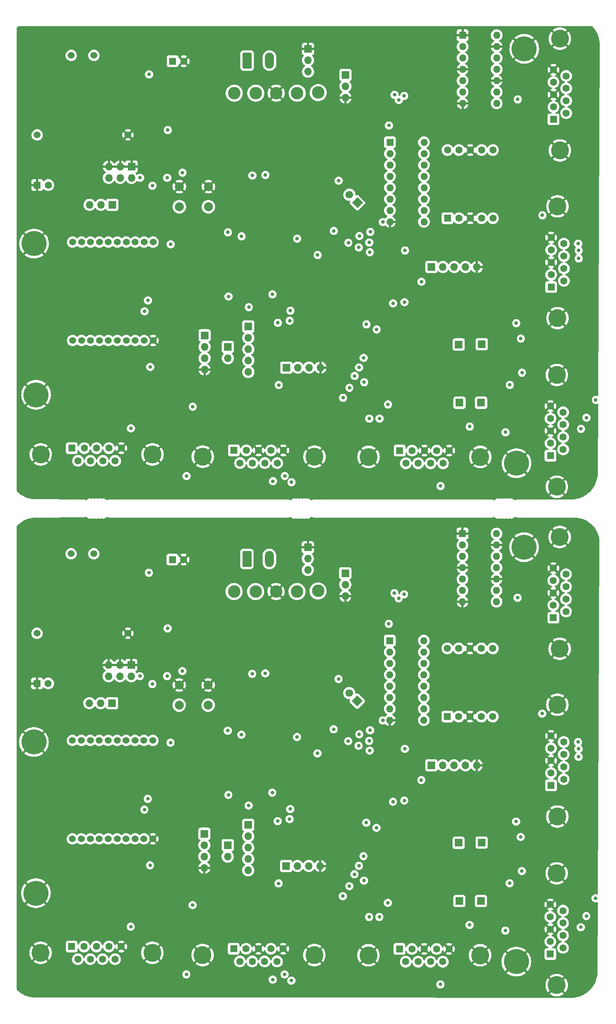
<source format=gbr>
%TF.GenerationSoftware,KiCad,Pcbnew,6.0.11-2627ca5db0~126~ubuntu20.04.1*%
%TF.CreationDate,2023-05-10T15:40:19+05:30*%
%TF.ProjectId,MVCU_F407,4d564355-5f46-4343-9037-2e6b69636164,rev?*%
%TF.SameCoordinates,Original*%
%TF.FileFunction,Copper,L2,Inr*%
%TF.FilePolarity,Positive*%
%FSLAX46Y46*%
G04 Gerber Fmt 4.6, Leading zero omitted, Abs format (unit mm)*
G04 Created by KiCad (PCBNEW 6.0.11-2627ca5db0~126~ubuntu20.04.1) date 2023-05-10 15:40:19*
%MOMM*%
%LPD*%
G01*
G04 APERTURE LIST*
G04 Aperture macros list*
%AMRoundRect*
0 Rectangle with rounded corners*
0 $1 Rounding radius*
0 $2 $3 $4 $5 $6 $7 $8 $9 X,Y pos of 4 corners*
0 Add a 4 corners polygon primitive as box body*
4,1,4,$2,$3,$4,$5,$6,$7,$8,$9,$2,$3,0*
0 Add four circle primitives for the rounded corners*
1,1,$1+$1,$2,$3*
1,1,$1+$1,$4,$5*
1,1,$1+$1,$6,$7*
1,1,$1+$1,$8,$9*
0 Add four rect primitives between the rounded corners*
20,1,$1+$1,$2,$3,$4,$5,0*
20,1,$1+$1,$4,$5,$6,$7,0*
20,1,$1+$1,$6,$7,$8,$9,0*
20,1,$1+$1,$8,$9,$2,$3,0*%
%AMHorizOval*
0 Thick line with rounded ends*
0 $1 width*
0 $2 $3 position (X,Y) of the first rounded end (center of the circle)*
0 $4 $5 position (X,Y) of the second rounded end (center of the circle)*
0 Add line between two ends*
20,1,$1,$2,$3,$4,$5,0*
0 Add two circle primitives to create the rounded ends*
1,1,$1,$2,$3*
1,1,$1,$4,$5*%
%AMRotRect*
0 Rectangle, with rotation*
0 The origin of the aperture is its center*
0 $1 length*
0 $2 width*
0 $3 Rotation angle, in degrees counterclockwise*
0 Add horizontal line*
21,1,$1,$2,0,0,$3*%
G04 Aperture macros list end*
%TA.AperFunction,ComponentPad*%
%ADD10R,1.600000X1.600000*%
%TD*%
%TA.AperFunction,ComponentPad*%
%ADD11O,1.600000X1.600000*%
%TD*%
%TA.AperFunction,ComponentPad*%
%ADD12C,4.000000*%
%TD*%
%TA.AperFunction,ComponentPad*%
%ADD13C,1.600000*%
%TD*%
%TA.AperFunction,ComponentPad*%
%ADD14C,2.800000*%
%TD*%
%TA.AperFunction,ComponentPad*%
%ADD15C,5.600000*%
%TD*%
%TA.AperFunction,ComponentPad*%
%ADD16R,1.700000X1.700000*%
%TD*%
%TA.AperFunction,ComponentPad*%
%ADD17O,1.700000X1.700000*%
%TD*%
%TA.AperFunction,ComponentPad*%
%ADD18C,1.524000*%
%TD*%
%TA.AperFunction,ComponentPad*%
%ADD19RotRect,1.700000X1.700000X225.000000*%
%TD*%
%TA.AperFunction,ComponentPad*%
%ADD20HorizOval,1.700000X0.000000X0.000000X0.000000X0.000000X0*%
%TD*%
%TA.AperFunction,ComponentPad*%
%ADD21RoundRect,0.250000X-0.750000X-1.550000X0.750000X-1.550000X0.750000X1.550000X-0.750000X1.550000X0*%
%TD*%
%TA.AperFunction,ComponentPad*%
%ADD22O,2.000000X3.600000*%
%TD*%
%TA.AperFunction,ComponentPad*%
%ADD23C,2.000000*%
%TD*%
%TA.AperFunction,ViaPad*%
%ADD24C,0.800000*%
%TD*%
G04 APERTURE END LIST*
D10*
%TO.N,GND*%
%TO.C,U1*%
X135264000Y-84289000D03*
D11*
%TO.N,Net-(R2-Pad1)*%
X135264000Y-86829000D03*
%TO.N,/DI_LLS*%
X135264000Y-89369000D03*
%TO.N,GND*%
X135264000Y-91909000D03*
%TO.N,Net-(R4-Pad1)*%
X135264000Y-94449000D03*
%TO.N,/SCK_LLS*%
X135264000Y-96989000D03*
%TO.N,GND*%
X135264000Y-99529000D03*
%TO.N,/CS_LLS*%
X142884000Y-99529000D03*
%TO.N,Net-(R5-Pad1)*%
X142884000Y-96989000D03*
%TO.N,GND*%
X142884000Y-94449000D03*
%TO.N,/SD_MISO*%
X142884000Y-91909000D03*
%TO.N,Net-(R6-Pad1)*%
X142884000Y-89369000D03*
%TO.N,GND*%
X142884000Y-86829000D03*
%TO.N,+3.3V*%
X142884000Y-84289000D03*
%TD*%
D12*
%TO.N,GND*%
%TO.C,J33*%
X156384669Y-73831893D03*
X156384669Y-48831893D03*
D10*
%TO.N,/MVCU_HBT*%
X154964669Y-66871893D03*
D13*
%TO.N,/CAN_N*%
X154964669Y-64101893D03*
%TO.N,GND*%
X154964669Y-61331893D03*
%TO.N,/I2C3_SCL*%
X154964669Y-58561893D03*
%TO.N,GND*%
X154964669Y-55791893D03*
%TO.N,/VCU3_HBT*%
X157804669Y-65486893D03*
%TO.N,/CAN_P*%
X157804669Y-62716893D03*
%TO.N,/I2C_SDA*%
X157804669Y-59946893D03*
%TO.N,+5V*%
X157804669Y-57176893D03*
%TD*%
D14*
%TO.N,/mornsun_Vin*%
%TO.C,+Vin*%
X102947000Y-97118000D03*
%TD*%
D15*
%TO.N,GND*%
%TO.C,H6*%
X39864107Y-53267893D03*
%TD*%
D14*
%TO.N,/mornsun_minus*%
%TO.C,-Vin*%
X98248000Y-97245000D03*
%TD*%
D10*
%TO.N,/display_b*%
%TO.C,U19*%
X119037000Y3197500D03*
D11*
%TO.N,/display_c*%
X119037000Y657500D03*
%TO.N,Net-(J9-Pad2)*%
X119037000Y-1882500D03*
%TO.N,Net-(J9-Pad4)*%
X119037000Y-4422500D03*
%TO.N,Net-(J9-Pad6)*%
X119037000Y-6962500D03*
%TO.N,/display_d*%
X119037000Y-9502500D03*
%TO.N,/display_a*%
X119037000Y-12042500D03*
%TO.N,GND*%
X119037000Y-14582500D03*
%TO.N,Net-(U10-Pad1)*%
X126657000Y-14582500D03*
%TO.N,Net-(U10-Pad2)*%
X126657000Y-12042500D03*
%TO.N,Net-(U10-Pad4)*%
X126657000Y-9502500D03*
%TO.N,Net-(U10-Pad6)*%
X126657000Y-6962500D03*
%TO.N,Net-(U10-Pad7)*%
X126657000Y-4422500D03*
%TO.N,Net-(U10-Pad10)*%
X126657000Y-1882500D03*
%TO.N,Net-(U10-Pad9)*%
X126657000Y657500D03*
%TO.N,+5V*%
X126657000Y3197500D03*
%TD*%
D12*
%TO.N,GND*%
%TO.C,J6*%
X156499107Y-122551893D03*
X156499107Y-147551893D03*
D10*
%TO.N,/MVCU_HBT*%
X155079107Y-140591893D03*
D13*
%TO.N,/CAN_N*%
X155079107Y-137821893D03*
%TO.N,GND*%
X155079107Y-135051893D03*
%TO.N,/I2C3_SCL*%
X155079107Y-132281893D03*
%TO.N,GND*%
X155079107Y-129511893D03*
%TO.N,/VCU2_HBT*%
X157919107Y-139206893D03*
%TO.N,/CAN_P*%
X157919107Y-136436893D03*
%TO.N,/I2C_SDA*%
X157919107Y-133666893D03*
%TO.N,+5V*%
X157919107Y-130896893D03*
%TD*%
D16*
%TO.N,GND*%
%TO.C,J38*%
X61207000Y-2225000D03*
D17*
%TO.N,+3.3V*%
X61207000Y-4765000D03*
%TO.N,GND*%
X58667000Y-2225000D03*
%TO.N,+5V*%
X58667000Y-4765000D03*
%TO.N,GND*%
X56127000Y-2225000D03*
%TO.N,/mornsun_Vin*%
X56127000Y-4765000D03*
%TD*%
D10*
%TO.N,/mornsun_Vin*%
%TO.C,C54*%
X70404349Y21325000D03*
D13*
%TO.N,GND*%
X72904349Y21325000D03*
%TD*%
D16*
%TO.N,/SPI2_SCK*%
%TO.C,J35*%
X95857000Y-47175000D03*
D17*
%TO.N,/SPI2_MISO*%
X98397000Y-47175000D03*
%TO.N,/SPI2_MOSI*%
X100937000Y-47175000D03*
%TO.N,GND*%
X103477000Y-47175000D03*
%TD*%
D16*
%TO.N,/USART2_Tx*%
%TO.C,J31*%
X77557000Y-39975000D03*
D17*
%TO.N,/USART2_Rx*%
X77557000Y-42515000D03*
%TO.N,/gpio*%
X77557000Y-45055000D03*
%TO.N,GND*%
X77557000Y-47595000D03*
%TD*%
D18*
%TO.N,+3.3V*%
%TO.C,U9*%
X47993660Y-152543200D03*
%TO.N,/Xbee_Tx*%
X49995180Y-152543200D03*
%TO.N,/Xbee_Rx*%
X51994160Y-152543200D03*
%TO.N,unconnected-(U9-Pad4)*%
X53995680Y-152543200D03*
%TO.N,/RST*%
X55994660Y-152543200D03*
%TO.N,/RSSI*%
X57993640Y-152543200D03*
%TO.N,unconnected-(U9-Pad7)*%
X59995160Y-152543200D03*
%TO.N,unconnected-(U9-Pad8)*%
X61994140Y-152543200D03*
%TO.N,unconnected-(U9-Pad9)*%
X63995660Y-152543200D03*
%TO.N,GND*%
X65994640Y-152543200D03*
%TO.N,unconnected-(U9-Pad11)*%
X65994640Y-130546800D03*
%TO.N,unconnected-(U9-Pad12)*%
X63995660Y-130546800D03*
%TO.N,unconnected-(U9-Pad13)*%
X61994140Y-130546800D03*
%TO.N,unconnected-(U9-Pad14)*%
X59995160Y-130546800D03*
%TO.N,Net-(R23-Pad2)*%
X57993640Y-130546800D03*
%TO.N,unconnected-(U9-Pad16)*%
X55994660Y-130546800D03*
%TO.N,unconnected-(U9-Pad17)*%
X53995680Y-130546800D03*
%TO.N,unconnected-(U9-Pad18)*%
X51994160Y-130546800D03*
%TO.N,unconnected-(U9-Pad19)*%
X49995180Y-130546800D03*
%TO.N,unconnected-(U9-Pad20)*%
X47993660Y-130546800D03*
%TD*%
D16*
%TO.N,+5V*%
%TO.C,J39*%
X56907000Y-10775000D03*
D17*
%TO.N,Net-(C26-Pad1)*%
X54367000Y-10775000D03*
%TO.N,unconnected-(J18-Pad3)*%
X51827000Y-10775000D03*
%TD*%
D16*
%TO.N,/CAN_Rx*%
%TO.C,J41*%
X134609000Y-55040000D03*
%TD*%
D10*
%TO.N,Net-(U10-Pad1)*%
%TO.C,U10*%
X131888000Y-125195000D03*
D13*
%TO.N,Net-(U10-Pad2)*%
X134428000Y-125195000D03*
%TO.N,GND*%
X136968000Y-125195000D03*
%TO.N,Net-(U10-Pad4)*%
X139508000Y-125195000D03*
%TO.N,unconnected-(U10-Pad5)*%
X142048000Y-125195000D03*
%TO.N,Net-(U10-Pad6)*%
X142048000Y-109955000D03*
%TO.N,Net-(U10-Pad7)*%
X139508000Y-109955000D03*
%TO.N,GND*%
X136968000Y-109955000D03*
%TO.N,Net-(U10-Pad9)*%
X134428000Y-109955000D03*
%TO.N,Net-(U10-Pad10)*%
X131888000Y-109955000D03*
%TD*%
D15*
%TO.N,GND*%
%TO.C,H5*%
X147357000Y-68575000D03*
%TD*%
D19*
%TO.N,/I2C1_SCL*%
%TO.C,J36*%
X111758562Y-10326562D03*
D20*
%TO.N,/I2C1_SDA*%
X109962511Y-8530511D03*
%TD*%
D12*
%TO.N,GND*%
%TO.C,J26*%
X65904107Y-66607562D03*
X40904107Y-66607562D03*
D10*
%TO.N,unconnected-(J4-Pad1)*%
X47864107Y-65187562D03*
D13*
%TO.N,/Rx*%
X50634107Y-65187562D03*
%TO.N,/Tx*%
X53404107Y-65187562D03*
%TO.N,unconnected-(J4-Pad4)*%
X56174107Y-65187562D03*
%TO.N,GND*%
X58944107Y-65187562D03*
%TO.N,unconnected-(J4-Pad6)*%
X49249107Y-68027562D03*
%TO.N,unconnected-(J4-Pad7)*%
X52019107Y-68027562D03*
%TO.N,unconnected-(J4-Pad8)*%
X54789107Y-68027562D03*
%TO.N,unconnected-(J4-Pad9)*%
X57559107Y-68027562D03*
%TD*%
D16*
%TO.N,/SWDIO*%
%TO.C,J34*%
X128332000Y-24675000D03*
D17*
%TO.N,/SWCLK*%
X130872000Y-24675000D03*
%TO.N,/SWo*%
X133412000Y-24675000D03*
%TO.N,+3.3V*%
X135952000Y-24675000D03*
%TO.N,GND*%
X138492000Y-24675000D03*
%TD*%
D15*
%TO.N,GND*%
%TO.C,H4*%
X149048000Y-87339000D03*
%TD*%
%TO.N,GND*%
%TO.C,H2*%
X39825107Y-164687893D03*
%TD*%
D12*
%TO.N,GND*%
%TO.C,J29*%
X77154107Y-67107562D03*
X102154107Y-67107562D03*
D10*
%TO.N,/MVCU_HBT*%
X84114107Y-65687562D03*
D13*
%TO.N,/CAN_N*%
X86884107Y-65687562D03*
%TO.N,GND*%
X89654107Y-65687562D03*
%TO.N,/I2C3_SCL*%
X92424107Y-65687562D03*
%TO.N,GND*%
X95194107Y-65687562D03*
%TO.N,/VCU5_HBT*%
X85499107Y-68527562D03*
%TO.N,/CAN_P*%
X88269107Y-68527562D03*
%TO.N,/I2C_SDA*%
X91039107Y-68527562D03*
%TO.N,+5V*%
X93809107Y-68527562D03*
%TD*%
D16*
%TO.N,/ADC_in6*%
%TO.C,J2*%
X87318000Y-149420000D03*
D17*
%TO.N,/ADC_in7*%
X87318000Y-151960000D03*
%TO.N,/ADC_in14*%
X87318000Y-154500000D03*
%TO.N,/ADC_in15*%
X87318000Y-157040000D03*
%TO.N,/ADC_in8*%
X87318000Y-159580000D03*
%TD*%
D12*
%TO.N,GND*%
%TO.C,J7*%
X77115107Y-178527562D03*
X102115107Y-178527562D03*
D10*
%TO.N,/MVCU_HBT*%
X84075107Y-177107562D03*
D13*
%TO.N,/CAN_N*%
X86845107Y-177107562D03*
%TO.N,GND*%
X89615107Y-177107562D03*
%TO.N,/I2C3_SCL*%
X92385107Y-177107562D03*
%TO.N,GND*%
X95155107Y-177107562D03*
%TO.N,/VCU5_HBT*%
X85460107Y-179947562D03*
%TO.N,/CAN_P*%
X88230107Y-179947562D03*
%TO.N,/I2C_SDA*%
X91000107Y-179947562D03*
%TO.N,+5V*%
X93770107Y-179947562D03*
%TD*%
D14*
%TO.N,+3.3V*%
%TO.C,3V1*%
X89016000Y14175000D03*
%TD*%
D12*
%TO.N,GND*%
%TO.C,J11*%
X157018776Y-85051893D03*
X157018776Y-110051893D03*
D10*
%TO.N,/MVCU_HBT*%
X155598776Y-103091893D03*
D13*
%TO.N,/CAN_N*%
X155598776Y-100321893D03*
%TO.N,GND*%
X155598776Y-97551893D03*
%TO.N,/I2C3_SCL*%
X155598776Y-94781893D03*
%TO.N,GND*%
X155598776Y-92011893D03*
%TO.N,/VCU1_HBT*%
X158438776Y-101706893D03*
%TO.N,/CAN_P*%
X158438776Y-98936893D03*
%TO.N,/I2C_SDA*%
X158438776Y-96166893D03*
%TO.N,+5V*%
X158438776Y-93396893D03*
%TD*%
D16*
%TO.N,/CAN_Rx*%
%TO.C,J20*%
X134570000Y-166460000D03*
%TD*%
%TO.N,/SWDIO*%
%TO.C,J13*%
X128293000Y-136095000D03*
D17*
%TO.N,/SWCLK*%
X130833000Y-136095000D03*
%TO.N,/SWo*%
X133373000Y-136095000D03*
%TO.N,+3.3V*%
X135913000Y-136095000D03*
%TO.N,GND*%
X138453000Y-136095000D03*
%TD*%
D16*
%TO.N,GND*%
%TO.C,J16*%
X100661000Y-87354000D03*
D17*
%TO.N,/mornsun_minus*%
X100661000Y-89894000D03*
%TO.N,unconnected-(J16-Pad3)*%
X100661000Y-92434000D03*
%TD*%
D16*
%TO.N,/USART2_Tx*%
%TO.C,J10*%
X77518000Y-151395000D03*
D17*
%TO.N,/USART2_Rx*%
X77518000Y-153935000D03*
%TO.N,/gpio*%
X77518000Y-156475000D03*
%TO.N,GND*%
X77518000Y-159015000D03*
%TD*%
D12*
%TO.N,GND*%
%TO.C,J12*%
X156345669Y-185251893D03*
X156345669Y-160251893D03*
D10*
%TO.N,/MVCU_HBT*%
X154925669Y-178291893D03*
D13*
%TO.N,/CAN_N*%
X154925669Y-175521893D03*
%TO.N,GND*%
X154925669Y-172751893D03*
%TO.N,/I2C3_SCL*%
X154925669Y-169981893D03*
%TO.N,GND*%
X154925669Y-167211893D03*
%TO.N,/VCU3_HBT*%
X157765669Y-176906893D03*
%TO.N,/CAN_P*%
X157765669Y-174136893D03*
%TO.N,/I2C_SDA*%
X157765669Y-171366893D03*
%TO.N,+5V*%
X157765669Y-168596893D03*
%TD*%
D16*
%TO.N,/CAN_P*%
%TO.C,J21*%
X139550000Y-153350000D03*
%TD*%
D10*
%TO.N,/display_b*%
%TO.C,U8*%
X118998000Y-108222500D03*
D11*
%TO.N,/display_c*%
X118998000Y-110762500D03*
%TO.N,Net-(J9-Pad2)*%
X118998000Y-113302500D03*
%TO.N,Net-(J9-Pad4)*%
X118998000Y-115842500D03*
%TO.N,Net-(J9-Pad6)*%
X118998000Y-118382500D03*
%TO.N,/display_d*%
X118998000Y-120922500D03*
%TO.N,/display_a*%
X118998000Y-123462500D03*
%TO.N,GND*%
X118998000Y-126002500D03*
%TO.N,Net-(U10-Pad1)*%
X126618000Y-126002500D03*
%TO.N,Net-(U10-Pad2)*%
X126618000Y-123462500D03*
%TO.N,Net-(U10-Pad4)*%
X126618000Y-120922500D03*
%TO.N,Net-(U10-Pad6)*%
X126618000Y-118382500D03*
%TO.N,Net-(U10-Pad7)*%
X126618000Y-115842500D03*
%TO.N,Net-(U10-Pad10)*%
X126618000Y-113302500D03*
%TO.N,Net-(U10-Pad9)*%
X126618000Y-110762500D03*
%TO.N,+5V*%
X126618000Y-108222500D03*
%TD*%
D15*
%TO.N,GND*%
%TO.C,H3*%
X39368000Y-130895000D03*
%TD*%
D14*
%TO.N,+5V*%
%TO.C,+5V*%
X84151000Y-97245000D03*
%TD*%
D16*
%TO.N,/CAN_P*%
%TO.C,J42*%
X139589000Y-41930000D03*
%TD*%
D21*
%TO.N,/mornsun_minus*%
%TO.C,J5*%
X87045107Y-89966500D03*
D22*
%TO.N,/mornsun_Vin*%
X92045107Y-89966500D03*
%TD*%
D12*
%TO.N,GND*%
%TO.C,J32*%
X157057776Y1368107D03*
X157057776Y26368107D03*
D10*
%TO.N,/MVCU_HBT*%
X155637776Y8328107D03*
D13*
%TO.N,/CAN_N*%
X155637776Y11098107D03*
%TO.N,GND*%
X155637776Y13868107D03*
%TO.N,/I2C3_SCL*%
X155637776Y16638107D03*
%TO.N,GND*%
X155637776Y19408107D03*
%TO.N,/VCU1_HBT*%
X158477776Y9713107D03*
%TO.N,/CAN_P*%
X158477776Y12483107D03*
%TO.N,/I2C_SDA*%
X158477776Y15253107D03*
%TO.N,+5V*%
X158477776Y18023107D03*
%TD*%
D21*
%TO.N,/mornsun_minus*%
%TO.C,J27*%
X87084107Y21453500D03*
D22*
%TO.N,/mornsun_Vin*%
X92084107Y21453500D03*
%TD*%
D16*
%TO.N,GND*%
%TO.C,J17*%
X61168000Y-113645000D03*
D17*
%TO.N,+3.3V*%
X61168000Y-116185000D03*
%TO.N,GND*%
X58628000Y-113645000D03*
%TO.N,+5V*%
X58628000Y-116185000D03*
%TO.N,GND*%
X56088000Y-113645000D03*
%TO.N,/mornsun_Vin*%
X56088000Y-116185000D03*
%TD*%
D16*
%TO.N,/CAN_N*%
%TO.C,J22*%
X139396000Y-166460000D03*
%TD*%
D10*
%TO.N,Net-(U10-Pad1)*%
%TO.C,U21*%
X131927000Y-13775000D03*
D13*
%TO.N,Net-(U10-Pad2)*%
X134467000Y-13775000D03*
%TO.N,GND*%
X137007000Y-13775000D03*
%TO.N,Net-(U10-Pad4)*%
X139547000Y-13775000D03*
%TO.N,unconnected-(U10-Pad5)*%
X142087000Y-13775000D03*
%TO.N,Net-(U10-Pad6)*%
X142087000Y1465000D03*
%TO.N,Net-(U10-Pad7)*%
X139547000Y1465000D03*
%TO.N,GND*%
X137007000Y1465000D03*
%TO.N,Net-(U10-Pad9)*%
X134467000Y1465000D03*
%TO.N,Net-(U10-Pad10)*%
X131927000Y1465000D03*
%TD*%
D12*
%TO.N,GND*%
%TO.C,J4*%
X40865107Y-178027562D03*
X65865107Y-178027562D03*
D10*
%TO.N,unconnected-(J4-Pad1)*%
X47825107Y-176607562D03*
D13*
%TO.N,/Rx*%
X50595107Y-176607562D03*
%TO.N,/Tx*%
X53365107Y-176607562D03*
%TO.N,unconnected-(J4-Pad4)*%
X56135107Y-176607562D03*
%TO.N,GND*%
X58905107Y-176607562D03*
%TO.N,unconnected-(J4-Pad6)*%
X49210107Y-179447562D03*
%TO.N,unconnected-(J4-Pad7)*%
X51980107Y-179447562D03*
%TO.N,unconnected-(J4-Pad8)*%
X54750107Y-179447562D03*
%TO.N,unconnected-(J4-Pad9)*%
X57520107Y-179447562D03*
%TD*%
D16*
%TO.N,/SPI2_SCK*%
%TO.C,J14*%
X95818000Y-158595000D03*
D17*
%TO.N,/SPI2_MISO*%
X98358000Y-158595000D03*
%TO.N,/SPI2_MOSI*%
X100898000Y-158595000D03*
%TO.N,GND*%
X103438000Y-158595000D03*
%TD*%
D15*
%TO.N,GND*%
%TO.C,H1*%
X147318000Y-179995000D03*
%TD*%
D16*
%TO.N,+5V*%
%TO.C,J18*%
X56868000Y-122195000D03*
D17*
%TO.N,Net-(C26-Pad1)*%
X54328000Y-122195000D03*
%TO.N,unconnected-(J18-Pad3)*%
X51788000Y-122195000D03*
%TD*%
D14*
%TO.N,GND*%
%TO.C,GND1*%
X93588000Y14175000D03*
%TD*%
%TO.N,+3.3V*%
%TO.C,3V3*%
X88977000Y-97245000D03*
%TD*%
D18*
%TO.N,+3.3V*%
%TO.C,U20*%
X48032660Y-41123200D03*
%TO.N,/Xbee_Tx*%
X50034180Y-41123200D03*
%TO.N,/Xbee_Rx*%
X52033160Y-41123200D03*
%TO.N,unconnected-(U9-Pad4)*%
X54034680Y-41123200D03*
%TO.N,/RST*%
X56033660Y-41123200D03*
%TO.N,/RSSI*%
X58032640Y-41123200D03*
%TO.N,unconnected-(U9-Pad7)*%
X60034160Y-41123200D03*
%TO.N,unconnected-(U9-Pad8)*%
X62033140Y-41123200D03*
%TO.N,unconnected-(U9-Pad9)*%
X64034660Y-41123200D03*
%TO.N,GND*%
X66033640Y-41123200D03*
%TO.N,unconnected-(U9-Pad11)*%
X66033640Y-19126800D03*
%TO.N,unconnected-(U9-Pad12)*%
X64034660Y-19126800D03*
%TO.N,unconnected-(U9-Pad13)*%
X62033140Y-19126800D03*
%TO.N,unconnected-(U9-Pad14)*%
X60034160Y-19126800D03*
%TO.N,Net-(R23-Pad2)*%
X58032640Y-19126800D03*
%TO.N,unconnected-(U9-Pad16)*%
X56033660Y-19126800D03*
%TO.N,unconnected-(U9-Pad17)*%
X54034680Y-19126800D03*
%TO.N,unconnected-(U9-Pad18)*%
X52033160Y-19126800D03*
%TO.N,unconnected-(U9-Pad19)*%
X50034180Y-19126800D03*
%TO.N,unconnected-(U9-Pad20)*%
X48032660Y-19126800D03*
%TD*%
D15*
%TO.N,GND*%
%TO.C,H7*%
X39407000Y-19475000D03*
%TD*%
D10*
%TO.N,GND*%
%TO.C,U12*%
X135303000Y27131000D03*
D11*
%TO.N,Net-(R2-Pad1)*%
X135303000Y24591000D03*
%TO.N,/DI_LLS*%
X135303000Y22051000D03*
%TO.N,GND*%
X135303000Y19511000D03*
%TO.N,Net-(R4-Pad1)*%
X135303000Y16971000D03*
%TO.N,/SCK_LLS*%
X135303000Y14431000D03*
%TO.N,GND*%
X135303000Y11891000D03*
%TO.N,/CS_LLS*%
X142923000Y11891000D03*
%TO.N,Net-(R5-Pad1)*%
X142923000Y14431000D03*
%TO.N,GND*%
X142923000Y16971000D03*
%TO.N,/SD_MISO*%
X142923000Y19511000D03*
%TO.N,Net-(R6-Pad1)*%
X142923000Y22051000D03*
%TO.N,GND*%
X142923000Y24591000D03*
%TO.N,+3.3V*%
X142923000Y27131000D03*
%TD*%
D18*
%TO.N,/mornsun_minus*%
%TO.C,U18*%
X52804107Y22611107D03*
%TO.N,/mornsun_Vin*%
X47724107Y22611107D03*
%TO.N,Net-(C26-Pad1)*%
X40104107Y4831107D03*
%TO.N,GND*%
X60424107Y4831107D03*
%TD*%
D12*
%TO.N,GND*%
%TO.C,J8*%
X139215107Y-178577562D03*
X114215107Y-178577562D03*
D10*
%TO.N,/MVCU_HBT*%
X121175107Y-177157562D03*
D13*
%TO.N,/CAN_N*%
X123945107Y-177157562D03*
%TO.N,GND*%
X126715107Y-177157562D03*
%TO.N,/I2C3_SCL*%
X129485107Y-177157562D03*
%TO.N,GND*%
X132255107Y-177157562D03*
%TO.N,/VCU4_HBT*%
X122560107Y-179997562D03*
%TO.N,/CAN_P*%
X125330107Y-179997562D03*
%TO.N,/I2C_SDA*%
X128100107Y-179997562D03*
%TO.N,+5V*%
X130870107Y-179997562D03*
%TD*%
D14*
%TO.N,+5V*%
%TO.C,+5V1*%
X84190000Y14175000D03*
%TD*%
%TO.N,/mornsun_minus*%
%TO.C,-Vin1*%
X98287000Y14175000D03*
%TD*%
D16*
%TO.N,/CAN_Tx*%
%TO.C,J40*%
X134439000Y-42005000D03*
%TD*%
%TO.N,+3.3V*%
%TO.C,J9*%
X109082000Y18250000D03*
D17*
%TO.N,Net-(J1-Pad2)*%
X109082000Y15710000D03*
%TO.N,GND*%
X109082000Y13170000D03*
%TD*%
D23*
%TO.N,GND*%
%TO.C,SW1*%
X78375107Y-118137893D03*
X71875107Y-118137893D03*
%TO.N,Net-(C3-Pad1)*%
X78375107Y-122637893D03*
X71875107Y-122637893D03*
%TD*%
D16*
%TO.N,/CAN_Tx*%
%TO.C,J19*%
X134400000Y-153425000D03*
%TD*%
D10*
%TO.N,GND*%
%TO.C,C27*%
X40065349Y-117795000D03*
D13*
%TO.N,Net-(C26-Pad1)*%
X42565349Y-117795000D03*
%TD*%
D19*
%TO.N,/I2C1_SCL*%
%TO.C,J15*%
X111719562Y-121746562D03*
D20*
%TO.N,/I2C1_SDA*%
X109923511Y-119950511D03*
%TD*%
D10*
%TO.N,GND*%
%TO.C,C57*%
X40104349Y-6375000D03*
D13*
%TO.N,Net-(C26-Pad1)*%
X42604349Y-6375000D03*
%TD*%
D18*
%TO.N,/mornsun_minus*%
%TO.C,U7*%
X52765107Y-88808893D03*
%TO.N,/mornsun_Vin*%
X47685107Y-88808893D03*
%TO.N,Net-(C26-Pad1)*%
X40065107Y-106588893D03*
%TO.N,GND*%
X60385107Y-106588893D03*
%TD*%
D16*
%TO.N,/DAC_1*%
%TO.C,J44*%
X82757000Y-42540000D03*
D17*
%TO.N,/DAC_2*%
X82757000Y-45080000D03*
%TD*%
D14*
%TO.N,GND*%
%TO.C,GND*%
X93549000Y-97245000D03*
%TD*%
D16*
%TO.N,+3.3V*%
%TO.C,J1*%
X109043000Y-93170000D03*
D17*
%TO.N,Net-(J1-Pad2)*%
X109043000Y-95710000D03*
%TO.N,GND*%
X109043000Y-98250000D03*
%TD*%
D12*
%TO.N,GND*%
%TO.C,J30*%
X139254107Y-67157562D03*
X114254107Y-67157562D03*
D10*
%TO.N,/MVCU_HBT*%
X121214107Y-65737562D03*
D13*
%TO.N,/CAN_N*%
X123984107Y-65737562D03*
%TO.N,GND*%
X126754107Y-65737562D03*
%TO.N,/I2C3_SCL*%
X129524107Y-65737562D03*
%TO.N,GND*%
X132294107Y-65737562D03*
%TO.N,/VCU4_HBT*%
X122599107Y-68577562D03*
%TO.N,/CAN_P*%
X125369107Y-68577562D03*
%TO.N,/I2C_SDA*%
X128139107Y-68577562D03*
%TO.N,+5V*%
X130909107Y-68577562D03*
%TD*%
D12*
%TO.N,GND*%
%TO.C,J28*%
X156538107Y-11131893D03*
X156538107Y-36131893D03*
D10*
%TO.N,/MVCU_HBT*%
X155118107Y-29171893D03*
D13*
%TO.N,/CAN_N*%
X155118107Y-26401893D03*
%TO.N,GND*%
X155118107Y-23631893D03*
%TO.N,/I2C3_SCL*%
X155118107Y-20861893D03*
%TO.N,GND*%
X155118107Y-18091893D03*
%TO.N,/VCU2_HBT*%
X157958107Y-27786893D03*
%TO.N,/CAN_P*%
X157958107Y-25016893D03*
%TO.N,/I2C_SDA*%
X157958107Y-22246893D03*
%TO.N,+5V*%
X157958107Y-19476893D03*
%TD*%
D10*
%TO.N,/mornsun_Vin*%
%TO.C,C24*%
X70365349Y-90095000D03*
D13*
%TO.N,GND*%
X72865349Y-90095000D03*
%TD*%
D16*
%TO.N,GND*%
%TO.C,J37*%
X100700000Y24066000D03*
D17*
%TO.N,/mornsun_minus*%
X100700000Y21526000D03*
%TO.N,unconnected-(J16-Pad3)*%
X100700000Y18986000D03*
%TD*%
D15*
%TO.N,GND*%
%TO.C,H8*%
X149087000Y24081000D03*
%TD*%
D23*
%TO.N,GND*%
%TO.C,SW2*%
X71914107Y-6717893D03*
X78414107Y-6717893D03*
%TO.N,Net-(C3-Pad1)*%
X71914107Y-11217893D03*
X78414107Y-11217893D03*
%TD*%
D16*
%TO.N,/ADC_in6*%
%TO.C,J24*%
X87357000Y-38000000D03*
D17*
%TO.N,/ADC_in7*%
X87357000Y-40540000D03*
%TO.N,/ADC_in14*%
X87357000Y-43080000D03*
%TO.N,/ADC_in15*%
X87357000Y-45620000D03*
%TO.N,/ADC_in8*%
X87357000Y-48160000D03*
%TD*%
D16*
%TO.N,/CAN_N*%
%TO.C,J43*%
X139435000Y-55040000D03*
%TD*%
%TO.N,/DAC_1*%
%TO.C,J23*%
X82718000Y-153960000D03*
D17*
%TO.N,/DAC_2*%
X82718000Y-156500000D03*
%TD*%
D14*
%TO.N,/mornsun_Vin*%
%TO.C,+Vin1*%
X102986000Y14302000D03*
%TD*%
D24*
%TO.N,GND*%
X131776000Y-160237000D03*
X103182000Y5450000D03*
X65609000Y-114009000D03*
X75554000Y14429000D03*
X68823000Y9857000D03*
X115647000Y-105119000D03*
X103143000Y-105970000D03*
X85193000Y-105895000D03*
X109118000Y-105895000D03*
X103875000Y-19734000D03*
X119877000Y-29005000D03*
X75887000Y-139928500D03*
X109157000Y5525000D03*
X96382000Y-18083000D03*
X91368000Y-125595000D03*
X50281000Y-46785000D03*
X109424000Y-139409000D03*
X85278353Y-122195000D03*
X119838000Y-140425000D03*
X103836000Y-131154000D03*
X131815000Y-48817000D03*
X92557000Y-51175000D03*
X85317353Y-10775000D03*
X126007000Y-98755000D03*
X85018000Y-145195000D03*
X65648000Y-2589000D03*
X85232000Y5525000D03*
X109463000Y-27989000D03*
X85057000Y-33775000D03*
X105018000Y-10336000D03*
X75515000Y-96991000D03*
X85714000Y-21258000D03*
X94311000Y-133694000D03*
X95620000Y-8431000D03*
X104918000Y-164095000D03*
X75887000Y-133832500D03*
X123086000Y-98882000D03*
X102224000Y-23290000D03*
X96757000Y-42475000D03*
X102185000Y-134710000D03*
X75926000Y-28508500D03*
X50242000Y-158205000D03*
X104957000Y-52675000D03*
X95581000Y-119851000D03*
X126046000Y12665000D03*
X126118000Y-96104000D03*
X91182000Y5675000D03*
X60910000Y-121629000D03*
X141680000Y-156294500D03*
X97182000Y5475000D03*
X91318000Y-139995000D03*
X91407000Y-14175000D03*
X85675000Y-132678000D03*
X113654000Y3634000D03*
X73356000Y-106135000D03*
X104979000Y-121756000D03*
X92518000Y-162595000D03*
X68784000Y-101563000D03*
X97143000Y-105945000D03*
X96343000Y-129503000D03*
X115686000Y6301000D03*
X141719000Y-44874500D03*
X123125000Y12538000D03*
X94350000Y-22274000D03*
X96718000Y-153895000D03*
X111982000Y22750000D03*
X75926000Y-22412500D03*
X113615000Y-107786000D03*
X73395000Y5285000D03*
X91143000Y-105745000D03*
X126157000Y15316000D03*
X111943000Y-88670000D03*
X91357000Y-28575000D03*
X60949000Y-10209000D03*
X98182000Y-28375000D03*
X145782000Y-24350000D03*
X159093000Y-165245000D03*
X50057000Y-500000D03*
X48143000Y-185620000D03*
X47618000Y-138420000D03*
X86057000Y-73100000D03*
X62257000Y-27000000D03*
X139518000Y-143245000D03*
X138283000Y-31801000D03*
X100532000Y-26100000D03*
X42508000Y17674000D03*
X145743000Y-137095000D03*
X88618000Y-185870000D03*
X156532000Y-52475000D03*
X49158000Y7674000D03*
X120893000Y-181895000D03*
X42469000Y-93746000D03*
X158068000Y-88695000D03*
X139607000Y-30550000D03*
X102768000Y-139820000D03*
X120932000Y-70475000D03*
X104407000Y-27050000D03*
X139568000Y-141970000D03*
X40182000Y-44675000D03*
X147043000Y-137170000D03*
X156507000Y-14600000D03*
X51382000Y-500000D03*
X128843000Y-167245000D03*
X43782000Y17650000D03*
X134018000Y-181445000D03*
X46818000Y-185620000D03*
X80918000Y-167920000D03*
X50443000Y-102495000D03*
X49119000Y-103746000D03*
X156494000Y-165221000D03*
X37557000Y-30025000D03*
X42507000Y19000000D03*
X42293000Y-123295000D03*
X45582000Y-72850000D03*
X48782000Y850000D03*
X126243000Y-165895000D03*
X99343000Y-138695000D03*
X56618000Y-184295000D03*
X124900000Y-148650000D03*
X106518000Y-138320000D03*
X100343000Y-142120000D03*
X127568000Y-165970000D03*
X50293000Y-138470000D03*
X38818000Y-142845000D03*
X48893000Y-139770000D03*
X158069000Y-90021000D03*
X43607000Y-13225000D03*
X44932000Y-13225000D03*
X124975000Y-147350000D03*
X45544000Y-185596000D03*
X60933000Y-28251000D03*
X145767000Y-134496000D03*
X51793000Y-102470000D03*
X126244000Y-167221000D03*
X59293000Y-184345000D03*
X40167000Y-153496000D03*
X147018000Y-135820000D03*
X62168000Y-139695000D03*
X86019000Y-185846000D03*
X128918000Y-165945000D03*
X48257000Y-72900000D03*
X101432000Y-31800000D03*
X62207000Y-28275000D03*
X40143000Y-156095000D03*
X50107000Y775000D03*
X105557000Y-25800000D03*
X63607000Y-26975000D03*
X46857000Y-74200000D03*
X122340000Y-37206000D03*
X126283000Y-55801000D03*
X42294000Y-124621000D03*
X123625000Y-147375000D03*
X80957000Y-56500000D03*
X41532000Y-42075000D03*
X100493000Y-139895000D03*
X156533000Y-53801000D03*
X157857000Y-52550000D03*
X62218000Y-138420000D03*
X140918000Y-141945000D03*
X156508000Y-15926000D03*
X127557000Y-55825000D03*
X105268000Y-139470000D03*
X57982000Y-72950000D03*
X87343000Y-184595000D03*
X59332000Y-72925000D03*
X122301000Y-148626000D03*
X42333000Y-13201000D03*
X122300000Y-147300000D03*
X135332000Y-71375000D03*
X101518000Y-140895000D03*
X156493000Y-163895000D03*
X134057000Y-70025000D03*
X88732000Y-73150000D03*
X140882000Y-31825000D03*
X45182000Y18950000D03*
X145743000Y-135770000D03*
X147057000Y-24400000D03*
X46907000Y-72925000D03*
X135382000Y-70100000D03*
X135293000Y-182795000D03*
X160668000Y-90045000D03*
X159343000Y-90045000D03*
X147082000Y-25750000D03*
X56619000Y-185621000D03*
X159432000Y22650000D03*
X60894000Y-139671000D03*
X40182000Y-43350000D03*
X99293000Y-141070000D03*
X119607000Y-70400000D03*
X47619000Y-139746000D03*
X48744000Y-111896000D03*
X122339000Y-35880000D03*
X88657000Y-74450000D03*
X38907000Y-28750000D03*
X105518000Y-137220000D03*
X102643000Y-142120000D03*
X145782000Y-25675000D03*
X160782000Y22675000D03*
X106557000Y-26900000D03*
X38793000Y-141495000D03*
X159132000Y-53825000D03*
X87332000Y-74450000D03*
X37518000Y-141445000D03*
X50432000Y7650000D03*
X103368000Y-137470000D03*
X50393000Y-103770000D03*
X57943000Y-184370000D03*
X48982000Y-27075000D03*
X56657000Y-72875000D03*
X82307000Y-56475000D03*
X80907000Y-57775000D03*
X63493000Y-139695000D03*
X147132000Y-23075000D03*
X44893000Y-124645000D03*
X50218000Y-139770000D03*
X87382000Y-73175000D03*
X49118000Y-102420000D03*
X43657000Y-11950000D03*
X41443000Y-156170000D03*
X43568000Y-124645000D03*
X63532000Y-28275000D03*
X102682000Y-30700000D03*
X51757000Y7650000D03*
X37542000Y-140171000D03*
X157807000Y-53825000D03*
X126282000Y-54475000D03*
X119568000Y-181820000D03*
X45543000Y-184270000D03*
X157832000Y-14675000D03*
X60932000Y-26925000D03*
X37518000Y-142770000D03*
X40143000Y-154770000D03*
X99332000Y-29650000D03*
X101393000Y-143220000D03*
X103718000Y-140770000D03*
X104832000Y-24750000D03*
X157782000Y-15950000D03*
X50068000Y-110645000D03*
X140957000Y-30525000D03*
X41482000Y-44750000D03*
X88693000Y-184570000D03*
X50257000Y-28350000D03*
X119608000Y-71726000D03*
X79632000Y-56425000D03*
X56658000Y-74201000D03*
X159143000Y-126070000D03*
X99382000Y-27275000D03*
X57932000Y-74225000D03*
X51718000Y-103770000D03*
X42468000Y-92420000D03*
X159107000Y-15950000D03*
X140843000Y-143245000D03*
X60893000Y-138345000D03*
X48943000Y-138495000D03*
X104368000Y-138470000D03*
X157743000Y-127370000D03*
X123614000Y-37230000D03*
X125014000Y-35930000D03*
X156468000Y-126020000D03*
X160707000Y21375000D03*
X48783000Y-476000D03*
X120843000Y-183170000D03*
X159068000Y-127370000D03*
X127518000Y-167245000D03*
X145806000Y-23076000D03*
X41418000Y-154820000D03*
X37557000Y-31350000D03*
X147093000Y-134495000D03*
X48218000Y-184320000D03*
X42332000Y-11875000D03*
X82232000Y-57775000D03*
X79593000Y-167845000D03*
X159382000Y21375000D03*
X82193000Y-169195000D03*
X86058000Y-74426000D03*
X104793000Y-136170000D03*
X159393000Y-88770000D03*
X128957000Y-54525000D03*
X124939000Y-37230000D03*
X57893000Y-185645000D03*
X139557000Y-31825000D03*
X158108000Y21399000D03*
X123664000Y-35955000D03*
X119569000Y-183146000D03*
X59257000Y-74225000D03*
X43618000Y-123370000D03*
X49157000Y9000000D03*
X157793000Y-126095000D03*
X48932000Y-28350000D03*
X40206000Y-42076000D03*
X156469000Y-127346000D03*
X128882000Y-55825000D03*
X159182000Y-14650000D03*
X45583000Y-74176000D03*
X100532000Y-28475000D03*
X59218000Y-185645000D03*
X48743000Y-110570000D03*
X138244000Y-143221000D03*
X157818000Y-163970000D03*
X100382000Y-30700000D03*
X138282000Y-30475000D03*
X51457000Y800000D03*
X50332000Y-27050000D03*
X138243000Y-141895000D03*
X38857000Y-31425000D03*
X43743000Y-93770000D03*
X47658000Y-28326000D03*
X101907000Y-27300000D03*
X50018000Y-111920000D03*
X134019000Y-182771000D03*
X37581000Y-28751000D03*
X105307000Y-28050000D03*
X127607000Y-54550000D03*
X51418000Y-110620000D03*
X45143000Y-92470000D03*
X47657000Y-27000000D03*
X63568000Y-138395000D03*
X101557000Y-29475000D03*
X123575000Y-148650000D03*
X48182000Y-74200000D03*
X100493000Y-137520000D03*
X134058000Y-71351000D03*
X46868000Y-184345000D03*
X103407000Y-26050000D03*
X135343000Y-181520000D03*
X41493000Y-153495000D03*
X41457000Y-43400000D03*
X160743000Y-88745000D03*
X101868000Y-138720000D03*
X86018000Y-184520000D03*
X158107000Y22725000D03*
X43793000Y-92495000D03*
X79594000Y-169171000D03*
X157768000Y-165245000D03*
X44968000Y-123345000D03*
X38832000Y-30075000D03*
X82268000Y-167895000D03*
X38868000Y-140170000D03*
X51343000Y-111920000D03*
X80868000Y-169195000D03*
X120882000Y-71750000D03*
X45107000Y17650000D03*
X45068000Y-93770000D03*
X50482000Y8925000D03*
X159168000Y-163945000D03*
X87293000Y-185870000D03*
X103757000Y-29350000D03*
X159207000Y-52525000D03*
X45007000Y-11925000D03*
X102807000Y-28400000D03*
X43832000Y18925000D03*
X98143000Y-139795000D03*
X79633000Y-57751000D03*
X51832000Y8950000D03*
%TO.N,+3.3V*%
X126098000Y-27989000D03*
X120989000Y-98755000D03*
X121028000Y12665000D03*
X63108000Y-4748000D03*
X63069000Y-116168000D03*
X69204000Y-4748000D03*
X126059000Y-139409000D03*
X69165000Y-116168000D03*
X69966000Y-19607000D03*
X69927000Y-131027000D03*
%TO.N,Net-(C3-Pad1)*%
X85841000Y-17829000D03*
X82754000Y-128360000D03*
X82793000Y-16940000D03*
X85802000Y-129249000D03*
%TO.N,+5V*%
X95505000Y-71423000D03*
X161152000Y-19480000D03*
X136856000Y-171794000D03*
X73483000Y-182843000D03*
X97017000Y-72820000D03*
X72633000Y-3605000D03*
X95466000Y-182843000D03*
X165089000Y-54405000D03*
X72594000Y-115025000D03*
X165050000Y-165825000D03*
X65902000Y-6526000D03*
X73522000Y-71423000D03*
X136895000Y-60374000D03*
X65863000Y-117946000D03*
X161113000Y-130900000D03*
X96978000Y-184240000D03*
%TO.N,Net-(C21-Pad2)*%
X74880000Y-167349000D03*
X74919000Y-55929000D03*
X65355000Y-158459000D03*
X65394000Y-47039000D03*
%TO.N,/CS_LLS*%
X118807000Y6950000D03*
X118768000Y-104470000D03*
%TO.N,/DI_LLS*%
X120038000Y-97612000D03*
X120077000Y13808000D03*
%TO.N,/SCK_LLS*%
X122236000Y13554000D03*
X122197000Y-97866000D03*
%TO.N,/Rx*%
X61076000Y-60755000D03*
X61037000Y-172175000D03*
%TO.N,/MVCU_HBT*%
X113273000Y-50468000D03*
X113107000Y-156427000D03*
X113234000Y-161888000D03*
X113146000Y-45007000D03*
%TO.N,/I2C3_SCL*%
X92818000Y-183995000D03*
X130318000Y-185089500D03*
X130357000Y-73669500D03*
X116028000Y-150077000D03*
X162976500Y-169803500D03*
X116702000Y-58596000D03*
X92857000Y-72575000D03*
X161279000Y-21004000D03*
X116663000Y-170016000D03*
X163015500Y-58383500D03*
X161240000Y-132424000D03*
X122251000Y-143981000D03*
X116067000Y-38657000D03*
X122290000Y-32561000D03*
%TO.N,/VCU1_HBT*%
X112132000Y-47150000D03*
X147309000Y-37260000D03*
X148325000Y-40689000D03*
X148286000Y-152109000D03*
X112093000Y-158570000D03*
X147270000Y-148680000D03*
%TO.N,/I2C_SDA*%
X114377000Y-170016000D03*
X113742000Y-148934000D03*
X114416000Y-58596000D03*
X153151000Y-13130000D03*
X119750000Y-32815000D03*
X153112000Y-124550000D03*
X161240000Y-134202000D03*
X119711000Y-144235000D03*
X161787000Y-60882000D03*
X113781000Y-37514000D03*
X161279000Y-22782000D03*
X161748000Y-172302000D03*
%TO.N,/VCU4_HBT*%
X108497500Y-165345000D03*
X108536500Y-53925000D03*
%TO.N,/VCU2_HBT*%
X111132000Y-49050000D03*
X111093000Y-160470000D03*
%TO.N,/VCU3_HBT*%
X118568000Y-166841000D03*
X109982000Y-51700000D03*
X118607000Y-55421000D03*
X109943000Y-163120000D03*
X144857000Y-173064000D03*
X144896000Y-61644000D03*
%TO.N,/SD_CS*%
X122417000Y-21004000D03*
X147597000Y-98628000D03*
X147636000Y12792000D03*
X122378000Y-132424000D03*
%TO.N,/E1*%
X107558000Y-5383000D03*
X106442336Y-128045337D03*
X107519000Y-116803000D03*
X106481336Y-16625337D03*
%TO.N,/C13*%
X91175000Y-4113000D03*
X102859000Y-22020000D03*
X102820000Y-133440000D03*
X91136000Y-115533000D03*
%TO.N,/C14*%
X88254000Y-4240000D03*
X88215000Y-115660000D03*
X98277873Y-18346127D03*
X98238873Y-129766127D03*
%TO.N,/RSSI*%
X64847000Y-143600000D03*
X96607000Y-36700000D03*
X64886000Y-32180000D03*
X96568000Y-148120000D03*
%TO.N,/SD_MISO*%
X114543000Y-21385000D03*
X114504000Y-132805000D03*
%TO.N,/RST*%
X96763000Y-34466000D03*
X64085000Y-146013000D03*
X64124000Y-34593000D03*
X96724000Y-145886000D03*
%TO.N,/Xbee_Rx*%
X82920000Y-31291000D03*
X82881000Y-142711000D03*
%TO.N,/DAC_1*%
X92718000Y-142219500D03*
X92757000Y-30799500D03*
X87457000Y-33675000D03*
X87418000Y-145095000D03*
%TO.N,/ADC_in9*%
X94157000Y-51075000D03*
X93957000Y-37175000D03*
X93918000Y-148595000D03*
X94118000Y-162495000D03*
%TO.N,/display_d*%
X112168000Y-129170000D03*
X112207000Y-17750000D03*
%TO.N,/display_c*%
X117425000Y-126074000D03*
X114593000Y-128270000D03*
X117464000Y-14654000D03*
X114632000Y-16850000D03*
%TO.N,/display_b*%
X112066500Y-20305500D03*
X112027500Y-131725500D03*
%TO.N,/display_a*%
X114416000Y-19226000D03*
X114377000Y-130646000D03*
%TO.N,/SWo*%
X109693000Y-130695000D03*
X109732000Y-19275000D03*
%TO.N,/mornsun_Vin*%
X65140000Y18366000D03*
X69331000Y5920000D03*
X65101000Y-93054000D03*
X69292000Y-105500000D03*
%TO.N,/CAN_N*%
X148588768Y-48318768D03*
X145819268Y-162469268D03*
X148549768Y-159738768D03*
X145858268Y-51049268D03*
%TD*%
%TA.AperFunction,Conductor*%
%TO.N,GND*%
G36*
X51205302Y-80574829D02*
G01*
X51216316Y-80587848D01*
X51306153Y-80709923D01*
X51306157Y-80709927D01*
X51310492Y-80715818D01*
X51316070Y-80720557D01*
X51316073Y-80720560D01*
X51439706Y-80825594D01*
X51439710Y-80825597D01*
X51445285Y-80830333D01*
X51494812Y-80855623D01*
X51596292Y-80907442D01*
X51596294Y-80907443D01*
X51602808Y-80910769D01*
X51609913Y-80912508D01*
X51609917Y-80912509D01*
X51692238Y-80932652D01*
X51774610Y-80952808D01*
X51780212Y-80953156D01*
X51780215Y-80953156D01*
X51783825Y-80953380D01*
X51783835Y-80953380D01*
X51785764Y-80953500D01*
X51913293Y-80953500D01*
X51983036Y-80945369D01*
X52037411Y-80939030D01*
X52037415Y-80939029D01*
X52044681Y-80938182D01*
X52051556Y-80935687D01*
X52051558Y-80935686D01*
X52129367Y-80907442D01*
X52204662Y-80880111D01*
X52210937Y-80877833D01*
X52211348Y-80878966D01*
X52274076Y-80867639D01*
X52317926Y-80880702D01*
X52370292Y-80907442D01*
X52370294Y-80907443D01*
X52376808Y-80910769D01*
X52383913Y-80912508D01*
X52383917Y-80912509D01*
X52466238Y-80932652D01*
X52548610Y-80952808D01*
X52554212Y-80953156D01*
X52554215Y-80953156D01*
X52557825Y-80953380D01*
X52557835Y-80953380D01*
X52559764Y-80953500D01*
X52687293Y-80953500D01*
X52757036Y-80945369D01*
X52811411Y-80939030D01*
X52811415Y-80939029D01*
X52818681Y-80938182D01*
X52825556Y-80935687D01*
X52825558Y-80935686D01*
X52978662Y-80880111D01*
X53049520Y-80875670D01*
X53078956Y-80886334D01*
X53120288Y-80907440D01*
X53120290Y-80907441D01*
X53126808Y-80910769D01*
X53298610Y-80952808D01*
X53304212Y-80953156D01*
X53304215Y-80953156D01*
X53307825Y-80953380D01*
X53307835Y-80953380D01*
X53309764Y-80953500D01*
X53437293Y-80953500D01*
X53507036Y-80945369D01*
X53561411Y-80939030D01*
X53561415Y-80939029D01*
X53568681Y-80938182D01*
X53575556Y-80935687D01*
X53575558Y-80935686D01*
X53728662Y-80880111D01*
X53799520Y-80875670D01*
X53828956Y-80886334D01*
X53870288Y-80907440D01*
X53870290Y-80907441D01*
X53876808Y-80910769D01*
X54048610Y-80952808D01*
X54054212Y-80953156D01*
X54054215Y-80953156D01*
X54057825Y-80953380D01*
X54057835Y-80953380D01*
X54059764Y-80953500D01*
X54187293Y-80953500D01*
X54257036Y-80945369D01*
X54311411Y-80939030D01*
X54311415Y-80939029D01*
X54318681Y-80938182D01*
X54325556Y-80935687D01*
X54325558Y-80935686D01*
X54484937Y-80877833D01*
X54486009Y-80880787D01*
X54542013Y-80870673D01*
X54585867Y-80883736D01*
X54597905Y-80889883D01*
X54638808Y-80910769D01*
X54645913Y-80912508D01*
X54645917Y-80912509D01*
X54728238Y-80932652D01*
X54810610Y-80952808D01*
X54816212Y-80953156D01*
X54816215Y-80953156D01*
X54819825Y-80953380D01*
X54819835Y-80953380D01*
X54821764Y-80953500D01*
X54949293Y-80953500D01*
X55019036Y-80945369D01*
X55073411Y-80939030D01*
X55073415Y-80939029D01*
X55080681Y-80938182D01*
X55087556Y-80935687D01*
X55087558Y-80935686D01*
X55240061Y-80880329D01*
X55240062Y-80880329D01*
X55246937Y-80877833D01*
X55253054Y-80873822D01*
X55253057Y-80873821D01*
X55388733Y-80784868D01*
X55388734Y-80784867D01*
X55394852Y-80780856D01*
X55516490Y-80652453D01*
X55530083Y-80629051D01*
X55581594Y-80580193D01*
X55651343Y-80566939D01*
X55681231Y-80573612D01*
X55849847Y-80633538D01*
X55854055Y-80634412D01*
X55854057Y-80634413D01*
X56114662Y-80688568D01*
X56114668Y-80688569D01*
X56118870Y-80689442D01*
X56123158Y-80689735D01*
X56123163Y-80689736D01*
X56361825Y-80706061D01*
X56374118Y-80707511D01*
X56380448Y-80708576D01*
X56386793Y-80708653D01*
X56388140Y-80708670D01*
X56388143Y-80708670D01*
X56393000Y-80708729D01*
X56420624Y-80704773D01*
X56438486Y-80703500D01*
X96089750Y-80703500D01*
X96110655Y-80705246D01*
X96125656Y-80707770D01*
X96125659Y-80707770D01*
X96130448Y-80708576D01*
X96136525Y-80708650D01*
X96138135Y-80708670D01*
X96138139Y-80708670D01*
X96143000Y-80708729D01*
X96147811Y-80708040D01*
X96149917Y-80707903D01*
X96154813Y-80707385D01*
X96303589Y-80697208D01*
X96412836Y-80689736D01*
X96412840Y-80689735D01*
X96417130Y-80689442D01*
X96421332Y-80688569D01*
X96421338Y-80688568D01*
X96681943Y-80634413D01*
X96681945Y-80634412D01*
X96686153Y-80633538D01*
X96846688Y-80576484D01*
X96917574Y-80572519D01*
X96979351Y-80607507D01*
X96990365Y-80620527D01*
X97056150Y-80709919D01*
X97056154Y-80709923D01*
X97060492Y-80715818D01*
X97066070Y-80720557D01*
X97066073Y-80720560D01*
X97189706Y-80825594D01*
X97189710Y-80825597D01*
X97195285Y-80830333D01*
X97244812Y-80855623D01*
X97346292Y-80907442D01*
X97346294Y-80907443D01*
X97352808Y-80910769D01*
X97359913Y-80912508D01*
X97359917Y-80912509D01*
X97442238Y-80932652D01*
X97524610Y-80952808D01*
X97530212Y-80953156D01*
X97530215Y-80953156D01*
X97533825Y-80953380D01*
X97533835Y-80953380D01*
X97535764Y-80953500D01*
X97663293Y-80953500D01*
X97733036Y-80945369D01*
X97787411Y-80939030D01*
X97787415Y-80939029D01*
X97794681Y-80938182D01*
X97801556Y-80935687D01*
X97801558Y-80935686D01*
X97879367Y-80907442D01*
X97954662Y-80880111D01*
X97960937Y-80877833D01*
X97961348Y-80878966D01*
X98024076Y-80867639D01*
X98067926Y-80880702D01*
X98120292Y-80907442D01*
X98120294Y-80907443D01*
X98126808Y-80910769D01*
X98133913Y-80912508D01*
X98133917Y-80912509D01*
X98216238Y-80932652D01*
X98298610Y-80952808D01*
X98304212Y-80953156D01*
X98304215Y-80953156D01*
X98307825Y-80953380D01*
X98307835Y-80953380D01*
X98309764Y-80953500D01*
X98437293Y-80953500D01*
X98507036Y-80945369D01*
X98561411Y-80939030D01*
X98561415Y-80939029D01*
X98568681Y-80938182D01*
X98575556Y-80935687D01*
X98575558Y-80935686D01*
X98728662Y-80880111D01*
X98799520Y-80875670D01*
X98828956Y-80886334D01*
X98870288Y-80907440D01*
X98870290Y-80907441D01*
X98876808Y-80910769D01*
X99048610Y-80952808D01*
X99054212Y-80953156D01*
X99054215Y-80953156D01*
X99057825Y-80953380D01*
X99057835Y-80953380D01*
X99059764Y-80953500D01*
X99187293Y-80953500D01*
X99257036Y-80945369D01*
X99311411Y-80939030D01*
X99311415Y-80939029D01*
X99318681Y-80938182D01*
X99325556Y-80935687D01*
X99325558Y-80935686D01*
X99478662Y-80880111D01*
X99549520Y-80875670D01*
X99578956Y-80886334D01*
X99620288Y-80907440D01*
X99620290Y-80907441D01*
X99626808Y-80910769D01*
X99798610Y-80952808D01*
X99804212Y-80953156D01*
X99804215Y-80953156D01*
X99807825Y-80953380D01*
X99807835Y-80953380D01*
X99809764Y-80953500D01*
X99937293Y-80953500D01*
X100007036Y-80945369D01*
X100061411Y-80939030D01*
X100061415Y-80939029D01*
X100068681Y-80938182D01*
X100075556Y-80935687D01*
X100075558Y-80935686D01*
X100234937Y-80877833D01*
X100236009Y-80880787D01*
X100292013Y-80870673D01*
X100335867Y-80883736D01*
X100347905Y-80889883D01*
X100388808Y-80910769D01*
X100395913Y-80912508D01*
X100395917Y-80912509D01*
X100478238Y-80932652D01*
X100560610Y-80952808D01*
X100566212Y-80953156D01*
X100566215Y-80953156D01*
X100569825Y-80953380D01*
X100569835Y-80953380D01*
X100571764Y-80953500D01*
X100699293Y-80953500D01*
X100769036Y-80945369D01*
X100823411Y-80939030D01*
X100823415Y-80939029D01*
X100830681Y-80938182D01*
X100837556Y-80935687D01*
X100837558Y-80935686D01*
X100990061Y-80880329D01*
X100990062Y-80880329D01*
X100996937Y-80877833D01*
X101003054Y-80873822D01*
X101003057Y-80873821D01*
X101138733Y-80784868D01*
X101138734Y-80784867D01*
X101144852Y-80780856D01*
X101266490Y-80652453D01*
X101280083Y-80629051D01*
X101331594Y-80580193D01*
X101401343Y-80566939D01*
X101431231Y-80573612D01*
X101599847Y-80633538D01*
X101604055Y-80634412D01*
X101604057Y-80634413D01*
X101864662Y-80688568D01*
X101864668Y-80688569D01*
X101868870Y-80689442D01*
X101873158Y-80689735D01*
X101873163Y-80689736D01*
X102111825Y-80706061D01*
X102124118Y-80707511D01*
X102130448Y-80708576D01*
X102136793Y-80708653D01*
X102138140Y-80708670D01*
X102138143Y-80708670D01*
X102143000Y-80708729D01*
X102170624Y-80704773D01*
X102188486Y-80703500D01*
X141639750Y-80703500D01*
X141660655Y-80705246D01*
X141675656Y-80707770D01*
X141675659Y-80707770D01*
X141680448Y-80708576D01*
X141686525Y-80708650D01*
X141688135Y-80708670D01*
X141688139Y-80708670D01*
X141693000Y-80708729D01*
X141697811Y-80708040D01*
X141699917Y-80707903D01*
X141704813Y-80707385D01*
X141853589Y-80697208D01*
X141962836Y-80689736D01*
X141962840Y-80689735D01*
X141967130Y-80689442D01*
X141971332Y-80688569D01*
X141971338Y-80688568D01*
X142231943Y-80634413D01*
X142231945Y-80634412D01*
X142236153Y-80633538D01*
X142396688Y-80576484D01*
X142467574Y-80572519D01*
X142529351Y-80607507D01*
X142540365Y-80620527D01*
X142606150Y-80709919D01*
X142606154Y-80709923D01*
X142610492Y-80715818D01*
X142616070Y-80720557D01*
X142616073Y-80720560D01*
X142739706Y-80825594D01*
X142739710Y-80825597D01*
X142745285Y-80830333D01*
X142794812Y-80855623D01*
X142896292Y-80907442D01*
X142896294Y-80907443D01*
X142902808Y-80910769D01*
X142909913Y-80912508D01*
X142909917Y-80912509D01*
X142992238Y-80932652D01*
X143074610Y-80952808D01*
X143080212Y-80953156D01*
X143080215Y-80953156D01*
X143083825Y-80953380D01*
X143083835Y-80953380D01*
X143085764Y-80953500D01*
X143213293Y-80953500D01*
X143283036Y-80945369D01*
X143337411Y-80939030D01*
X143337415Y-80939029D01*
X143344681Y-80938182D01*
X143351556Y-80935687D01*
X143351558Y-80935686D01*
X143429367Y-80907442D01*
X143504662Y-80880111D01*
X143510937Y-80877833D01*
X143511348Y-80878966D01*
X143574076Y-80867639D01*
X143617926Y-80880702D01*
X143670292Y-80907442D01*
X143670294Y-80907443D01*
X143676808Y-80910769D01*
X143683913Y-80912508D01*
X143683917Y-80912509D01*
X143766238Y-80932652D01*
X143848610Y-80952808D01*
X143854212Y-80953156D01*
X143854215Y-80953156D01*
X143857825Y-80953380D01*
X143857835Y-80953380D01*
X143859764Y-80953500D01*
X143987293Y-80953500D01*
X144057036Y-80945369D01*
X144111411Y-80939030D01*
X144111415Y-80939029D01*
X144118681Y-80938182D01*
X144125556Y-80935687D01*
X144125558Y-80935686D01*
X144278662Y-80880111D01*
X144349520Y-80875670D01*
X144378956Y-80886334D01*
X144420288Y-80907440D01*
X144420290Y-80907441D01*
X144426808Y-80910769D01*
X144598610Y-80952808D01*
X144604212Y-80953156D01*
X144604215Y-80953156D01*
X144607825Y-80953380D01*
X144607835Y-80953380D01*
X144609764Y-80953500D01*
X144737293Y-80953500D01*
X144807036Y-80945369D01*
X144861411Y-80939030D01*
X144861415Y-80939029D01*
X144868681Y-80938182D01*
X144875556Y-80935687D01*
X144875558Y-80935686D01*
X145028662Y-80880111D01*
X145099520Y-80875670D01*
X145128956Y-80886334D01*
X145170288Y-80907440D01*
X145170290Y-80907441D01*
X145176808Y-80910769D01*
X145348610Y-80952808D01*
X145354212Y-80953156D01*
X145354215Y-80953156D01*
X145357825Y-80953380D01*
X145357835Y-80953380D01*
X145359764Y-80953500D01*
X145487293Y-80953500D01*
X145557036Y-80945369D01*
X145611411Y-80939030D01*
X145611415Y-80939029D01*
X145618681Y-80938182D01*
X145625556Y-80935687D01*
X145625558Y-80935686D01*
X145784937Y-80877833D01*
X145786009Y-80880787D01*
X145842013Y-80870673D01*
X145885867Y-80883736D01*
X145897905Y-80889883D01*
X145938808Y-80910769D01*
X145945913Y-80912508D01*
X145945917Y-80912509D01*
X146028238Y-80932652D01*
X146110610Y-80952808D01*
X146116212Y-80953156D01*
X146116215Y-80953156D01*
X146119825Y-80953380D01*
X146119835Y-80953380D01*
X146121764Y-80953500D01*
X146249293Y-80953500D01*
X146319036Y-80945369D01*
X146373411Y-80939030D01*
X146373415Y-80939029D01*
X146380681Y-80938182D01*
X146387556Y-80935687D01*
X146387558Y-80935686D01*
X146540061Y-80880329D01*
X146540062Y-80880329D01*
X146546937Y-80877833D01*
X146553054Y-80873822D01*
X146553057Y-80873821D01*
X146688733Y-80784868D01*
X146688734Y-80784867D01*
X146694852Y-80780856D01*
X146816490Y-80652453D01*
X146830083Y-80629051D01*
X146881594Y-80580193D01*
X146951343Y-80566939D01*
X146981231Y-80573612D01*
X147149847Y-80633538D01*
X147154055Y-80634412D01*
X147154057Y-80634413D01*
X147414662Y-80688568D01*
X147414668Y-80688569D01*
X147418870Y-80689442D01*
X147423158Y-80689735D01*
X147423163Y-80689736D01*
X147661825Y-80706061D01*
X147674118Y-80707511D01*
X147680448Y-80708576D01*
X147686793Y-80708653D01*
X147688140Y-80708670D01*
X147688143Y-80708670D01*
X147693000Y-80708729D01*
X147719822Y-80704888D01*
X147738000Y-80703615D01*
X150949865Y-80711735D01*
X160301155Y-80735376D01*
X160320221Y-80736876D01*
X160335852Y-80739310D01*
X160335855Y-80739310D01*
X160344724Y-80740691D01*
X160353626Y-80739527D01*
X160353627Y-80739527D01*
X160366104Y-80737896D01*
X160387385Y-80736930D01*
X160784440Y-80752530D01*
X160794303Y-80753306D01*
X161220167Y-80803710D01*
X161229939Y-80805258D01*
X161650523Y-80888918D01*
X161660143Y-80891228D01*
X162072866Y-81007628D01*
X162082275Y-81010685D01*
X162475575Y-81155780D01*
X162484601Y-81159110D01*
X162493738Y-81162895D01*
X162883182Y-81342431D01*
X162891987Y-81346918D01*
X163266145Y-81556457D01*
X163274581Y-81561626D01*
X163631139Y-81799871D01*
X163639128Y-81805675D01*
X163784026Y-81919903D01*
X163975901Y-82071166D01*
X163983424Y-82077591D01*
X164118313Y-82202280D01*
X164298335Y-82368691D01*
X164305309Y-82375665D01*
X164460817Y-82543893D01*
X164596409Y-82690576D01*
X164602834Y-82698099D01*
X164664756Y-82776646D01*
X164855371Y-83018439D01*
X164868319Y-83034864D01*
X164874129Y-83042861D01*
X164934542Y-83133276D01*
X165030830Y-83277381D01*
X158431652Y-83279807D01*
X158593442Y-83118017D01*
X158600055Y-83105906D01*
X158591228Y-83094288D01*
X158368495Y-82932463D01*
X158361815Y-82928223D01*
X158092204Y-82780003D01*
X158085069Y-82776646D01*
X157799006Y-82663385D01*
X157791480Y-82660940D01*
X157493497Y-82584431D01*
X157485726Y-82582948D01*
X157180498Y-82544390D01*
X157172607Y-82543893D01*
X156864945Y-82543893D01*
X156857054Y-82544390D01*
X156551826Y-82582948D01*
X156544055Y-82584431D01*
X156246072Y-82660940D01*
X156238546Y-82663385D01*
X155952483Y-82776646D01*
X155945348Y-82780003D01*
X155675737Y-82928223D01*
X155669057Y-82932463D01*
X155445953Y-83094557D01*
X155437530Y-83105480D01*
X155444434Y-83118341D01*
X155606939Y-83280846D01*
X143730710Y-83285212D01*
X143728300Y-83282802D01*
X143723792Y-83279645D01*
X143723789Y-83279643D01*
X143645611Y-83224902D01*
X143540749Y-83151477D01*
X143535767Y-83149154D01*
X143535762Y-83149151D01*
X143338225Y-83057039D01*
X143338224Y-83057039D01*
X143333243Y-83054716D01*
X143327935Y-83053294D01*
X143327933Y-83053293D01*
X143117402Y-82996881D01*
X143117400Y-82996881D01*
X143112087Y-82995457D01*
X142884000Y-82975502D01*
X142655913Y-82995457D01*
X142650600Y-82996881D01*
X142650598Y-82996881D01*
X142440067Y-83053293D01*
X142440065Y-83053294D01*
X142434757Y-83054716D01*
X142429776Y-83057039D01*
X142429775Y-83057039D01*
X142232238Y-83149151D01*
X142232233Y-83149154D01*
X142227251Y-83151477D01*
X142122389Y-83224902D01*
X142044211Y-83279643D01*
X142044208Y-83279645D01*
X142039700Y-83282802D01*
X142036667Y-83285835D01*
X136531162Y-83287859D01*
X136517324Y-83250946D01*
X136508786Y-83235351D01*
X136432285Y-83133276D01*
X136419724Y-83120715D01*
X136317649Y-83044214D01*
X136302054Y-83035676D01*
X136181606Y-82990522D01*
X136166351Y-82986895D01*
X136115486Y-82981369D01*
X136108672Y-82981000D01*
X135536115Y-82981000D01*
X135520876Y-82985475D01*
X135519671Y-82986865D01*
X135518000Y-82994548D01*
X135518000Y-83288231D01*
X135010000Y-83288418D01*
X135010000Y-82999116D01*
X135005525Y-82983877D01*
X135004135Y-82982672D01*
X134996452Y-82981001D01*
X134419331Y-82981001D01*
X134412510Y-82981371D01*
X134361648Y-82986895D01*
X134346396Y-82990521D01*
X134225946Y-83035676D01*
X134210351Y-83044214D01*
X134108276Y-83120715D01*
X134095715Y-83133276D01*
X134019214Y-83235351D01*
X134010676Y-83250946D01*
X133996489Y-83288791D01*
X35507000Y-83325000D01*
X35507000Y-82634961D01*
X35539365Y-82599949D01*
X35746691Y-82375665D01*
X35753665Y-82368691D01*
X35933687Y-82202280D01*
X36068576Y-82077591D01*
X36076099Y-82071166D01*
X36267974Y-81919903D01*
X36412872Y-81805675D01*
X36420861Y-81799871D01*
X36777419Y-81561626D01*
X36785855Y-81556457D01*
X37160013Y-81346918D01*
X37168818Y-81342431D01*
X37558262Y-81162895D01*
X37567399Y-81159110D01*
X37576426Y-81155780D01*
X37969725Y-81010685D01*
X37979134Y-81007628D01*
X38391857Y-80891228D01*
X38401477Y-80888918D01*
X38822061Y-80805258D01*
X38831833Y-80803710D01*
X39257697Y-80753306D01*
X39267560Y-80752530D01*
X39657134Y-80737224D01*
X39681463Y-80738627D01*
X39685848Y-80739310D01*
X39685855Y-80739310D01*
X39694724Y-80740691D01*
X39703626Y-80739527D01*
X39728440Y-80736283D01*
X39743927Y-80735223D01*
X50341035Y-80663862D01*
X50362787Y-80665605D01*
X50369680Y-80666764D01*
X50380448Y-80668576D01*
X50386525Y-80668650D01*
X50388135Y-80668670D01*
X50388139Y-80668670D01*
X50393000Y-80668729D01*
X50397813Y-80668040D01*
X50399329Y-80667941D01*
X50405449Y-80667295D01*
X50544709Y-80657769D01*
X50660105Y-80649876D01*
X50660108Y-80649876D01*
X50664400Y-80649582D01*
X50866876Y-80607507D01*
X50926539Y-80595109D01*
X50926542Y-80595108D01*
X50930744Y-80594235D01*
X50934791Y-80592797D01*
X50934797Y-80592795D01*
X51072640Y-80543806D01*
X51143525Y-80539841D01*
X51205302Y-80574829D01*
G37*
%TD.AperFunction*%
%TA.AperFunction,Conductor*%
G36*
X164222332Y29154998D02*
G01*
X164239739Y29141526D01*
X164337335Y29051309D01*
X164344309Y29044335D01*
X164499817Y28876107D01*
X164635409Y28729424D01*
X164641834Y28721901D01*
X164664198Y28693533D01*
X164894371Y28401561D01*
X164907319Y28385136D01*
X164913129Y28377139D01*
X165041747Y28184649D01*
X165151374Y28020581D01*
X165156543Y28012145D01*
X165366082Y27637987D01*
X165370569Y27629182D01*
X165533555Y27275639D01*
X165550104Y27239741D01*
X165553889Y27230604D01*
X165592654Y27125525D01*
X165702315Y26828275D01*
X165705372Y26818866D01*
X165821772Y26406143D01*
X165824082Y26396523D01*
X165907742Y25975939D01*
X165909290Y25966167D01*
X165959694Y25540303D01*
X165960470Y25530440D01*
X165975776Y25140866D01*
X165974373Y25116537D01*
X165973691Y25112153D01*
X165972309Y25103276D01*
X165973473Y25094375D01*
X165973473Y25094371D01*
X165976250Y25073139D01*
X165977313Y25056237D01*
X165625626Y-53455986D01*
X165605319Y-53524017D01*
X165551455Y-53570269D01*
X165481137Y-53580058D01*
X165448381Y-53570530D01*
X165371288Y-53536206D01*
X165277887Y-53516353D01*
X165190944Y-53497872D01*
X165190939Y-53497872D01*
X165184487Y-53496500D01*
X164993513Y-53496500D01*
X164987061Y-53497872D01*
X164987056Y-53497872D01*
X164900112Y-53516353D01*
X164806712Y-53536206D01*
X164800682Y-53538891D01*
X164800681Y-53538891D01*
X164638278Y-53611197D01*
X164638276Y-53611198D01*
X164632248Y-53613882D01*
X164626907Y-53617762D01*
X164626906Y-53617763D01*
X164589045Y-53645271D01*
X164477747Y-53726134D01*
X164349960Y-53868056D01*
X164254473Y-54033444D01*
X164195458Y-54215072D01*
X164175496Y-54405000D01*
X164176186Y-54411565D01*
X164191436Y-54556657D01*
X164195458Y-54594928D01*
X164254473Y-54776556D01*
X164257776Y-54782278D01*
X164257777Y-54782279D01*
X164286558Y-54832128D01*
X164349960Y-54941944D01*
X164354378Y-54946851D01*
X164354379Y-54946852D01*
X164465684Y-55070469D01*
X164477747Y-55083866D01*
X164632248Y-55196118D01*
X164638276Y-55198802D01*
X164638278Y-55198803D01*
X164800681Y-55271109D01*
X164806712Y-55273794D01*
X164891447Y-55291805D01*
X164987056Y-55312128D01*
X164987061Y-55312128D01*
X164993513Y-55313500D01*
X165184487Y-55313500D01*
X165190939Y-55312128D01*
X165190944Y-55312128D01*
X165286553Y-55291805D01*
X165371288Y-55273794D01*
X165377321Y-55271108D01*
X165377327Y-55271106D01*
X165439854Y-55243267D01*
X165510220Y-55233832D01*
X165574518Y-55263938D01*
X165612331Y-55324027D01*
X165617102Y-55358937D01*
X165548720Y-70624776D01*
X165547221Y-70643596D01*
X165544690Y-70659851D01*
X165544690Y-70659855D01*
X165543309Y-70668724D01*
X165544473Y-70677625D01*
X165546093Y-70690017D01*
X165547057Y-70711349D01*
X165529812Y-71145869D01*
X165529020Y-71155830D01*
X165473670Y-71618766D01*
X165472091Y-71628635D01*
X165380225Y-72085735D01*
X165377869Y-72095446D01*
X165250069Y-72543824D01*
X165246954Y-72553310D01*
X165085289Y-72986751D01*
X165084018Y-72990159D01*
X165080157Y-72999376D01*
X164883116Y-73421932D01*
X164878537Y-73430814D01*
X164774816Y-73613803D01*
X164648955Y-73835851D01*
X164648630Y-73836424D01*
X164643365Y-73844909D01*
X164437653Y-74148849D01*
X164382031Y-74231031D01*
X164376106Y-74239078D01*
X164106294Y-74576628D01*
X164084999Y-74603269D01*
X164078460Y-74610816D01*
X163759404Y-74950792D01*
X163752287Y-74957797D01*
X163407276Y-75271434D01*
X163399656Y-75277828D01*
X163030861Y-75563146D01*
X163022735Y-75568932D01*
X162632521Y-75824105D01*
X162623946Y-75829239D01*
X162214736Y-76052685D01*
X162205783Y-76057122D01*
X161780146Y-76247439D01*
X161770885Y-76251146D01*
X161630914Y-76300838D01*
X161331518Y-76407127D01*
X161321975Y-76410095D01*
X160871611Y-76530770D01*
X160861864Y-76532971D01*
X160403369Y-76617573D01*
X160393477Y-76618995D01*
X160188768Y-76640183D01*
X159968304Y-76663002D01*
X159943885Y-76663150D01*
X159930682Y-76661945D01*
X159918920Y-76664250D01*
X159894903Y-76666601D01*
X147745932Y-76686413D01*
X147724832Y-76684668D01*
X147705552Y-76681424D01*
X147699438Y-76681349D01*
X147697865Y-76681330D01*
X147697861Y-76681330D01*
X147693000Y-76681271D01*
X147688189Y-76681960D01*
X147686083Y-76682097D01*
X147681187Y-76682615D01*
X147532412Y-76692792D01*
X147423164Y-76700264D01*
X147423160Y-76700265D01*
X147418870Y-76700558D01*
X147414668Y-76701431D01*
X147414662Y-76701432D01*
X147154057Y-76755587D01*
X147154055Y-76755588D01*
X147149847Y-76756462D01*
X146979799Y-76816897D01*
X146908914Y-76820862D01*
X146847138Y-76785874D01*
X146836123Y-76772854D01*
X146767850Y-76680081D01*
X146767846Y-76680077D01*
X146763508Y-76674182D01*
X146757930Y-76669443D01*
X146757927Y-76669440D01*
X146634294Y-76564406D01*
X146634290Y-76564403D01*
X146628715Y-76559667D01*
X146524849Y-76506630D01*
X146477708Y-76482558D01*
X146477706Y-76482557D01*
X146471192Y-76479231D01*
X146464087Y-76477492D01*
X146464083Y-76477491D01*
X146359162Y-76451818D01*
X146299390Y-76437192D01*
X146293788Y-76436844D01*
X146293785Y-76436844D01*
X146290175Y-76436620D01*
X146290165Y-76436620D01*
X146288236Y-76436500D01*
X146160707Y-76436500D01*
X146090964Y-76444631D01*
X146036589Y-76450970D01*
X146036585Y-76450971D01*
X146029319Y-76451818D01*
X146022444Y-76454313D01*
X146022442Y-76454314D01*
X145869338Y-76509889D01*
X145798480Y-76514330D01*
X145769044Y-76503666D01*
X145727712Y-76482560D01*
X145727707Y-76482558D01*
X145721192Y-76479231D01*
X145549390Y-76437192D01*
X145543788Y-76436844D01*
X145543785Y-76436844D01*
X145540175Y-76436620D01*
X145540165Y-76436620D01*
X145538236Y-76436500D01*
X145410707Y-76436500D01*
X145340964Y-76444631D01*
X145286589Y-76450970D01*
X145286585Y-76450971D01*
X145279319Y-76451818D01*
X145272444Y-76454313D01*
X145272442Y-76454314D01*
X145113063Y-76512167D01*
X145111991Y-76509213D01*
X145055987Y-76519327D01*
X145012133Y-76506264D01*
X144965709Y-76482559D01*
X144959192Y-76479231D01*
X144952087Y-76477492D01*
X144952083Y-76477491D01*
X144847162Y-76451818D01*
X144787390Y-76437192D01*
X144781788Y-76436844D01*
X144781785Y-76436844D01*
X144778175Y-76436620D01*
X144778165Y-76436620D01*
X144776236Y-76436500D01*
X144648707Y-76436500D01*
X144578964Y-76444631D01*
X144524589Y-76450970D01*
X144524585Y-76450971D01*
X144517319Y-76451818D01*
X144510444Y-76454313D01*
X144510442Y-76454314D01*
X144357338Y-76509889D01*
X144286480Y-76514330D01*
X144257044Y-76503666D01*
X144215712Y-76482560D01*
X144215707Y-76482558D01*
X144209192Y-76479231D01*
X144037390Y-76437192D01*
X144031788Y-76436844D01*
X144031785Y-76436844D01*
X144028175Y-76436620D01*
X144028165Y-76436620D01*
X144026236Y-76436500D01*
X143898707Y-76436500D01*
X143828964Y-76444631D01*
X143774589Y-76450970D01*
X143774585Y-76450971D01*
X143767319Y-76451818D01*
X143760444Y-76454313D01*
X143760442Y-76454314D01*
X143709780Y-76472704D01*
X143607681Y-76509765D01*
X143607680Y-76509765D01*
X143604184Y-76511034D01*
X143601063Y-76512167D01*
X143600652Y-76511034D01*
X143537924Y-76522361D01*
X143494074Y-76509298D01*
X143441708Y-76482558D01*
X143441706Y-76482557D01*
X143435192Y-76479231D01*
X143428087Y-76477492D01*
X143428083Y-76477491D01*
X143323162Y-76451818D01*
X143263390Y-76437192D01*
X143257788Y-76436844D01*
X143257785Y-76436844D01*
X143254175Y-76436620D01*
X143254165Y-76436620D01*
X143252236Y-76436500D01*
X143124707Y-76436500D01*
X143054964Y-76444631D01*
X143000589Y-76450970D01*
X143000585Y-76450971D01*
X142993319Y-76451818D01*
X142986444Y-76454313D01*
X142986442Y-76454314D01*
X142843887Y-76506060D01*
X142827063Y-76512167D01*
X142820946Y-76516178D01*
X142820943Y-76516179D01*
X142743448Y-76566987D01*
X142679148Y-76609144D01*
X142557510Y-76737547D01*
X142553833Y-76743878D01*
X142545971Y-76757413D01*
X142494461Y-76806272D01*
X142424712Y-76819526D01*
X142394824Y-76812853D01*
X142236153Y-76756462D01*
X142231945Y-76755588D01*
X142231943Y-76755587D01*
X141971338Y-76701432D01*
X141971332Y-76701431D01*
X141967130Y-76700558D01*
X141962842Y-76700265D01*
X141962837Y-76700264D01*
X141724175Y-76683939D01*
X141711882Y-76682489D01*
X141705552Y-76681424D01*
X141699207Y-76681347D01*
X141697860Y-76681330D01*
X141697857Y-76681330D01*
X141693000Y-76681271D01*
X141668916Y-76684720D01*
X141665376Y-76685227D01*
X141647514Y-76686500D01*
X102196250Y-76686500D01*
X102175345Y-76684754D01*
X102160344Y-76682230D01*
X102160341Y-76682230D01*
X102155552Y-76681424D01*
X102149475Y-76681350D01*
X102147865Y-76681330D01*
X102147861Y-76681330D01*
X102143000Y-76681271D01*
X102138189Y-76681960D01*
X102136083Y-76682097D01*
X102131187Y-76682615D01*
X101982412Y-76692792D01*
X101873164Y-76700264D01*
X101873160Y-76700265D01*
X101868870Y-76700558D01*
X101864668Y-76701431D01*
X101864662Y-76701432D01*
X101604057Y-76755587D01*
X101604055Y-76755588D01*
X101599847Y-76756462D01*
X101429799Y-76816897D01*
X101358914Y-76820862D01*
X101297138Y-76785874D01*
X101286123Y-76772854D01*
X101217850Y-76680081D01*
X101217846Y-76680077D01*
X101213508Y-76674182D01*
X101207930Y-76669443D01*
X101207927Y-76669440D01*
X101084294Y-76564406D01*
X101084290Y-76564403D01*
X101078715Y-76559667D01*
X100974849Y-76506630D01*
X100927708Y-76482558D01*
X100927706Y-76482557D01*
X100921192Y-76479231D01*
X100914087Y-76477492D01*
X100914083Y-76477491D01*
X100809162Y-76451818D01*
X100749390Y-76437192D01*
X100743788Y-76436844D01*
X100743785Y-76436844D01*
X100740175Y-76436620D01*
X100740165Y-76436620D01*
X100738236Y-76436500D01*
X100610707Y-76436500D01*
X100540964Y-76444631D01*
X100486589Y-76450970D01*
X100486585Y-76450971D01*
X100479319Y-76451818D01*
X100472444Y-76454313D01*
X100472442Y-76454314D01*
X100319338Y-76509889D01*
X100248480Y-76514330D01*
X100219044Y-76503666D01*
X100177712Y-76482560D01*
X100177707Y-76482558D01*
X100171192Y-76479231D01*
X99999390Y-76437192D01*
X99993788Y-76436844D01*
X99993785Y-76436844D01*
X99990175Y-76436620D01*
X99990165Y-76436620D01*
X99988236Y-76436500D01*
X99860707Y-76436500D01*
X99790964Y-76444631D01*
X99736589Y-76450970D01*
X99736585Y-76450971D01*
X99729319Y-76451818D01*
X99722444Y-76454313D01*
X99722442Y-76454314D01*
X99563063Y-76512167D01*
X99561991Y-76509213D01*
X99505987Y-76519327D01*
X99462133Y-76506264D01*
X99415709Y-76482559D01*
X99409192Y-76479231D01*
X99402087Y-76477492D01*
X99402083Y-76477491D01*
X99297162Y-76451818D01*
X99237390Y-76437192D01*
X99231788Y-76436844D01*
X99231785Y-76436844D01*
X99228175Y-76436620D01*
X99228165Y-76436620D01*
X99226236Y-76436500D01*
X99098707Y-76436500D01*
X99028964Y-76444631D01*
X98974589Y-76450970D01*
X98974585Y-76450971D01*
X98967319Y-76451818D01*
X98960444Y-76454313D01*
X98960442Y-76454314D01*
X98807338Y-76509889D01*
X98736480Y-76514330D01*
X98707044Y-76503666D01*
X98665712Y-76482560D01*
X98665707Y-76482558D01*
X98659192Y-76479231D01*
X98487390Y-76437192D01*
X98481788Y-76436844D01*
X98481785Y-76436844D01*
X98478175Y-76436620D01*
X98478165Y-76436620D01*
X98476236Y-76436500D01*
X98348707Y-76436500D01*
X98278964Y-76444631D01*
X98224589Y-76450970D01*
X98224585Y-76450971D01*
X98217319Y-76451818D01*
X98210444Y-76454313D01*
X98210442Y-76454314D01*
X98159780Y-76472704D01*
X98057681Y-76509765D01*
X98057680Y-76509765D01*
X98054184Y-76511034D01*
X98051063Y-76512167D01*
X98050652Y-76511034D01*
X97987924Y-76522361D01*
X97944074Y-76509298D01*
X97891708Y-76482558D01*
X97891706Y-76482557D01*
X97885192Y-76479231D01*
X97878087Y-76477492D01*
X97878083Y-76477491D01*
X97773162Y-76451818D01*
X97713390Y-76437192D01*
X97707788Y-76436844D01*
X97707785Y-76436844D01*
X97704175Y-76436620D01*
X97704165Y-76436620D01*
X97702236Y-76436500D01*
X97574707Y-76436500D01*
X97504964Y-76444631D01*
X97450589Y-76450970D01*
X97450585Y-76450971D01*
X97443319Y-76451818D01*
X97436444Y-76454313D01*
X97436442Y-76454314D01*
X97293887Y-76506060D01*
X97277063Y-76512167D01*
X97270946Y-76516178D01*
X97270943Y-76516179D01*
X97193448Y-76566987D01*
X97129148Y-76609144D01*
X97007510Y-76737547D01*
X97003833Y-76743878D01*
X96995971Y-76757413D01*
X96944461Y-76806272D01*
X96874712Y-76819526D01*
X96844824Y-76812853D01*
X96686153Y-76756462D01*
X96681945Y-76755588D01*
X96681943Y-76755587D01*
X96421338Y-76701432D01*
X96421332Y-76701431D01*
X96417130Y-76700558D01*
X96412842Y-76700265D01*
X96412837Y-76700264D01*
X96174175Y-76683939D01*
X96161882Y-76682489D01*
X96155552Y-76681424D01*
X96149207Y-76681347D01*
X96147860Y-76681330D01*
X96147857Y-76681330D01*
X96143000Y-76681271D01*
X96118916Y-76684720D01*
X96115376Y-76685227D01*
X96097514Y-76686500D01*
X56446250Y-76686500D01*
X56425345Y-76684754D01*
X56410344Y-76682230D01*
X56410341Y-76682230D01*
X56405552Y-76681424D01*
X56399475Y-76681350D01*
X56397865Y-76681330D01*
X56397861Y-76681330D01*
X56393000Y-76681271D01*
X56388189Y-76681960D01*
X56386083Y-76682097D01*
X56381187Y-76682615D01*
X56232412Y-76692792D01*
X56123164Y-76700264D01*
X56123160Y-76700265D01*
X56118870Y-76700558D01*
X56114668Y-76701431D01*
X56114662Y-76701432D01*
X55854057Y-76755587D01*
X55854055Y-76755588D01*
X55849847Y-76756462D01*
X55679799Y-76816897D01*
X55608914Y-76820862D01*
X55547138Y-76785874D01*
X55536123Y-76772854D01*
X55467850Y-76680081D01*
X55467846Y-76680077D01*
X55463508Y-76674182D01*
X55457930Y-76669443D01*
X55457927Y-76669440D01*
X55334294Y-76564406D01*
X55334290Y-76564403D01*
X55328715Y-76559667D01*
X55224849Y-76506630D01*
X55177708Y-76482558D01*
X55177706Y-76482557D01*
X55171192Y-76479231D01*
X55164087Y-76477492D01*
X55164083Y-76477491D01*
X55059162Y-76451818D01*
X54999390Y-76437192D01*
X54993788Y-76436844D01*
X54993785Y-76436844D01*
X54990175Y-76436620D01*
X54990165Y-76436620D01*
X54988236Y-76436500D01*
X54860707Y-76436500D01*
X54790964Y-76444631D01*
X54736589Y-76450970D01*
X54736585Y-76450971D01*
X54729319Y-76451818D01*
X54722444Y-76454313D01*
X54722442Y-76454314D01*
X54569338Y-76509889D01*
X54498480Y-76514330D01*
X54469044Y-76503666D01*
X54427712Y-76482560D01*
X54427707Y-76482558D01*
X54421192Y-76479231D01*
X54249390Y-76437192D01*
X54243788Y-76436844D01*
X54243785Y-76436844D01*
X54240175Y-76436620D01*
X54240165Y-76436620D01*
X54238236Y-76436500D01*
X54110707Y-76436500D01*
X54040964Y-76444631D01*
X53986589Y-76450970D01*
X53986585Y-76450971D01*
X53979319Y-76451818D01*
X53972444Y-76454313D01*
X53972442Y-76454314D01*
X53813063Y-76512167D01*
X53811991Y-76509213D01*
X53755987Y-76519327D01*
X53712133Y-76506264D01*
X53665709Y-76482559D01*
X53659192Y-76479231D01*
X53652087Y-76477492D01*
X53652083Y-76477491D01*
X53547162Y-76451818D01*
X53487390Y-76437192D01*
X53481788Y-76436844D01*
X53481785Y-76436844D01*
X53478175Y-76436620D01*
X53478165Y-76436620D01*
X53476236Y-76436500D01*
X53348707Y-76436500D01*
X53278964Y-76444631D01*
X53224589Y-76450970D01*
X53224585Y-76450971D01*
X53217319Y-76451818D01*
X53210444Y-76454313D01*
X53210442Y-76454314D01*
X53057338Y-76509889D01*
X52986480Y-76514330D01*
X52957044Y-76503666D01*
X52915712Y-76482560D01*
X52915707Y-76482558D01*
X52909192Y-76479231D01*
X52737390Y-76437192D01*
X52731788Y-76436844D01*
X52731785Y-76436844D01*
X52728175Y-76436620D01*
X52728165Y-76436620D01*
X52726236Y-76436500D01*
X52598707Y-76436500D01*
X52528964Y-76444631D01*
X52474589Y-76450970D01*
X52474585Y-76450971D01*
X52467319Y-76451818D01*
X52460444Y-76454313D01*
X52460442Y-76454314D01*
X52409780Y-76472704D01*
X52307681Y-76509765D01*
X52307680Y-76509765D01*
X52304184Y-76511034D01*
X52301063Y-76512167D01*
X52300652Y-76511034D01*
X52237924Y-76522361D01*
X52194074Y-76509298D01*
X52141708Y-76482558D01*
X52141706Y-76482557D01*
X52135192Y-76479231D01*
X52128087Y-76477492D01*
X52128083Y-76477491D01*
X52023162Y-76451818D01*
X51963390Y-76437192D01*
X51957788Y-76436844D01*
X51957785Y-76436844D01*
X51954175Y-76436620D01*
X51954165Y-76436620D01*
X51952236Y-76436500D01*
X51824707Y-76436500D01*
X51754964Y-76444631D01*
X51700589Y-76450970D01*
X51700585Y-76450971D01*
X51693319Y-76451818D01*
X51686444Y-76454313D01*
X51686442Y-76454314D01*
X51543887Y-76506060D01*
X51527063Y-76512167D01*
X51520946Y-76516178D01*
X51520943Y-76516179D01*
X51443448Y-76566987D01*
X51379148Y-76609144D01*
X51257510Y-76737547D01*
X51245381Y-76758429D01*
X51193871Y-76807288D01*
X51124123Y-76820542D01*
X51094235Y-76813870D01*
X50930744Y-76755765D01*
X50926542Y-76754892D01*
X50926539Y-76754891D01*
X50668612Y-76701293D01*
X50668608Y-76701292D01*
X50664400Y-76700418D01*
X50660106Y-76700124D01*
X50660104Y-76700124D01*
X50424645Y-76684018D01*
X50412349Y-76682567D01*
X50405552Y-76681424D01*
X50399369Y-76681349D01*
X50397865Y-76681330D01*
X50397861Y-76681330D01*
X50393000Y-76681271D01*
X50368912Y-76684720D01*
X50349650Y-76685984D01*
X39703354Y-76566987D01*
X39687408Y-76565793D01*
X39663817Y-76562511D01*
X39663810Y-76562511D01*
X39654923Y-76561275D01*
X39634111Y-76564341D01*
X39612548Y-76565645D01*
X39345455Y-76558850D01*
X39202752Y-76555220D01*
X39192277Y-76554516D01*
X38753994Y-76506630D01*
X38743608Y-76505054D01*
X38310868Y-76420834D01*
X38300651Y-76418400D01*
X38023048Y-76339893D01*
X37876399Y-76298420D01*
X37866431Y-76295146D01*
X37648555Y-76213386D01*
X37453671Y-76140254D01*
X37443998Y-76136157D01*
X37267786Y-76052685D01*
X37045556Y-75947414D01*
X37036279Y-75942536D01*
X36752517Y-75777880D01*
X154803390Y-75777880D01*
X154812217Y-75789498D01*
X155034950Y-75951323D01*
X155041630Y-75955563D01*
X155311241Y-76103783D01*
X155318376Y-76107140D01*
X155604439Y-76220401D01*
X155611965Y-76222846D01*
X155909948Y-76299355D01*
X155917719Y-76300838D01*
X156222947Y-76339396D01*
X156230838Y-76339893D01*
X156538500Y-76339893D01*
X156546391Y-76339396D01*
X156851619Y-76300838D01*
X156859390Y-76299355D01*
X157157373Y-76222846D01*
X157164899Y-76220401D01*
X157450962Y-76107140D01*
X157458097Y-76103783D01*
X157727708Y-75955563D01*
X157734388Y-75951323D01*
X157957492Y-75789229D01*
X157965915Y-75778306D01*
X157959011Y-75765445D01*
X156397481Y-74203915D01*
X156383537Y-74196301D01*
X156381704Y-74196432D01*
X156375089Y-74200683D01*
X154810003Y-75765769D01*
X154803390Y-75777880D01*
X36752517Y-75777880D01*
X36654940Y-75721260D01*
X36646083Y-75715614D01*
X36284502Y-75463345D01*
X36276145Y-75456980D01*
X36220891Y-75411138D01*
X35936857Y-75175490D01*
X35929059Y-75168452D01*
X35614380Y-74859662D01*
X35607196Y-74851999D01*
X35537566Y-74771228D01*
X35508237Y-74706573D01*
X35507000Y-74688958D01*
X35507000Y-72575000D01*
X91943496Y-72575000D01*
X91963458Y-72764928D01*
X92022473Y-72946556D01*
X92117960Y-73111944D01*
X92122378Y-73116851D01*
X92122379Y-73116852D01*
X92241325Y-73248955D01*
X92245747Y-73253866D01*
X92400248Y-73366118D01*
X92406276Y-73368802D01*
X92406278Y-73368803D01*
X92535788Y-73426464D01*
X92574712Y-73443794D01*
X92650348Y-73459871D01*
X92755056Y-73482128D01*
X92755061Y-73482128D01*
X92761513Y-73483500D01*
X92952487Y-73483500D01*
X92958939Y-73482128D01*
X92958944Y-73482128D01*
X93063652Y-73459871D01*
X93139288Y-73443794D01*
X93178212Y-73426464D01*
X93307722Y-73368803D01*
X93307724Y-73368802D01*
X93313752Y-73366118D01*
X93468253Y-73253866D01*
X93472675Y-73248955D01*
X93591621Y-73116852D01*
X93591622Y-73116851D01*
X93596040Y-73111944D01*
X93691527Y-72946556D01*
X93750542Y-72764928D01*
X93770504Y-72575000D01*
X93750542Y-72385072D01*
X93691527Y-72203444D01*
X93596040Y-72038056D01*
X93468253Y-71896134D01*
X93369157Y-71824136D01*
X93319094Y-71787763D01*
X93319093Y-71787762D01*
X93313752Y-71783882D01*
X93307724Y-71781198D01*
X93307722Y-71781197D01*
X93145319Y-71708891D01*
X93145318Y-71708891D01*
X93139288Y-71706206D01*
X93016790Y-71680168D01*
X92958944Y-71667872D01*
X92958939Y-71667872D01*
X92952487Y-71666500D01*
X92761513Y-71666500D01*
X92755061Y-71667872D01*
X92755056Y-71667872D01*
X92697210Y-71680168D01*
X92574712Y-71706206D01*
X92568682Y-71708891D01*
X92568681Y-71708891D01*
X92406278Y-71781197D01*
X92406276Y-71781198D01*
X92400248Y-71783882D01*
X92394907Y-71787762D01*
X92394906Y-71787763D01*
X92344843Y-71824136D01*
X92245747Y-71896134D01*
X92117960Y-72038056D01*
X92022473Y-72203444D01*
X91963458Y-72385072D01*
X91943496Y-72575000D01*
X35507000Y-72575000D01*
X35507000Y-71423000D01*
X72608496Y-71423000D01*
X72609186Y-71429565D01*
X72622543Y-71556646D01*
X72628458Y-71612928D01*
X72687473Y-71794556D01*
X72782960Y-71959944D01*
X72787378Y-71964851D01*
X72787379Y-71964852D01*
X72900635Y-72090636D01*
X72910747Y-72101866D01*
X73009843Y-72173864D01*
X73050557Y-72203444D01*
X73065248Y-72214118D01*
X73071276Y-72216802D01*
X73071278Y-72216803D01*
X73220086Y-72283056D01*
X73239712Y-72291794D01*
X73333113Y-72311647D01*
X73420056Y-72330128D01*
X73420061Y-72330128D01*
X73426513Y-72331500D01*
X73617487Y-72331500D01*
X73623939Y-72330128D01*
X73623944Y-72330128D01*
X73710887Y-72311647D01*
X73804288Y-72291794D01*
X73823914Y-72283056D01*
X73972722Y-72216803D01*
X73972724Y-72216802D01*
X73978752Y-72214118D01*
X73993444Y-72203444D01*
X74034157Y-72173864D01*
X74133253Y-72101866D01*
X74143365Y-72090636D01*
X74256621Y-71964852D01*
X74256622Y-71964851D01*
X74261040Y-71959944D01*
X74356527Y-71794556D01*
X74415542Y-71612928D01*
X74421458Y-71556646D01*
X74434814Y-71429565D01*
X74435504Y-71423000D01*
X94591496Y-71423000D01*
X94592186Y-71429565D01*
X94605543Y-71556646D01*
X94611458Y-71612928D01*
X94670473Y-71794556D01*
X94765960Y-71959944D01*
X94770378Y-71964851D01*
X94770379Y-71964852D01*
X94883635Y-72090636D01*
X94893747Y-72101866D01*
X94992843Y-72173864D01*
X95033557Y-72203444D01*
X95048248Y-72214118D01*
X95054276Y-72216802D01*
X95054278Y-72216803D01*
X95203086Y-72283056D01*
X95222712Y-72291794D01*
X95316113Y-72311647D01*
X95403056Y-72330128D01*
X95403061Y-72330128D01*
X95409513Y-72331500D01*
X95600487Y-72331500D01*
X95606939Y-72330128D01*
X95606944Y-72330128D01*
X95693887Y-72311647D01*
X95787288Y-72291794D01*
X95806914Y-72283056D01*
X95955722Y-72216803D01*
X95955724Y-72216802D01*
X95961752Y-72214118D01*
X95976444Y-72203444D01*
X96095785Y-72116737D01*
X96162653Y-72092879D01*
X96231804Y-72108959D01*
X96281284Y-72159873D01*
X96295384Y-72229455D01*
X96275844Y-72281835D01*
X96277960Y-72283056D01*
X96222686Y-72378794D01*
X96182473Y-72448444D01*
X96123458Y-72630072D01*
X96103496Y-72820000D01*
X96123458Y-73009928D01*
X96182473Y-73191556D01*
X96277960Y-73356944D01*
X96282378Y-73361851D01*
X96282379Y-73361852D01*
X96390676Y-73482128D01*
X96405747Y-73498866D01*
X96560248Y-73611118D01*
X96566276Y-73613802D01*
X96566278Y-73613803D01*
X96706122Y-73676065D01*
X96734712Y-73688794D01*
X96828113Y-73708647D01*
X96915056Y-73727128D01*
X96915061Y-73727128D01*
X96921513Y-73728500D01*
X97112487Y-73728500D01*
X97118939Y-73727128D01*
X97118944Y-73727128D01*
X97205887Y-73708647D01*
X97299288Y-73688794D01*
X97327878Y-73676065D01*
X97342623Y-73669500D01*
X129443496Y-73669500D01*
X129444186Y-73676065D01*
X129461911Y-73844705D01*
X129463458Y-73859428D01*
X129522473Y-74041056D01*
X129617960Y-74206444D01*
X129745747Y-74348366D01*
X129900248Y-74460618D01*
X129906276Y-74463302D01*
X129906278Y-74463303D01*
X130068681Y-74535609D01*
X130074712Y-74538294D01*
X130168112Y-74558147D01*
X130255056Y-74576628D01*
X130255061Y-74576628D01*
X130261513Y-74578000D01*
X130452487Y-74578000D01*
X130458939Y-74576628D01*
X130458944Y-74576628D01*
X130545888Y-74558147D01*
X130639288Y-74538294D01*
X130645319Y-74535609D01*
X130807722Y-74463303D01*
X130807724Y-74463302D01*
X130813752Y-74460618D01*
X130968253Y-74348366D01*
X131096040Y-74206444D01*
X131191527Y-74041056D01*
X131250542Y-73859428D01*
X131252090Y-73844705D01*
X131253021Y-73835851D01*
X153871959Y-73835851D01*
X153891276Y-74142887D01*
X153892269Y-74150748D01*
X153949915Y-74452939D01*
X153951886Y-74460616D01*
X154046953Y-74753202D01*
X154049868Y-74760565D01*
X154180858Y-75038934D01*
X154184670Y-75045867D01*
X154349520Y-75305629D01*
X154354164Y-75312022D01*
X154429166Y-75402683D01*
X154441683Y-75411138D01*
X154452421Y-75404931D01*
X156012647Y-73844705D01*
X156019025Y-73833025D01*
X156749077Y-73833025D01*
X156749208Y-73834858D01*
X156753459Y-73841473D01*
X158315814Y-75403828D01*
X158329076Y-75411070D01*
X158339181Y-75403881D01*
X158415174Y-75312022D01*
X158419818Y-75305629D01*
X158584668Y-75045867D01*
X158588480Y-75038934D01*
X158719470Y-74760565D01*
X158722385Y-74753202D01*
X158817452Y-74460616D01*
X158819423Y-74452939D01*
X158877069Y-74150748D01*
X158878062Y-74142887D01*
X158897379Y-73835851D01*
X158897379Y-73827935D01*
X158878062Y-73520899D01*
X158877069Y-73513038D01*
X158819423Y-73210847D01*
X158817452Y-73203170D01*
X158722385Y-72910584D01*
X158719470Y-72903221D01*
X158588480Y-72624852D01*
X158584668Y-72617919D01*
X158419818Y-72358157D01*
X158415174Y-72351764D01*
X158340172Y-72261103D01*
X158327655Y-72252648D01*
X158316917Y-72258855D01*
X156756691Y-73819081D01*
X156749077Y-73833025D01*
X156019025Y-73833025D01*
X156020261Y-73830761D01*
X156020130Y-73828928D01*
X156015879Y-73822313D01*
X154453524Y-72259958D01*
X154440262Y-72252716D01*
X154430157Y-72259905D01*
X154354164Y-72351764D01*
X154349520Y-72358157D01*
X154184670Y-72617919D01*
X154180858Y-72624852D01*
X154049868Y-72903221D01*
X154046953Y-72910584D01*
X153951886Y-73203170D01*
X153949915Y-73210847D01*
X153892269Y-73513038D01*
X153891276Y-73520899D01*
X153871959Y-73827935D01*
X153871959Y-73835851D01*
X131253021Y-73835851D01*
X131269814Y-73676065D01*
X131270504Y-73669500D01*
X131254886Y-73520899D01*
X131251232Y-73486135D01*
X131251232Y-73486133D01*
X131250542Y-73479572D01*
X131191527Y-73297944D01*
X131096040Y-73132556D01*
X131072333Y-73106226D01*
X130972675Y-72995545D01*
X130972674Y-72995544D01*
X130968253Y-72990634D01*
X130813752Y-72878382D01*
X130807724Y-72875698D01*
X130807722Y-72875697D01*
X130645319Y-72803391D01*
X130645318Y-72803391D01*
X130639288Y-72800706D01*
X130545888Y-72780853D01*
X130458944Y-72762372D01*
X130458939Y-72762372D01*
X130452487Y-72761000D01*
X130261513Y-72761000D01*
X130255061Y-72762372D01*
X130255056Y-72762372D01*
X130168112Y-72780853D01*
X130074712Y-72800706D01*
X130068682Y-72803391D01*
X130068681Y-72803391D01*
X129906278Y-72875697D01*
X129906276Y-72875698D01*
X129900248Y-72878382D01*
X129745747Y-72990634D01*
X129741326Y-72995544D01*
X129741325Y-72995545D01*
X129641668Y-73106226D01*
X129617960Y-73132556D01*
X129522473Y-73297944D01*
X129463458Y-73479572D01*
X129462768Y-73486133D01*
X129462768Y-73486135D01*
X129459114Y-73520899D01*
X129443496Y-73669500D01*
X97342623Y-73669500D01*
X97467722Y-73613803D01*
X97467724Y-73613802D01*
X97473752Y-73611118D01*
X97628253Y-73498866D01*
X97643324Y-73482128D01*
X97751621Y-73361852D01*
X97751622Y-73361851D01*
X97756040Y-73356944D01*
X97851527Y-73191556D01*
X97910542Y-73009928D01*
X97930504Y-72820000D01*
X97910542Y-72630072D01*
X97851527Y-72448444D01*
X97756040Y-72283056D01*
X97736274Y-72261103D01*
X97632675Y-72146045D01*
X97632674Y-72146044D01*
X97628253Y-72141134D01*
X97473752Y-72028882D01*
X97467724Y-72026198D01*
X97467722Y-72026197D01*
X97305319Y-71953891D01*
X97305318Y-71953891D01*
X97299288Y-71951206D01*
X97205887Y-71931353D01*
X97118944Y-71912872D01*
X97118939Y-71912872D01*
X97112487Y-71911500D01*
X96921513Y-71911500D01*
X96915061Y-71912872D01*
X96915056Y-71912872D01*
X96828113Y-71931353D01*
X96734712Y-71951206D01*
X96728682Y-71953891D01*
X96728681Y-71953891D01*
X96566278Y-72026197D01*
X96566276Y-72026198D01*
X96560248Y-72028882D01*
X96554907Y-72032762D01*
X96554906Y-72032763D01*
X96426215Y-72126263D01*
X96359347Y-72150121D01*
X96290196Y-72134041D01*
X96240716Y-72083127D01*
X96226616Y-72013545D01*
X96246156Y-71961165D01*
X96244040Y-71959944D01*
X96287032Y-71885480D01*
X154803423Y-71885480D01*
X154810327Y-71898341D01*
X156371857Y-73459871D01*
X156385801Y-73467485D01*
X156387634Y-73467354D01*
X156394249Y-73463103D01*
X157959335Y-71898017D01*
X157965948Y-71885906D01*
X157957121Y-71874288D01*
X157734388Y-71712463D01*
X157727708Y-71708223D01*
X157458097Y-71560003D01*
X157450962Y-71556646D01*
X157164899Y-71443385D01*
X157157373Y-71440940D01*
X156859390Y-71364431D01*
X156851619Y-71362948D01*
X156546391Y-71324390D01*
X156538500Y-71323893D01*
X156230838Y-71323893D01*
X156222947Y-71324390D01*
X155917719Y-71362948D01*
X155909948Y-71364431D01*
X155611965Y-71440940D01*
X155604439Y-71443385D01*
X155318376Y-71556646D01*
X155311241Y-71560003D01*
X155041630Y-71708223D01*
X155034950Y-71712463D01*
X154811846Y-71874557D01*
X154803423Y-71885480D01*
X96287032Y-71885480D01*
X96336223Y-71800279D01*
X96336224Y-71800278D01*
X96339527Y-71794556D01*
X96398542Y-71612928D01*
X96404458Y-71556646D01*
X96417814Y-71429565D01*
X96418504Y-71423000D01*
X96406655Y-71310259D01*
X96399232Y-71239635D01*
X96399232Y-71239633D01*
X96398542Y-71233072D01*
X96352503Y-71091381D01*
X145206160Y-71091381D01*
X145206237Y-71092470D01*
X145208698Y-71096206D01*
X145482632Y-71306404D01*
X145488262Y-71310259D01*
X145788591Y-71492862D01*
X145794593Y-71496080D01*
X146112897Y-71645184D01*
X146119202Y-71647732D01*
X146451743Y-71761587D01*
X146458313Y-71763446D01*
X146801183Y-71840714D01*
X146807912Y-71841853D01*
X147157143Y-71881643D01*
X147163933Y-71882046D01*
X147515419Y-71883886D01*
X147522220Y-71883554D01*
X147871853Y-71847423D01*
X147878581Y-71846357D01*
X148222274Y-71772676D01*
X148228822Y-71770897D01*
X148562549Y-71660527D01*
X148568891Y-71658041D01*
X148888718Y-71512288D01*
X148894777Y-71509121D01*
X149196995Y-71329676D01*
X149202659Y-71325884D01*
X149483732Y-71114849D01*
X149488958Y-71110464D01*
X149498613Y-71101428D01*
X149506682Y-71087750D01*
X149506654Y-71087024D01*
X149501512Y-71078723D01*
X147369810Y-68947020D01*
X147355869Y-68939408D01*
X147354034Y-68939539D01*
X147347420Y-68943790D01*
X145213774Y-71077437D01*
X145206160Y-71091381D01*
X96352503Y-71091381D01*
X96339527Y-71051444D01*
X96244040Y-70886056D01*
X96116253Y-70744134D01*
X95961752Y-70631882D01*
X95955724Y-70629198D01*
X95955722Y-70629197D01*
X95793319Y-70556891D01*
X95793318Y-70556891D01*
X95787288Y-70554206D01*
X95693887Y-70534353D01*
X95606944Y-70515872D01*
X95606939Y-70515872D01*
X95600487Y-70514500D01*
X95409513Y-70514500D01*
X95403061Y-70515872D01*
X95403056Y-70515872D01*
X95316113Y-70534353D01*
X95222712Y-70554206D01*
X95216682Y-70556891D01*
X95216681Y-70556891D01*
X95054278Y-70629197D01*
X95054276Y-70629198D01*
X95048248Y-70631882D01*
X94893747Y-70744134D01*
X94765960Y-70886056D01*
X94670473Y-71051444D01*
X94611458Y-71233072D01*
X94610768Y-71239633D01*
X94610768Y-71239635D01*
X94603345Y-71310259D01*
X94591496Y-71423000D01*
X74435504Y-71423000D01*
X74423655Y-71310259D01*
X74416232Y-71239635D01*
X74416232Y-71239633D01*
X74415542Y-71233072D01*
X74356527Y-71051444D01*
X74261040Y-70886056D01*
X74133253Y-70744134D01*
X73978752Y-70631882D01*
X73972724Y-70629198D01*
X73972722Y-70629197D01*
X73810319Y-70556891D01*
X73810318Y-70556891D01*
X73804288Y-70554206D01*
X73710887Y-70534353D01*
X73623944Y-70515872D01*
X73623939Y-70515872D01*
X73617487Y-70514500D01*
X73426513Y-70514500D01*
X73420061Y-70515872D01*
X73420056Y-70515872D01*
X73333113Y-70534353D01*
X73239712Y-70554206D01*
X73233682Y-70556891D01*
X73233681Y-70556891D01*
X73071278Y-70629197D01*
X73071276Y-70629198D01*
X73065248Y-70631882D01*
X72910747Y-70744134D01*
X72782960Y-70886056D01*
X72687473Y-71051444D01*
X72628458Y-71233072D01*
X72627768Y-71239633D01*
X72627768Y-71239635D01*
X72620345Y-71310259D01*
X72608496Y-71423000D01*
X35507000Y-71423000D01*
X35507000Y-68553549D01*
X39322828Y-68553549D01*
X39331655Y-68565167D01*
X39554388Y-68726992D01*
X39561068Y-68731232D01*
X39830679Y-68879452D01*
X39837814Y-68882809D01*
X40123877Y-68996070D01*
X40131403Y-68998515D01*
X40429386Y-69075024D01*
X40437157Y-69076507D01*
X40742385Y-69115065D01*
X40750276Y-69115562D01*
X41057938Y-69115562D01*
X41065829Y-69115065D01*
X41371057Y-69076507D01*
X41378828Y-69075024D01*
X41676811Y-68998515D01*
X41684337Y-68996070D01*
X41970400Y-68882809D01*
X41977535Y-68879452D01*
X42247146Y-68731232D01*
X42253826Y-68726992D01*
X42476930Y-68564898D01*
X42485353Y-68553975D01*
X42478449Y-68541114D01*
X40916919Y-66979584D01*
X40902975Y-66971970D01*
X40901142Y-66972101D01*
X40894527Y-66976352D01*
X39329441Y-68541438D01*
X39322828Y-68553549D01*
X35507000Y-68553549D01*
X35507000Y-66611520D01*
X38391397Y-66611520D01*
X38410714Y-66918556D01*
X38411707Y-66926417D01*
X38469353Y-67228608D01*
X38471324Y-67236285D01*
X38566391Y-67528871D01*
X38569306Y-67536234D01*
X38700296Y-67814603D01*
X38704108Y-67821536D01*
X38868958Y-68081298D01*
X38873602Y-68087691D01*
X38948604Y-68178352D01*
X38961121Y-68186807D01*
X38971859Y-68180600D01*
X40532085Y-66620374D01*
X40538463Y-66608694D01*
X41268515Y-66608694D01*
X41268646Y-66610527D01*
X41272897Y-66617142D01*
X42835252Y-68179497D01*
X42848514Y-68186739D01*
X42858619Y-68179550D01*
X42934612Y-68087691D01*
X42939256Y-68081298D01*
X42973358Y-68027562D01*
X47935609Y-68027562D01*
X47955564Y-68255649D01*
X47956988Y-68260962D01*
X47956988Y-68260964D01*
X47979281Y-68344160D01*
X48014823Y-68476805D01*
X48017146Y-68481786D01*
X48017146Y-68481787D01*
X48109258Y-68679324D01*
X48109261Y-68679329D01*
X48111584Y-68684311D01*
X48161536Y-68755649D01*
X48233147Y-68857920D01*
X48242909Y-68871862D01*
X48404807Y-69033760D01*
X48409315Y-69036917D01*
X48409318Y-69036919D01*
X48463738Y-69075024D01*
X48592358Y-69165085D01*
X48597340Y-69167408D01*
X48597345Y-69167411D01*
X48750482Y-69238819D01*
X48799864Y-69261846D01*
X48805172Y-69263268D01*
X48805174Y-69263269D01*
X49015705Y-69319681D01*
X49015707Y-69319681D01*
X49021020Y-69321105D01*
X49249107Y-69341060D01*
X49477194Y-69321105D01*
X49482507Y-69319681D01*
X49482509Y-69319681D01*
X49693040Y-69263269D01*
X49693042Y-69263268D01*
X49698350Y-69261846D01*
X49747732Y-69238819D01*
X49900869Y-69167411D01*
X49900874Y-69167408D01*
X49905856Y-69165085D01*
X50034476Y-69075024D01*
X50088896Y-69036919D01*
X50088899Y-69036917D01*
X50093407Y-69033760D01*
X50255305Y-68871862D01*
X50265068Y-68857920D01*
X50336678Y-68755649D01*
X50386630Y-68684311D01*
X50388953Y-68679329D01*
X50388956Y-68679324D01*
X50481068Y-68481787D01*
X50481068Y-68481786D01*
X50483391Y-68476805D01*
X50512400Y-68368543D01*
X50549352Y-68307920D01*
X50613213Y-68276899D01*
X50683707Y-68285327D01*
X50738454Y-68330530D01*
X50755814Y-68368543D01*
X50784823Y-68476805D01*
X50787146Y-68481786D01*
X50787146Y-68481787D01*
X50879258Y-68679324D01*
X50879261Y-68679329D01*
X50881584Y-68684311D01*
X50931536Y-68755649D01*
X51003147Y-68857920D01*
X51012909Y-68871862D01*
X51174807Y-69033760D01*
X51179315Y-69036917D01*
X51179318Y-69036919D01*
X51233738Y-69075024D01*
X51362358Y-69165085D01*
X51367340Y-69167408D01*
X51367345Y-69167411D01*
X51520482Y-69238819D01*
X51569864Y-69261846D01*
X51575172Y-69263268D01*
X51575174Y-69263269D01*
X51785705Y-69319681D01*
X51785707Y-69319681D01*
X51791020Y-69321105D01*
X52019107Y-69341060D01*
X52247194Y-69321105D01*
X52252507Y-69319681D01*
X52252509Y-69319681D01*
X52463040Y-69263269D01*
X52463042Y-69263268D01*
X52468350Y-69261846D01*
X52517732Y-69238819D01*
X52670869Y-69167411D01*
X52670874Y-69167408D01*
X52675856Y-69165085D01*
X52804476Y-69075024D01*
X52858896Y-69036919D01*
X52858899Y-69036917D01*
X52863407Y-69033760D01*
X53025305Y-68871862D01*
X53035068Y-68857920D01*
X53106678Y-68755649D01*
X53156630Y-68684311D01*
X53158953Y-68679329D01*
X53158956Y-68679324D01*
X53251068Y-68481787D01*
X53251068Y-68481786D01*
X53253391Y-68476805D01*
X53282400Y-68368543D01*
X53319352Y-68307920D01*
X53383213Y-68276899D01*
X53453707Y-68285327D01*
X53508454Y-68330530D01*
X53525814Y-68368543D01*
X53554823Y-68476805D01*
X53557146Y-68481786D01*
X53557146Y-68481787D01*
X53649258Y-68679324D01*
X53649261Y-68679329D01*
X53651584Y-68684311D01*
X53701536Y-68755649D01*
X53773147Y-68857920D01*
X53782909Y-68871862D01*
X53944807Y-69033760D01*
X53949315Y-69036917D01*
X53949318Y-69036919D01*
X54003738Y-69075024D01*
X54132358Y-69165085D01*
X54137340Y-69167408D01*
X54137345Y-69167411D01*
X54290482Y-69238819D01*
X54339864Y-69261846D01*
X54345172Y-69263268D01*
X54345174Y-69263269D01*
X54555705Y-69319681D01*
X54555707Y-69319681D01*
X54561020Y-69321105D01*
X54789107Y-69341060D01*
X55017194Y-69321105D01*
X55022507Y-69319681D01*
X55022509Y-69319681D01*
X55233040Y-69263269D01*
X55233042Y-69263268D01*
X55238350Y-69261846D01*
X55287732Y-69238819D01*
X55440869Y-69167411D01*
X55440874Y-69167408D01*
X55445856Y-69165085D01*
X55574476Y-69075024D01*
X55628896Y-69036919D01*
X55628899Y-69036917D01*
X55633407Y-69033760D01*
X55795305Y-68871862D01*
X55805068Y-68857920D01*
X55876678Y-68755649D01*
X55926630Y-68684311D01*
X55928953Y-68679329D01*
X55928956Y-68679324D01*
X56021068Y-68481787D01*
X56021068Y-68481786D01*
X56023391Y-68476805D01*
X56052400Y-68368543D01*
X56089352Y-68307920D01*
X56153213Y-68276899D01*
X56223707Y-68285327D01*
X56278454Y-68330530D01*
X56295814Y-68368543D01*
X56324823Y-68476805D01*
X56327146Y-68481786D01*
X56327146Y-68481787D01*
X56419258Y-68679324D01*
X56419261Y-68679329D01*
X56421584Y-68684311D01*
X56471536Y-68755649D01*
X56543147Y-68857920D01*
X56552909Y-68871862D01*
X56714807Y-69033760D01*
X56719315Y-69036917D01*
X56719318Y-69036919D01*
X56773738Y-69075024D01*
X56902358Y-69165085D01*
X56907340Y-69167408D01*
X56907345Y-69167411D01*
X57060482Y-69238819D01*
X57109864Y-69261846D01*
X57115172Y-69263268D01*
X57115174Y-69263269D01*
X57325705Y-69319681D01*
X57325707Y-69319681D01*
X57331020Y-69321105D01*
X57559107Y-69341060D01*
X57787194Y-69321105D01*
X57792507Y-69319681D01*
X57792509Y-69319681D01*
X58003040Y-69263269D01*
X58003042Y-69263268D01*
X58008350Y-69261846D01*
X58057732Y-69238819D01*
X58210869Y-69167411D01*
X58210874Y-69167408D01*
X58215856Y-69165085D01*
X58344476Y-69075024D01*
X58398896Y-69036919D01*
X58398899Y-69036917D01*
X58403407Y-69033760D01*
X58565305Y-68871862D01*
X58575068Y-68857920D01*
X58646678Y-68755649D01*
X58696630Y-68684311D01*
X58698953Y-68679329D01*
X58698956Y-68679324D01*
X58757605Y-68553549D01*
X64322828Y-68553549D01*
X64331655Y-68565167D01*
X64554388Y-68726992D01*
X64561068Y-68731232D01*
X64830679Y-68879452D01*
X64837814Y-68882809D01*
X65123877Y-68996070D01*
X65131403Y-68998515D01*
X65429386Y-69075024D01*
X65437157Y-69076507D01*
X65742385Y-69115065D01*
X65750276Y-69115562D01*
X66057938Y-69115562D01*
X66065829Y-69115065D01*
X66371057Y-69076507D01*
X66378828Y-69075024D01*
X66462468Y-69053549D01*
X75572828Y-69053549D01*
X75581655Y-69065167D01*
X75804388Y-69226992D01*
X75811068Y-69231232D01*
X76080679Y-69379452D01*
X76087814Y-69382809D01*
X76373877Y-69496070D01*
X76381403Y-69498515D01*
X76679386Y-69575024D01*
X76687157Y-69576507D01*
X76992385Y-69615065D01*
X77000276Y-69615562D01*
X77307938Y-69615562D01*
X77315829Y-69615065D01*
X77621057Y-69576507D01*
X77628828Y-69575024D01*
X77926811Y-69498515D01*
X77934337Y-69496070D01*
X78220400Y-69382809D01*
X78227535Y-69379452D01*
X78497146Y-69231232D01*
X78503826Y-69226992D01*
X78726930Y-69064898D01*
X78735353Y-69053975D01*
X78728449Y-69041114D01*
X77166919Y-67479584D01*
X77152975Y-67471970D01*
X77151142Y-67472101D01*
X77144527Y-67476352D01*
X75579441Y-69041438D01*
X75572828Y-69053549D01*
X66462468Y-69053549D01*
X66676811Y-68998515D01*
X66684337Y-68996070D01*
X66970400Y-68882809D01*
X66977535Y-68879452D01*
X67247146Y-68731232D01*
X67253826Y-68726992D01*
X67476930Y-68564898D01*
X67485353Y-68553975D01*
X67478449Y-68541114D01*
X65916919Y-66979584D01*
X65902975Y-66971970D01*
X65901142Y-66972101D01*
X65894527Y-66976352D01*
X64329441Y-68541438D01*
X64322828Y-68553549D01*
X58757605Y-68553549D01*
X58791068Y-68481787D01*
X58791068Y-68481786D01*
X58793391Y-68476805D01*
X58828934Y-68344160D01*
X58851226Y-68260964D01*
X58851226Y-68260962D01*
X58852650Y-68255649D01*
X58872605Y-68027562D01*
X58852650Y-67799475D01*
X58821511Y-67683262D01*
X58794814Y-67583629D01*
X58794813Y-67583627D01*
X58793391Y-67578319D01*
X58768650Y-67525261D01*
X58698956Y-67375800D01*
X58698953Y-67375795D01*
X58696630Y-67370813D01*
X58586873Y-67214064D01*
X58568464Y-67187773D01*
X58568462Y-67187770D01*
X58565305Y-67183262D01*
X58403407Y-67021364D01*
X58398899Y-67018207D01*
X58398896Y-67018205D01*
X58320718Y-66963464D01*
X58215856Y-66890039D01*
X58210874Y-66887716D01*
X58210869Y-66887713D01*
X58013332Y-66795601D01*
X58013331Y-66795601D01*
X58008350Y-66793278D01*
X58003042Y-66791856D01*
X58003040Y-66791855D01*
X57792509Y-66735443D01*
X57792507Y-66735443D01*
X57787194Y-66734019D01*
X57559107Y-66714064D01*
X57331020Y-66734019D01*
X57325707Y-66735443D01*
X57325705Y-66735443D01*
X57115174Y-66791855D01*
X57115172Y-66791856D01*
X57109864Y-66793278D01*
X57104883Y-66795601D01*
X57104882Y-66795601D01*
X56907345Y-66887713D01*
X56907340Y-66887716D01*
X56902358Y-66890039D01*
X56797496Y-66963464D01*
X56719318Y-67018205D01*
X56719315Y-67018207D01*
X56714807Y-67021364D01*
X56552909Y-67183262D01*
X56549752Y-67187770D01*
X56549750Y-67187773D01*
X56531341Y-67214064D01*
X56421584Y-67370813D01*
X56419261Y-67375795D01*
X56419258Y-67375800D01*
X56349564Y-67525261D01*
X56324823Y-67578319D01*
X56323401Y-67583627D01*
X56323400Y-67583629D01*
X56295814Y-67686581D01*
X56258862Y-67747204D01*
X56195001Y-67778225D01*
X56124507Y-67769797D01*
X56069760Y-67724594D01*
X56052400Y-67686581D01*
X56024814Y-67583629D01*
X56024813Y-67583627D01*
X56023391Y-67578319D01*
X55998650Y-67525261D01*
X55928956Y-67375800D01*
X55928953Y-67375795D01*
X55926630Y-67370813D01*
X55816873Y-67214064D01*
X55798464Y-67187773D01*
X55798462Y-67187770D01*
X55795305Y-67183262D01*
X55633407Y-67021364D01*
X55628899Y-67018207D01*
X55628896Y-67018205D01*
X55550718Y-66963464D01*
X55445856Y-66890039D01*
X55440874Y-66887716D01*
X55440869Y-66887713D01*
X55243332Y-66795601D01*
X55243331Y-66795601D01*
X55238350Y-66793278D01*
X55233042Y-66791856D01*
X55233040Y-66791855D01*
X55022509Y-66735443D01*
X55022507Y-66735443D01*
X55017194Y-66734019D01*
X54789107Y-66714064D01*
X54561020Y-66734019D01*
X54555707Y-66735443D01*
X54555705Y-66735443D01*
X54345174Y-66791855D01*
X54345172Y-66791856D01*
X54339864Y-66793278D01*
X54334883Y-66795601D01*
X54334882Y-66795601D01*
X54137345Y-66887713D01*
X54137340Y-66887716D01*
X54132358Y-66890039D01*
X54027496Y-66963464D01*
X53949318Y-67018205D01*
X53949315Y-67018207D01*
X53944807Y-67021364D01*
X53782909Y-67183262D01*
X53779752Y-67187770D01*
X53779750Y-67187773D01*
X53761341Y-67214064D01*
X53651584Y-67370813D01*
X53649261Y-67375795D01*
X53649258Y-67375800D01*
X53579564Y-67525261D01*
X53554823Y-67578319D01*
X53553401Y-67583627D01*
X53553400Y-67583629D01*
X53525814Y-67686581D01*
X53488862Y-67747204D01*
X53425001Y-67778225D01*
X53354507Y-67769797D01*
X53299760Y-67724594D01*
X53282400Y-67686581D01*
X53254814Y-67583629D01*
X53254813Y-67583627D01*
X53253391Y-67578319D01*
X53228650Y-67525261D01*
X53158956Y-67375800D01*
X53158953Y-67375795D01*
X53156630Y-67370813D01*
X53046873Y-67214064D01*
X53028464Y-67187773D01*
X53028462Y-67187770D01*
X53025305Y-67183262D01*
X52863407Y-67021364D01*
X52858899Y-67018207D01*
X52858896Y-67018205D01*
X52780718Y-66963464D01*
X52675856Y-66890039D01*
X52670874Y-66887716D01*
X52670869Y-66887713D01*
X52473332Y-66795601D01*
X52473331Y-66795601D01*
X52468350Y-66793278D01*
X52463042Y-66791856D01*
X52463040Y-66791855D01*
X52252509Y-66735443D01*
X52252507Y-66735443D01*
X52247194Y-66734019D01*
X52019107Y-66714064D01*
X51791020Y-66734019D01*
X51785707Y-66735443D01*
X51785705Y-66735443D01*
X51575174Y-66791855D01*
X51575172Y-66791856D01*
X51569864Y-66793278D01*
X51564883Y-66795601D01*
X51564882Y-66795601D01*
X51367345Y-66887713D01*
X51367340Y-66887716D01*
X51362358Y-66890039D01*
X51257496Y-66963464D01*
X51179318Y-67018205D01*
X51179315Y-67018207D01*
X51174807Y-67021364D01*
X51012909Y-67183262D01*
X51009752Y-67187770D01*
X51009750Y-67187773D01*
X50991341Y-67214064D01*
X50881584Y-67370813D01*
X50879261Y-67375795D01*
X50879258Y-67375800D01*
X50809564Y-67525261D01*
X50784823Y-67578319D01*
X50783401Y-67583627D01*
X50783400Y-67583629D01*
X50755814Y-67686581D01*
X50718862Y-67747204D01*
X50655001Y-67778225D01*
X50584507Y-67769797D01*
X50529760Y-67724594D01*
X50512400Y-67686581D01*
X50484814Y-67583629D01*
X50484813Y-67583627D01*
X50483391Y-67578319D01*
X50458650Y-67525261D01*
X50388956Y-67375800D01*
X50388953Y-67375795D01*
X50386630Y-67370813D01*
X50276873Y-67214064D01*
X50258464Y-67187773D01*
X50258462Y-67187770D01*
X50255305Y-67183262D01*
X50093407Y-67021364D01*
X50088899Y-67018207D01*
X50088896Y-67018205D01*
X50010718Y-66963464D01*
X49905856Y-66890039D01*
X49900874Y-66887716D01*
X49900869Y-66887713D01*
X49703332Y-66795601D01*
X49703331Y-66795601D01*
X49698350Y-66793278D01*
X49693042Y-66791856D01*
X49693040Y-66791855D01*
X49482509Y-66735443D01*
X49482507Y-66735443D01*
X49477194Y-66734019D01*
X49249107Y-66714064D01*
X49021020Y-66734019D01*
X49015707Y-66735443D01*
X49015705Y-66735443D01*
X48805174Y-66791855D01*
X48805172Y-66791856D01*
X48799864Y-66793278D01*
X48794883Y-66795601D01*
X48794882Y-66795601D01*
X48597345Y-66887713D01*
X48597340Y-66887716D01*
X48592358Y-66890039D01*
X48487496Y-66963464D01*
X48409318Y-67018205D01*
X48409315Y-67018207D01*
X48404807Y-67021364D01*
X48242909Y-67183262D01*
X48239752Y-67187770D01*
X48239750Y-67187773D01*
X48221341Y-67214064D01*
X48111584Y-67370813D01*
X48109261Y-67375795D01*
X48109258Y-67375800D01*
X48039564Y-67525261D01*
X48014823Y-67578319D01*
X48013401Y-67583627D01*
X48013400Y-67583629D01*
X47986703Y-67683262D01*
X47955564Y-67799475D01*
X47935609Y-68027562D01*
X42973358Y-68027562D01*
X43104106Y-67821536D01*
X43107918Y-67814603D01*
X43238908Y-67536234D01*
X43241823Y-67528871D01*
X43336890Y-67236285D01*
X43338861Y-67228608D01*
X43396507Y-66926417D01*
X43397500Y-66918556D01*
X43416817Y-66611520D01*
X63391397Y-66611520D01*
X63410714Y-66918556D01*
X63411707Y-66926417D01*
X63469353Y-67228608D01*
X63471324Y-67236285D01*
X63566391Y-67528871D01*
X63569306Y-67536234D01*
X63700296Y-67814603D01*
X63704108Y-67821536D01*
X63868958Y-68081298D01*
X63873602Y-68087691D01*
X63948604Y-68178352D01*
X63961121Y-68186807D01*
X63971859Y-68180600D01*
X65532085Y-66620374D01*
X65538463Y-66608694D01*
X66268515Y-66608694D01*
X66268646Y-66610527D01*
X66272897Y-66617142D01*
X67835252Y-68179497D01*
X67848514Y-68186739D01*
X67858619Y-68179550D01*
X67934612Y-68087691D01*
X67939256Y-68081298D01*
X68104106Y-67821536D01*
X68107918Y-67814603D01*
X68238908Y-67536234D01*
X68241823Y-67528871D01*
X68336890Y-67236285D01*
X68338861Y-67228608D01*
X68361197Y-67111520D01*
X74641397Y-67111520D01*
X74660714Y-67418556D01*
X74661707Y-67426417D01*
X74719353Y-67728608D01*
X74721324Y-67736285D01*
X74816391Y-68028871D01*
X74819306Y-68036234D01*
X74950296Y-68314603D01*
X74954108Y-68321536D01*
X75118958Y-68581298D01*
X75123602Y-68587691D01*
X75198604Y-68678352D01*
X75211121Y-68686807D01*
X75221859Y-68680600D01*
X76782085Y-67120374D01*
X76788463Y-67108694D01*
X77518515Y-67108694D01*
X77518646Y-67110527D01*
X77522897Y-67117142D01*
X79085252Y-68679497D01*
X79098514Y-68686739D01*
X79108619Y-68679550D01*
X79184612Y-68587691D01*
X79189256Y-68581298D01*
X79223358Y-68527562D01*
X84185609Y-68527562D01*
X84205564Y-68755649D01*
X84206988Y-68760962D01*
X84206988Y-68760964D01*
X84255977Y-68943790D01*
X84264823Y-68976805D01*
X84267146Y-68981786D01*
X84267146Y-68981787D01*
X84359258Y-69179324D01*
X84359261Y-69179329D01*
X84361584Y-69184311D01*
X84492909Y-69371862D01*
X84654807Y-69533760D01*
X84659315Y-69536917D01*
X84659318Y-69536919D01*
X84672387Y-69546070D01*
X84842358Y-69665085D01*
X84847340Y-69667408D01*
X84847345Y-69667411D01*
X84954572Y-69717411D01*
X85049864Y-69761846D01*
X85055172Y-69763268D01*
X85055174Y-69763269D01*
X85265705Y-69819681D01*
X85265707Y-69819681D01*
X85271020Y-69821105D01*
X85499107Y-69841060D01*
X85727194Y-69821105D01*
X85732507Y-69819681D01*
X85732509Y-69819681D01*
X85943040Y-69763269D01*
X85943042Y-69763268D01*
X85948350Y-69761846D01*
X86043642Y-69717411D01*
X86150869Y-69667411D01*
X86150874Y-69667408D01*
X86155856Y-69665085D01*
X86325827Y-69546070D01*
X86338896Y-69536919D01*
X86338899Y-69536917D01*
X86343407Y-69533760D01*
X86505305Y-69371862D01*
X86636630Y-69184311D01*
X86638953Y-69179329D01*
X86638956Y-69179324D01*
X86731068Y-68981787D01*
X86731068Y-68981786D01*
X86733391Y-68976805D01*
X86742238Y-68943790D01*
X86762400Y-68868543D01*
X86799352Y-68807920D01*
X86863213Y-68776899D01*
X86933707Y-68785327D01*
X86988454Y-68830530D01*
X87005814Y-68868543D01*
X87025977Y-68943790D01*
X87034823Y-68976805D01*
X87037146Y-68981786D01*
X87037146Y-68981787D01*
X87129258Y-69179324D01*
X87129261Y-69179329D01*
X87131584Y-69184311D01*
X87262909Y-69371862D01*
X87424807Y-69533760D01*
X87429315Y-69536917D01*
X87429318Y-69536919D01*
X87442387Y-69546070D01*
X87612358Y-69665085D01*
X87617340Y-69667408D01*
X87617345Y-69667411D01*
X87724572Y-69717411D01*
X87819864Y-69761846D01*
X87825172Y-69763268D01*
X87825174Y-69763269D01*
X88035705Y-69819681D01*
X88035707Y-69819681D01*
X88041020Y-69821105D01*
X88269107Y-69841060D01*
X88497194Y-69821105D01*
X88502507Y-69819681D01*
X88502509Y-69819681D01*
X88713040Y-69763269D01*
X88713042Y-69763268D01*
X88718350Y-69761846D01*
X88813642Y-69717411D01*
X88920869Y-69667411D01*
X88920874Y-69667408D01*
X88925856Y-69665085D01*
X89095827Y-69546070D01*
X89108896Y-69536919D01*
X89108899Y-69536917D01*
X89113407Y-69533760D01*
X89275305Y-69371862D01*
X89406630Y-69184311D01*
X89408953Y-69179329D01*
X89408956Y-69179324D01*
X89501068Y-68981787D01*
X89501068Y-68981786D01*
X89503391Y-68976805D01*
X89512238Y-68943790D01*
X89532400Y-68868543D01*
X89569352Y-68807920D01*
X89633213Y-68776899D01*
X89703707Y-68785327D01*
X89758454Y-68830530D01*
X89775814Y-68868543D01*
X89795977Y-68943790D01*
X89804823Y-68976805D01*
X89807146Y-68981786D01*
X89807146Y-68981787D01*
X89899258Y-69179324D01*
X89899261Y-69179329D01*
X89901584Y-69184311D01*
X90032909Y-69371862D01*
X90194807Y-69533760D01*
X90199315Y-69536917D01*
X90199318Y-69536919D01*
X90212387Y-69546070D01*
X90382358Y-69665085D01*
X90387340Y-69667408D01*
X90387345Y-69667411D01*
X90494572Y-69717411D01*
X90589864Y-69761846D01*
X90595172Y-69763268D01*
X90595174Y-69763269D01*
X90805705Y-69819681D01*
X90805707Y-69819681D01*
X90811020Y-69821105D01*
X91039107Y-69841060D01*
X91267194Y-69821105D01*
X91272507Y-69819681D01*
X91272509Y-69819681D01*
X91483040Y-69763269D01*
X91483042Y-69763268D01*
X91488350Y-69761846D01*
X91583642Y-69717411D01*
X91690869Y-69667411D01*
X91690874Y-69667408D01*
X91695856Y-69665085D01*
X91865827Y-69546070D01*
X91878896Y-69536919D01*
X91878899Y-69536917D01*
X91883407Y-69533760D01*
X92045305Y-69371862D01*
X92176630Y-69184311D01*
X92178953Y-69179329D01*
X92178956Y-69179324D01*
X92271068Y-68981787D01*
X92271068Y-68981786D01*
X92273391Y-68976805D01*
X92282238Y-68943790D01*
X92302400Y-68868543D01*
X92339352Y-68807920D01*
X92403213Y-68776899D01*
X92473707Y-68785327D01*
X92528454Y-68830530D01*
X92545814Y-68868543D01*
X92565977Y-68943790D01*
X92574823Y-68976805D01*
X92577146Y-68981786D01*
X92577146Y-68981787D01*
X92669258Y-69179324D01*
X92669261Y-69179329D01*
X92671584Y-69184311D01*
X92802909Y-69371862D01*
X92964807Y-69533760D01*
X92969315Y-69536917D01*
X92969318Y-69536919D01*
X92982387Y-69546070D01*
X93152358Y-69665085D01*
X93157340Y-69667408D01*
X93157345Y-69667411D01*
X93264572Y-69717411D01*
X93359864Y-69761846D01*
X93365172Y-69763268D01*
X93365174Y-69763269D01*
X93575705Y-69819681D01*
X93575707Y-69819681D01*
X93581020Y-69821105D01*
X93809107Y-69841060D01*
X94037194Y-69821105D01*
X94042507Y-69819681D01*
X94042509Y-69819681D01*
X94253040Y-69763269D01*
X94253042Y-69763268D01*
X94258350Y-69761846D01*
X94353642Y-69717411D01*
X94460869Y-69667411D01*
X94460874Y-69667408D01*
X94465856Y-69665085D01*
X94635827Y-69546070D01*
X94648896Y-69536919D01*
X94648899Y-69536917D01*
X94653407Y-69533760D01*
X94815305Y-69371862D01*
X94946630Y-69184311D01*
X94948953Y-69179329D01*
X94948956Y-69179324D01*
X95007605Y-69053549D01*
X100572828Y-69053549D01*
X100581655Y-69065167D01*
X100804388Y-69226992D01*
X100811068Y-69231232D01*
X101080679Y-69379452D01*
X101087814Y-69382809D01*
X101373877Y-69496070D01*
X101381403Y-69498515D01*
X101679386Y-69575024D01*
X101687157Y-69576507D01*
X101992385Y-69615065D01*
X102000276Y-69615562D01*
X102307938Y-69615562D01*
X102315829Y-69615065D01*
X102621057Y-69576507D01*
X102628828Y-69575024D01*
X102926811Y-69498515D01*
X102934337Y-69496070D01*
X103220400Y-69382809D01*
X103227535Y-69379452D01*
X103497146Y-69231232D01*
X103503826Y-69226992D01*
X103673731Y-69103549D01*
X112672828Y-69103549D01*
X112681655Y-69115167D01*
X112904388Y-69276992D01*
X112911068Y-69281232D01*
X113180679Y-69429452D01*
X113187814Y-69432809D01*
X113473877Y-69546070D01*
X113481403Y-69548515D01*
X113779386Y-69625024D01*
X113787157Y-69626507D01*
X114092385Y-69665065D01*
X114100276Y-69665562D01*
X114407938Y-69665562D01*
X114415829Y-69665065D01*
X114721057Y-69626507D01*
X114728828Y-69625024D01*
X115026811Y-69548515D01*
X115034337Y-69546070D01*
X115320400Y-69432809D01*
X115327535Y-69429452D01*
X115597146Y-69281232D01*
X115603826Y-69276992D01*
X115826930Y-69114898D01*
X115835353Y-69103975D01*
X115828449Y-69091114D01*
X114266919Y-67529584D01*
X114252975Y-67521970D01*
X114251142Y-67522101D01*
X114244527Y-67526352D01*
X112679441Y-69091438D01*
X112672828Y-69103549D01*
X103673731Y-69103549D01*
X103726930Y-69064898D01*
X103735353Y-69053975D01*
X103728449Y-69041114D01*
X102166919Y-67479584D01*
X102152975Y-67471970D01*
X102151142Y-67472101D01*
X102144527Y-67476352D01*
X100579441Y-69041438D01*
X100572828Y-69053549D01*
X95007605Y-69053549D01*
X95041068Y-68981787D01*
X95041068Y-68981786D01*
X95043391Y-68976805D01*
X95052238Y-68943790D01*
X95101226Y-68760964D01*
X95101226Y-68760962D01*
X95102650Y-68755649D01*
X95122605Y-68527562D01*
X95102650Y-68299475D01*
X95090907Y-68255649D01*
X95044814Y-68083629D01*
X95044813Y-68083627D01*
X95043391Y-68078319D01*
X94972271Y-67925800D01*
X94948956Y-67875800D01*
X94948953Y-67875795D01*
X94946630Y-67870813D01*
X94852432Y-67736285D01*
X94818464Y-67687773D01*
X94818462Y-67687770D01*
X94815305Y-67683262D01*
X94653407Y-67521364D01*
X94648899Y-67518207D01*
X94648896Y-67518205D01*
X94506582Y-67418556D01*
X94465856Y-67390039D01*
X94460874Y-67387716D01*
X94460869Y-67387713D01*
X94263332Y-67295601D01*
X94263331Y-67295601D01*
X94258350Y-67293278D01*
X94253042Y-67291856D01*
X94253040Y-67291855D01*
X94042509Y-67235443D01*
X94042507Y-67235443D01*
X94037194Y-67234019D01*
X93809107Y-67214064D01*
X93581020Y-67234019D01*
X93575707Y-67235443D01*
X93575705Y-67235443D01*
X93365174Y-67291855D01*
X93365172Y-67291856D01*
X93359864Y-67293278D01*
X93354883Y-67295601D01*
X93354882Y-67295601D01*
X93157345Y-67387713D01*
X93157340Y-67387716D01*
X93152358Y-67390039D01*
X93111632Y-67418556D01*
X92969318Y-67518205D01*
X92969315Y-67518207D01*
X92964807Y-67521364D01*
X92802909Y-67683262D01*
X92799752Y-67687770D01*
X92799750Y-67687773D01*
X92765782Y-67736285D01*
X92671584Y-67870813D01*
X92669261Y-67875795D01*
X92669258Y-67875800D01*
X92645943Y-67925800D01*
X92574823Y-68078319D01*
X92573401Y-68083627D01*
X92573400Y-68083629D01*
X92545814Y-68186581D01*
X92508862Y-68247204D01*
X92445001Y-68278225D01*
X92374507Y-68269797D01*
X92319760Y-68224594D01*
X92302400Y-68186581D01*
X92274814Y-68083629D01*
X92274813Y-68083627D01*
X92273391Y-68078319D01*
X92202271Y-67925800D01*
X92178956Y-67875800D01*
X92178953Y-67875795D01*
X92176630Y-67870813D01*
X92082432Y-67736285D01*
X92048464Y-67687773D01*
X92048462Y-67687770D01*
X92045305Y-67683262D01*
X91883407Y-67521364D01*
X91878899Y-67518207D01*
X91878896Y-67518205D01*
X91736582Y-67418556D01*
X91695856Y-67390039D01*
X91690874Y-67387716D01*
X91690869Y-67387713D01*
X91493332Y-67295601D01*
X91493331Y-67295601D01*
X91488350Y-67293278D01*
X91483042Y-67291856D01*
X91483040Y-67291855D01*
X91272509Y-67235443D01*
X91272507Y-67235443D01*
X91267194Y-67234019D01*
X91039107Y-67214064D01*
X90811020Y-67234019D01*
X90805707Y-67235443D01*
X90805705Y-67235443D01*
X90595174Y-67291855D01*
X90595172Y-67291856D01*
X90589864Y-67293278D01*
X90584883Y-67295601D01*
X90584882Y-67295601D01*
X90387345Y-67387713D01*
X90387340Y-67387716D01*
X90382358Y-67390039D01*
X90341632Y-67418556D01*
X90199318Y-67518205D01*
X90199315Y-67518207D01*
X90194807Y-67521364D01*
X90032909Y-67683262D01*
X90029752Y-67687770D01*
X90029750Y-67687773D01*
X89995782Y-67736285D01*
X89901584Y-67870813D01*
X89899261Y-67875795D01*
X89899258Y-67875800D01*
X89875943Y-67925800D01*
X89804823Y-68078319D01*
X89803401Y-68083627D01*
X89803400Y-68083629D01*
X89775814Y-68186581D01*
X89738862Y-68247204D01*
X89675001Y-68278225D01*
X89604507Y-68269797D01*
X89549760Y-68224594D01*
X89532400Y-68186581D01*
X89504814Y-68083629D01*
X89504813Y-68083627D01*
X89503391Y-68078319D01*
X89432271Y-67925800D01*
X89408956Y-67875800D01*
X89408953Y-67875795D01*
X89406630Y-67870813D01*
X89312432Y-67736285D01*
X89278464Y-67687773D01*
X89278462Y-67687770D01*
X89275305Y-67683262D01*
X89113407Y-67521364D01*
X89108899Y-67518207D01*
X89108896Y-67518205D01*
X88966582Y-67418556D01*
X88925856Y-67390039D01*
X88920874Y-67387716D01*
X88920869Y-67387713D01*
X88723332Y-67295601D01*
X88723331Y-67295601D01*
X88718350Y-67293278D01*
X88713042Y-67291856D01*
X88713040Y-67291855D01*
X88502509Y-67235443D01*
X88502507Y-67235443D01*
X88497194Y-67234019D01*
X88269107Y-67214064D01*
X88041020Y-67234019D01*
X88035707Y-67235443D01*
X88035705Y-67235443D01*
X87825174Y-67291855D01*
X87825172Y-67291856D01*
X87819864Y-67293278D01*
X87814883Y-67295601D01*
X87814882Y-67295601D01*
X87617345Y-67387713D01*
X87617340Y-67387716D01*
X87612358Y-67390039D01*
X87571632Y-67418556D01*
X87429318Y-67518205D01*
X87429315Y-67518207D01*
X87424807Y-67521364D01*
X87262909Y-67683262D01*
X87259752Y-67687770D01*
X87259750Y-67687773D01*
X87225782Y-67736285D01*
X87131584Y-67870813D01*
X87129261Y-67875795D01*
X87129258Y-67875800D01*
X87105943Y-67925800D01*
X87034823Y-68078319D01*
X87033401Y-68083627D01*
X87033400Y-68083629D01*
X87005814Y-68186581D01*
X86968862Y-68247204D01*
X86905001Y-68278225D01*
X86834507Y-68269797D01*
X86779760Y-68224594D01*
X86762400Y-68186581D01*
X86734814Y-68083629D01*
X86734813Y-68083627D01*
X86733391Y-68078319D01*
X86662271Y-67925800D01*
X86638956Y-67875800D01*
X86638953Y-67875795D01*
X86636630Y-67870813D01*
X86542432Y-67736285D01*
X86508464Y-67687773D01*
X86508462Y-67687770D01*
X86505305Y-67683262D01*
X86343407Y-67521364D01*
X86338899Y-67518207D01*
X86338896Y-67518205D01*
X86196582Y-67418556D01*
X86155856Y-67390039D01*
X86150874Y-67387716D01*
X86150869Y-67387713D01*
X85953332Y-67295601D01*
X85953331Y-67295601D01*
X85948350Y-67293278D01*
X85943042Y-67291856D01*
X85943040Y-67291855D01*
X85732509Y-67235443D01*
X85732507Y-67235443D01*
X85727194Y-67234019D01*
X85499107Y-67214064D01*
X85271020Y-67234019D01*
X85265707Y-67235443D01*
X85265705Y-67235443D01*
X85055174Y-67291855D01*
X85055172Y-67291856D01*
X85049864Y-67293278D01*
X85044883Y-67295601D01*
X85044882Y-67295601D01*
X84847345Y-67387713D01*
X84847340Y-67387716D01*
X84842358Y-67390039D01*
X84801632Y-67418556D01*
X84659318Y-67518205D01*
X84659315Y-67518207D01*
X84654807Y-67521364D01*
X84492909Y-67683262D01*
X84489752Y-67687770D01*
X84489750Y-67687773D01*
X84455782Y-67736285D01*
X84361584Y-67870813D01*
X84359261Y-67875795D01*
X84359258Y-67875800D01*
X84335943Y-67925800D01*
X84264823Y-68078319D01*
X84263401Y-68083627D01*
X84263400Y-68083629D01*
X84217307Y-68255649D01*
X84205564Y-68299475D01*
X84185609Y-68527562D01*
X79223358Y-68527562D01*
X79354106Y-68321536D01*
X79357918Y-68314603D01*
X79488908Y-68036234D01*
X79491823Y-68028871D01*
X79586890Y-67736285D01*
X79588861Y-67728608D01*
X79646507Y-67426417D01*
X79647500Y-67418556D01*
X79666817Y-67111520D01*
X99641397Y-67111520D01*
X99660714Y-67418556D01*
X99661707Y-67426417D01*
X99719353Y-67728608D01*
X99721324Y-67736285D01*
X99816391Y-68028871D01*
X99819306Y-68036234D01*
X99950296Y-68314603D01*
X99954108Y-68321536D01*
X100118958Y-68581298D01*
X100123602Y-68587691D01*
X100198604Y-68678352D01*
X100211121Y-68686807D01*
X100221859Y-68680600D01*
X101782085Y-67120374D01*
X101788463Y-67108694D01*
X102518515Y-67108694D01*
X102518646Y-67110527D01*
X102522897Y-67117142D01*
X104085252Y-68679497D01*
X104098514Y-68686739D01*
X104108619Y-68679550D01*
X104184612Y-68587691D01*
X104189256Y-68581298D01*
X104354106Y-68321536D01*
X104357918Y-68314603D01*
X104488908Y-68036234D01*
X104491823Y-68028871D01*
X104586890Y-67736285D01*
X104588861Y-67728608D01*
X104646507Y-67426417D01*
X104647500Y-67418556D01*
X104663671Y-67161520D01*
X111741397Y-67161520D01*
X111760714Y-67468556D01*
X111761707Y-67476417D01*
X111819353Y-67778608D01*
X111821324Y-67786285D01*
X111916391Y-68078871D01*
X111919306Y-68086234D01*
X112050296Y-68364603D01*
X112054108Y-68371536D01*
X112218958Y-68631298D01*
X112223602Y-68637691D01*
X112298604Y-68728352D01*
X112311121Y-68736807D01*
X112321859Y-68730600D01*
X113882085Y-67170374D01*
X113888463Y-67158694D01*
X114618515Y-67158694D01*
X114618646Y-67160527D01*
X114622897Y-67167142D01*
X116185252Y-68729497D01*
X116198514Y-68736739D01*
X116208619Y-68729550D01*
X116284612Y-68637691D01*
X116289256Y-68631298D01*
X116323358Y-68577562D01*
X121285609Y-68577562D01*
X121305564Y-68805649D01*
X121306988Y-68810962D01*
X121306988Y-68810964D01*
X121357243Y-68998515D01*
X121364823Y-69026805D01*
X121367146Y-69031786D01*
X121367146Y-69031787D01*
X121394962Y-69091438D01*
X121461584Y-69234311D01*
X121491470Y-69276992D01*
X121557899Y-69371862D01*
X121592909Y-69421862D01*
X121754807Y-69583760D01*
X121759315Y-69586917D01*
X121759318Y-69586919D01*
X121799515Y-69615065D01*
X121942358Y-69715085D01*
X121947340Y-69717408D01*
X121947345Y-69717411D01*
X122144882Y-69809523D01*
X122149864Y-69811846D01*
X122155172Y-69813268D01*
X122155174Y-69813269D01*
X122365705Y-69869681D01*
X122365707Y-69869681D01*
X122371020Y-69871105D01*
X122599107Y-69891060D01*
X122827194Y-69871105D01*
X122832507Y-69869681D01*
X122832509Y-69869681D01*
X123043040Y-69813269D01*
X123043042Y-69813268D01*
X123048350Y-69811846D01*
X123053332Y-69809523D01*
X123250869Y-69717411D01*
X123250874Y-69717408D01*
X123255856Y-69715085D01*
X123398699Y-69615065D01*
X123438896Y-69586919D01*
X123438899Y-69586917D01*
X123443407Y-69583760D01*
X123605305Y-69421862D01*
X123640316Y-69371862D01*
X123706744Y-69276992D01*
X123736630Y-69234311D01*
X123803252Y-69091438D01*
X123831068Y-69031787D01*
X123831068Y-69031786D01*
X123833391Y-69026805D01*
X123841627Y-68996070D01*
X123862400Y-68918543D01*
X123899352Y-68857920D01*
X123963213Y-68826899D01*
X124033707Y-68835327D01*
X124088454Y-68880530D01*
X124105814Y-68918543D01*
X124126588Y-68996070D01*
X124134823Y-69026805D01*
X124137146Y-69031786D01*
X124137146Y-69031787D01*
X124164962Y-69091438D01*
X124231584Y-69234311D01*
X124261470Y-69276992D01*
X124327899Y-69371862D01*
X124362909Y-69421862D01*
X124524807Y-69583760D01*
X124529315Y-69586917D01*
X124529318Y-69586919D01*
X124569515Y-69615065D01*
X124712358Y-69715085D01*
X124717340Y-69717408D01*
X124717345Y-69717411D01*
X124914882Y-69809523D01*
X124919864Y-69811846D01*
X124925172Y-69813268D01*
X124925174Y-69813269D01*
X125135705Y-69869681D01*
X125135707Y-69869681D01*
X125141020Y-69871105D01*
X125369107Y-69891060D01*
X125597194Y-69871105D01*
X125602507Y-69869681D01*
X125602509Y-69869681D01*
X125813040Y-69813269D01*
X125813042Y-69813268D01*
X125818350Y-69811846D01*
X125823332Y-69809523D01*
X126020869Y-69717411D01*
X126020874Y-69717408D01*
X126025856Y-69715085D01*
X126168699Y-69615065D01*
X126208896Y-69586919D01*
X126208899Y-69586917D01*
X126213407Y-69583760D01*
X126375305Y-69421862D01*
X126410316Y-69371862D01*
X126476744Y-69276992D01*
X126506630Y-69234311D01*
X126573252Y-69091438D01*
X126601068Y-69031787D01*
X126601068Y-69031786D01*
X126603391Y-69026805D01*
X126611627Y-68996070D01*
X126632400Y-68918543D01*
X126669352Y-68857920D01*
X126733213Y-68826899D01*
X126803707Y-68835327D01*
X126858454Y-68880530D01*
X126875814Y-68918543D01*
X126896588Y-68996070D01*
X126904823Y-69026805D01*
X126907146Y-69031786D01*
X126907146Y-69031787D01*
X126934962Y-69091438D01*
X127001584Y-69234311D01*
X127031470Y-69276992D01*
X127097899Y-69371862D01*
X127132909Y-69421862D01*
X127294807Y-69583760D01*
X127299315Y-69586917D01*
X127299318Y-69586919D01*
X127339515Y-69615065D01*
X127482358Y-69715085D01*
X127487340Y-69717408D01*
X127487345Y-69717411D01*
X127684882Y-69809523D01*
X127689864Y-69811846D01*
X127695172Y-69813268D01*
X127695174Y-69813269D01*
X127905705Y-69869681D01*
X127905707Y-69869681D01*
X127911020Y-69871105D01*
X128139107Y-69891060D01*
X128367194Y-69871105D01*
X128372507Y-69869681D01*
X128372509Y-69869681D01*
X128583040Y-69813269D01*
X128583042Y-69813268D01*
X128588350Y-69811846D01*
X128593332Y-69809523D01*
X128790869Y-69717411D01*
X128790874Y-69717408D01*
X128795856Y-69715085D01*
X128938699Y-69615065D01*
X128978896Y-69586919D01*
X128978899Y-69586917D01*
X128983407Y-69583760D01*
X129145305Y-69421862D01*
X129180316Y-69371862D01*
X129246744Y-69276992D01*
X129276630Y-69234311D01*
X129343252Y-69091438D01*
X129371068Y-69031787D01*
X129371068Y-69031786D01*
X129373391Y-69026805D01*
X129381627Y-68996070D01*
X129402400Y-68918543D01*
X129439352Y-68857920D01*
X129503213Y-68826899D01*
X129573707Y-68835327D01*
X129628454Y-68880530D01*
X129645814Y-68918543D01*
X129666588Y-68996070D01*
X129674823Y-69026805D01*
X129677146Y-69031786D01*
X129677146Y-69031787D01*
X129704962Y-69091438D01*
X129771584Y-69234311D01*
X129801470Y-69276992D01*
X129867899Y-69371862D01*
X129902909Y-69421862D01*
X130064807Y-69583760D01*
X130069315Y-69586917D01*
X130069318Y-69586919D01*
X130109515Y-69615065D01*
X130252358Y-69715085D01*
X130257340Y-69717408D01*
X130257345Y-69717411D01*
X130454882Y-69809523D01*
X130459864Y-69811846D01*
X130465172Y-69813268D01*
X130465174Y-69813269D01*
X130675705Y-69869681D01*
X130675707Y-69869681D01*
X130681020Y-69871105D01*
X130909107Y-69891060D01*
X131137194Y-69871105D01*
X131142507Y-69869681D01*
X131142509Y-69869681D01*
X131353040Y-69813269D01*
X131353042Y-69813268D01*
X131358350Y-69811846D01*
X131363332Y-69809523D01*
X131560869Y-69717411D01*
X131560874Y-69717408D01*
X131565856Y-69715085D01*
X131708699Y-69615065D01*
X131748896Y-69586919D01*
X131748899Y-69586917D01*
X131753407Y-69583760D01*
X131915305Y-69421862D01*
X131950316Y-69371862D01*
X132016744Y-69276992D01*
X132046630Y-69234311D01*
X132107605Y-69103549D01*
X137672828Y-69103549D01*
X137681655Y-69115167D01*
X137904388Y-69276992D01*
X137911068Y-69281232D01*
X138180679Y-69429452D01*
X138187814Y-69432809D01*
X138473877Y-69546070D01*
X138481403Y-69548515D01*
X138779386Y-69625024D01*
X138787157Y-69626507D01*
X139092385Y-69665065D01*
X139100276Y-69665562D01*
X139407938Y-69665562D01*
X139415829Y-69665065D01*
X139721057Y-69626507D01*
X139728828Y-69625024D01*
X140026811Y-69548515D01*
X140034337Y-69546070D01*
X140320400Y-69432809D01*
X140327535Y-69429452D01*
X140597146Y-69281232D01*
X140603826Y-69276992D01*
X140826930Y-69114898D01*
X140835353Y-69103975D01*
X140828449Y-69091114D01*
X139266919Y-67529584D01*
X139252975Y-67521970D01*
X139251142Y-67522101D01*
X139244527Y-67526352D01*
X137679441Y-69091438D01*
X137672828Y-69103549D01*
X132107605Y-69103549D01*
X132113252Y-69091438D01*
X132141068Y-69031787D01*
X132141068Y-69031786D01*
X132143391Y-69026805D01*
X132150972Y-68998515D01*
X132201226Y-68810964D01*
X132201226Y-68810962D01*
X132202650Y-68805649D01*
X132222605Y-68577562D01*
X132202650Y-68349475D01*
X132190721Y-68304955D01*
X132144814Y-68133629D01*
X132144813Y-68133627D01*
X132143391Y-68128319D01*
X132102457Y-68040535D01*
X132048956Y-67925800D01*
X132048953Y-67925795D01*
X132046630Y-67920813D01*
X131940887Y-67769797D01*
X131918464Y-67737773D01*
X131918462Y-67737770D01*
X131915305Y-67733262D01*
X131753407Y-67571364D01*
X131748899Y-67568207D01*
X131748896Y-67568205D01*
X131606582Y-67468556D01*
X131565856Y-67440039D01*
X131560874Y-67437716D01*
X131560869Y-67437713D01*
X131363332Y-67345601D01*
X131363331Y-67345601D01*
X131358350Y-67343278D01*
X131353042Y-67341856D01*
X131353040Y-67341855D01*
X131142509Y-67285443D01*
X131142507Y-67285443D01*
X131137194Y-67284019D01*
X130909107Y-67264064D01*
X130681020Y-67284019D01*
X130675707Y-67285443D01*
X130675705Y-67285443D01*
X130465174Y-67341855D01*
X130465172Y-67341856D01*
X130459864Y-67343278D01*
X130454883Y-67345601D01*
X130454882Y-67345601D01*
X130257345Y-67437713D01*
X130257340Y-67437716D01*
X130252358Y-67440039D01*
X130211632Y-67468556D01*
X130069318Y-67568205D01*
X130069315Y-67568207D01*
X130064807Y-67571364D01*
X129902909Y-67733262D01*
X129899752Y-67737770D01*
X129899750Y-67737773D01*
X129877327Y-67769797D01*
X129771584Y-67920813D01*
X129769261Y-67925795D01*
X129769258Y-67925800D01*
X129715757Y-68040535D01*
X129674823Y-68128319D01*
X129673401Y-68133627D01*
X129673400Y-68133629D01*
X129645814Y-68236581D01*
X129608862Y-68297204D01*
X129545001Y-68328225D01*
X129474507Y-68319797D01*
X129419760Y-68274594D01*
X129402400Y-68236581D01*
X129374814Y-68133629D01*
X129374813Y-68133627D01*
X129373391Y-68128319D01*
X129332457Y-68040535D01*
X129278956Y-67925800D01*
X129278953Y-67925795D01*
X129276630Y-67920813D01*
X129170887Y-67769797D01*
X129148464Y-67737773D01*
X129148462Y-67737770D01*
X129145305Y-67733262D01*
X128983407Y-67571364D01*
X128978899Y-67568207D01*
X128978896Y-67568205D01*
X128836582Y-67468556D01*
X128795856Y-67440039D01*
X128790874Y-67437716D01*
X128790869Y-67437713D01*
X128593332Y-67345601D01*
X128593331Y-67345601D01*
X128588350Y-67343278D01*
X128583042Y-67341856D01*
X128583040Y-67341855D01*
X128372509Y-67285443D01*
X128372507Y-67285443D01*
X128367194Y-67284019D01*
X128139107Y-67264064D01*
X127911020Y-67284019D01*
X127905707Y-67285443D01*
X127905705Y-67285443D01*
X127695174Y-67341855D01*
X127695172Y-67341856D01*
X127689864Y-67343278D01*
X127684883Y-67345601D01*
X127684882Y-67345601D01*
X127487345Y-67437713D01*
X127487340Y-67437716D01*
X127482358Y-67440039D01*
X127441632Y-67468556D01*
X127299318Y-67568205D01*
X127299315Y-67568207D01*
X127294807Y-67571364D01*
X127132909Y-67733262D01*
X127129752Y-67737770D01*
X127129750Y-67737773D01*
X127107327Y-67769797D01*
X127001584Y-67920813D01*
X126999261Y-67925795D01*
X126999258Y-67925800D01*
X126945757Y-68040535D01*
X126904823Y-68128319D01*
X126903401Y-68133627D01*
X126903400Y-68133629D01*
X126875814Y-68236581D01*
X126838862Y-68297204D01*
X126775001Y-68328225D01*
X126704507Y-68319797D01*
X126649760Y-68274594D01*
X126632400Y-68236581D01*
X126604814Y-68133629D01*
X126604813Y-68133627D01*
X126603391Y-68128319D01*
X126562457Y-68040535D01*
X126508956Y-67925800D01*
X126508953Y-67925795D01*
X126506630Y-67920813D01*
X126400887Y-67769797D01*
X126378464Y-67737773D01*
X126378462Y-67737770D01*
X126375305Y-67733262D01*
X126213407Y-67571364D01*
X126208899Y-67568207D01*
X126208896Y-67568205D01*
X126066582Y-67468556D01*
X126025856Y-67440039D01*
X126020874Y-67437716D01*
X126020869Y-67437713D01*
X125823332Y-67345601D01*
X125823331Y-67345601D01*
X125818350Y-67343278D01*
X125813042Y-67341856D01*
X125813040Y-67341855D01*
X125602509Y-67285443D01*
X125602507Y-67285443D01*
X125597194Y-67284019D01*
X125369107Y-67264064D01*
X125141020Y-67284019D01*
X125135707Y-67285443D01*
X125135705Y-67285443D01*
X124925174Y-67341855D01*
X124925172Y-67341856D01*
X124919864Y-67343278D01*
X124914883Y-67345601D01*
X124914882Y-67345601D01*
X124717345Y-67437713D01*
X124717340Y-67437716D01*
X124712358Y-67440039D01*
X124671632Y-67468556D01*
X124529318Y-67568205D01*
X124529315Y-67568207D01*
X124524807Y-67571364D01*
X124362909Y-67733262D01*
X124359752Y-67737770D01*
X124359750Y-67737773D01*
X124337327Y-67769797D01*
X124231584Y-67920813D01*
X124229261Y-67925795D01*
X124229258Y-67925800D01*
X124175757Y-68040535D01*
X124134823Y-68128319D01*
X124133401Y-68133627D01*
X124133400Y-68133629D01*
X124105814Y-68236581D01*
X124068862Y-68297204D01*
X124005001Y-68328225D01*
X123934507Y-68319797D01*
X123879760Y-68274594D01*
X123862400Y-68236581D01*
X123834814Y-68133629D01*
X123834813Y-68133627D01*
X123833391Y-68128319D01*
X123792457Y-68040535D01*
X123738956Y-67925800D01*
X123738953Y-67925795D01*
X123736630Y-67920813D01*
X123630887Y-67769797D01*
X123608464Y-67737773D01*
X123608462Y-67737770D01*
X123605305Y-67733262D01*
X123443407Y-67571364D01*
X123438899Y-67568207D01*
X123438896Y-67568205D01*
X123296582Y-67468556D01*
X123255856Y-67440039D01*
X123250874Y-67437716D01*
X123250869Y-67437713D01*
X123053332Y-67345601D01*
X123053331Y-67345601D01*
X123048350Y-67343278D01*
X123043042Y-67341856D01*
X123043040Y-67341855D01*
X122832509Y-67285443D01*
X122832507Y-67285443D01*
X122827194Y-67284019D01*
X122599107Y-67264064D01*
X122371020Y-67284019D01*
X122365707Y-67285443D01*
X122365705Y-67285443D01*
X122155174Y-67341855D01*
X122155172Y-67341856D01*
X122149864Y-67343278D01*
X122144883Y-67345601D01*
X122144882Y-67345601D01*
X121947345Y-67437713D01*
X121947340Y-67437716D01*
X121942358Y-67440039D01*
X121901632Y-67468556D01*
X121759318Y-67568205D01*
X121759315Y-67568207D01*
X121754807Y-67571364D01*
X121592909Y-67733262D01*
X121589752Y-67737770D01*
X121589750Y-67737773D01*
X121567327Y-67769797D01*
X121461584Y-67920813D01*
X121459261Y-67925795D01*
X121459258Y-67925800D01*
X121405757Y-68040535D01*
X121364823Y-68128319D01*
X121363401Y-68133627D01*
X121363400Y-68133629D01*
X121317493Y-68304955D01*
X121305564Y-68349475D01*
X121285609Y-68577562D01*
X116323358Y-68577562D01*
X116454106Y-68371536D01*
X116457918Y-68364603D01*
X116588908Y-68086234D01*
X116591823Y-68078871D01*
X116686890Y-67786285D01*
X116688861Y-67778608D01*
X116746507Y-67476417D01*
X116747500Y-67468556D01*
X116766817Y-67161520D01*
X136741397Y-67161520D01*
X136760714Y-67468556D01*
X136761707Y-67476417D01*
X136819353Y-67778608D01*
X136821324Y-67786285D01*
X136916391Y-68078871D01*
X136919306Y-68086234D01*
X137050296Y-68364603D01*
X137054108Y-68371536D01*
X137218958Y-68631298D01*
X137223602Y-68637691D01*
X137298604Y-68728352D01*
X137311121Y-68736807D01*
X137321859Y-68730600D01*
X138882085Y-67170374D01*
X138888463Y-67158694D01*
X139618515Y-67158694D01*
X139618646Y-67160527D01*
X139622897Y-67167142D01*
X141185252Y-68729497D01*
X141198514Y-68736739D01*
X141208619Y-68729550D01*
X141284612Y-68637691D01*
X141289256Y-68631298D01*
X141330167Y-68566832D01*
X144044333Y-68566832D01*
X144062117Y-68917893D01*
X144062827Y-68924649D01*
X144118420Y-69271723D01*
X144119859Y-69278378D01*
X144212608Y-69617410D01*
X144214757Y-69623871D01*
X144343581Y-69950912D01*
X144346412Y-69957095D01*
X144509803Y-70268310D01*
X144513286Y-70274152D01*
X144709330Y-70565896D01*
X144713433Y-70571340D01*
X144833425Y-70713836D01*
X144846164Y-70722279D01*
X144856608Y-70716181D01*
X146984980Y-68587810D01*
X146991357Y-68576131D01*
X147721408Y-68576131D01*
X147721539Y-68577966D01*
X147725790Y-68584580D01*
X149856009Y-70714798D01*
X149869605Y-70722223D01*
X149879218Y-70715522D01*
X149979518Y-70598912D01*
X149983676Y-70593514D01*
X150182762Y-70303840D01*
X150186310Y-70298029D01*
X150352942Y-69988559D01*
X150355849Y-69982381D01*
X150488090Y-69656713D01*
X150490304Y-69650283D01*
X150586598Y-69312237D01*
X150588105Y-69305607D01*
X150647332Y-68959118D01*
X150648112Y-68952378D01*
X150669668Y-68599925D01*
X150669784Y-68596323D01*
X150669853Y-68576819D01*
X150669761Y-68573194D01*
X150650666Y-68220615D01*
X150649931Y-68213849D01*
X150593130Y-67866985D01*
X150591663Y-67860313D01*
X150497736Y-67521627D01*
X150495562Y-67515163D01*
X150365598Y-67188578D01*
X150362742Y-67182398D01*
X150198269Y-66871763D01*
X150194769Y-66865937D01*
X149997697Y-66574862D01*
X149993590Y-66569453D01*
X149880565Y-66436179D01*
X149867740Y-66427743D01*
X149857416Y-66433795D01*
X147729020Y-68562190D01*
X147721408Y-68576131D01*
X146991357Y-68576131D01*
X146992592Y-68573869D01*
X146992461Y-68572034D01*
X146988210Y-68565420D01*
X144857992Y-66435203D01*
X144844455Y-66427811D01*
X144834753Y-66434599D01*
X144727430Y-66560257D01*
X144723296Y-66565664D01*
X144525215Y-66856041D01*
X144521697Y-66861851D01*
X144356134Y-67171922D01*
X144353259Y-67178087D01*
X144222155Y-67504218D01*
X144219962Y-67510658D01*
X144124846Y-67849044D01*
X144123363Y-67855679D01*
X144065350Y-68202354D01*
X144064591Y-68209126D01*
X144044357Y-68560037D01*
X144044333Y-68566832D01*
X141330167Y-68566832D01*
X141454106Y-68371536D01*
X141457918Y-68364603D01*
X141588908Y-68086234D01*
X141591823Y-68078871D01*
X141686890Y-67786285D01*
X141688861Y-67778608D01*
X141746507Y-67476417D01*
X141747500Y-67468556D01*
X141766817Y-67161520D01*
X141766817Y-67153604D01*
X141747500Y-66846568D01*
X141746507Y-66838707D01*
X141688861Y-66536516D01*
X141686890Y-66528839D01*
X141591823Y-66236253D01*
X141588908Y-66228890D01*
X141510311Y-66061862D01*
X145206950Y-66061862D01*
X145206986Y-66062704D01*
X145212037Y-66070826D01*
X147344190Y-68202980D01*
X147358131Y-68210592D01*
X147359966Y-68210461D01*
X147366580Y-68206210D01*
X149499798Y-66072991D01*
X149507412Y-66059047D01*
X149507344Y-66058089D01*
X149502836Y-66051272D01*
X149501418Y-66050065D01*
X149221813Y-65837064D01*
X149216187Y-65833240D01*
X148915214Y-65651681D01*
X148909202Y-65648484D01*
X148590370Y-65500487D01*
X148584070Y-65497967D01*
X148251129Y-65385273D01*
X148244551Y-65383437D01*
X147901417Y-65307367D01*
X147894678Y-65306251D01*
X147545310Y-65267680D01*
X147538529Y-65267301D01*
X147187015Y-65266687D01*
X147180242Y-65267042D01*
X146830720Y-65304395D01*
X146824010Y-65305482D01*
X146480586Y-65380361D01*
X146474011Y-65382172D01*
X146140683Y-65493702D01*
X146134361Y-65496205D01*
X145815034Y-65643079D01*
X145808991Y-65646265D01*
X145507401Y-65826763D01*
X145501755Y-65830571D01*
X145221408Y-66042596D01*
X145216211Y-66046987D01*
X145214972Y-66048155D01*
X145206950Y-66061862D01*
X141510311Y-66061862D01*
X141457918Y-65950521D01*
X141454106Y-65943588D01*
X141289256Y-65683826D01*
X141284612Y-65677433D01*
X141209610Y-65586772D01*
X141197093Y-65578317D01*
X141186355Y-65584524D01*
X139626129Y-67144750D01*
X139618515Y-67158694D01*
X138888463Y-67158694D01*
X138889699Y-67156430D01*
X138889568Y-67154597D01*
X138885317Y-67147982D01*
X137322962Y-65585627D01*
X137309700Y-65578385D01*
X137299595Y-65585574D01*
X137223602Y-65677433D01*
X137218958Y-65683826D01*
X137054108Y-65943588D01*
X137050296Y-65950521D01*
X136919306Y-66228890D01*
X136916391Y-66236253D01*
X136821324Y-66528839D01*
X136819353Y-66536516D01*
X136761707Y-66838707D01*
X136760714Y-66846568D01*
X136741397Y-67153604D01*
X136741397Y-67161520D01*
X116766817Y-67161520D01*
X116766817Y-67153604D01*
X116747500Y-66846568D01*
X116746507Y-66838707D01*
X116698243Y-66585696D01*
X119905607Y-66585696D01*
X119912362Y-66647878D01*
X119963492Y-66784267D01*
X120050846Y-66900823D01*
X120167402Y-66988177D01*
X120303791Y-67039307D01*
X120365973Y-67046062D01*
X122062241Y-67046062D01*
X122124423Y-67039307D01*
X122260812Y-66988177D01*
X122377368Y-66900823D01*
X122464722Y-66784267D01*
X122515852Y-66647878D01*
X122522607Y-66585696D01*
X122522607Y-66267889D01*
X122542609Y-66199768D01*
X122596265Y-66153275D01*
X122666539Y-66143171D01*
X122731119Y-66172665D01*
X122762802Y-66214639D01*
X122844258Y-66389324D01*
X122844261Y-66389329D01*
X122846584Y-66394311D01*
X122907358Y-66481105D01*
X122973008Y-66574862D01*
X122977909Y-66581862D01*
X123139807Y-66743760D01*
X123144315Y-66746917D01*
X123144318Y-66746919D01*
X123210162Y-66793023D01*
X123327358Y-66875085D01*
X123332340Y-66877408D01*
X123332345Y-66877411D01*
X123528872Y-66969052D01*
X123534864Y-66971846D01*
X123540172Y-66973268D01*
X123540174Y-66973269D01*
X123750705Y-67029681D01*
X123750707Y-67029681D01*
X123756020Y-67031105D01*
X123984107Y-67051060D01*
X124212194Y-67031105D01*
X124217507Y-67029681D01*
X124217509Y-67029681D01*
X124428040Y-66973269D01*
X124428042Y-66973268D01*
X124433350Y-66971846D01*
X124439342Y-66969052D01*
X124635869Y-66877411D01*
X124635874Y-66877408D01*
X124640856Y-66875085D01*
X124714349Y-66823624D01*
X126032600Y-66823624D01*
X126041896Y-66835639D01*
X126093101Y-66871493D01*
X126102596Y-66876976D01*
X126300054Y-66969052D01*
X126310346Y-66972798D01*
X126520795Y-67029187D01*
X126531588Y-67031090D01*
X126748632Y-67050079D01*
X126759582Y-67050079D01*
X126976626Y-67031090D01*
X126987419Y-67029187D01*
X127197868Y-66972798D01*
X127208160Y-66969052D01*
X127405618Y-66876976D01*
X127415113Y-66871493D01*
X127467155Y-66835053D01*
X127475531Y-66824574D01*
X127468463Y-66811128D01*
X126766919Y-66109584D01*
X126752975Y-66101970D01*
X126751142Y-66102101D01*
X126744527Y-66106352D01*
X126039030Y-66811849D01*
X126032600Y-66823624D01*
X124714349Y-66823624D01*
X124758052Y-66793023D01*
X124823896Y-66746919D01*
X124823899Y-66746917D01*
X124828407Y-66743760D01*
X124990305Y-66581862D01*
X124995207Y-66574862D01*
X125060856Y-66481105D01*
X125121630Y-66394311D01*
X125123953Y-66389329D01*
X125123956Y-66389324D01*
X125216068Y-66191787D01*
X125216068Y-66191786D01*
X125218391Y-66186805D01*
X125247659Y-66077576D01*
X125284611Y-66016954D01*
X125348472Y-65985932D01*
X125418966Y-65994361D01*
X125473713Y-66039564D01*
X125491073Y-66077577D01*
X125518871Y-66181323D01*
X125522617Y-66191615D01*
X125614693Y-66389073D01*
X125620176Y-66398568D01*
X125656616Y-66450610D01*
X125667095Y-66458986D01*
X125680541Y-66451918D01*
X126382085Y-65750374D01*
X126388463Y-65738694D01*
X127118515Y-65738694D01*
X127118646Y-65740527D01*
X127122897Y-65747142D01*
X127828394Y-66452639D01*
X127840169Y-66459069D01*
X127852184Y-66449773D01*
X127888038Y-66398568D01*
X127893521Y-66389073D01*
X127985597Y-66191615D01*
X127989343Y-66181323D01*
X128017141Y-66077577D01*
X128054092Y-66016954D01*
X128117953Y-65985933D01*
X128188447Y-65994361D01*
X128243195Y-66039564D01*
X128260555Y-66077576D01*
X128289823Y-66186805D01*
X128292146Y-66191786D01*
X128292146Y-66191787D01*
X128384258Y-66389324D01*
X128384261Y-66389329D01*
X128386584Y-66394311D01*
X128447358Y-66481105D01*
X128513008Y-66574862D01*
X128517909Y-66581862D01*
X128679807Y-66743760D01*
X128684315Y-66746917D01*
X128684318Y-66746919D01*
X128750162Y-66793023D01*
X128867358Y-66875085D01*
X128872340Y-66877408D01*
X128872345Y-66877411D01*
X129068872Y-66969052D01*
X129074864Y-66971846D01*
X129080172Y-66973268D01*
X129080174Y-66973269D01*
X129290705Y-67029681D01*
X129290707Y-67029681D01*
X129296020Y-67031105D01*
X129524107Y-67051060D01*
X129752194Y-67031105D01*
X129757507Y-67029681D01*
X129757509Y-67029681D01*
X129968040Y-66973269D01*
X129968042Y-66973268D01*
X129973350Y-66971846D01*
X129979342Y-66969052D01*
X130175869Y-66877411D01*
X130175874Y-66877408D01*
X130180856Y-66875085D01*
X130254349Y-66823624D01*
X131572600Y-66823624D01*
X131581896Y-66835639D01*
X131633101Y-66871493D01*
X131642596Y-66876976D01*
X131840054Y-66969052D01*
X131850346Y-66972798D01*
X132060795Y-67029187D01*
X132071588Y-67031090D01*
X132288632Y-67050079D01*
X132299582Y-67050079D01*
X132516626Y-67031090D01*
X132527419Y-67029187D01*
X132737868Y-66972798D01*
X132748160Y-66969052D01*
X132945618Y-66876976D01*
X132955113Y-66871493D01*
X133007155Y-66835053D01*
X133015531Y-66824574D01*
X133008463Y-66811128D01*
X132306919Y-66109584D01*
X132292975Y-66101970D01*
X132291142Y-66102101D01*
X132284527Y-66106352D01*
X131579030Y-66811849D01*
X131572600Y-66823624D01*
X130254349Y-66823624D01*
X130298052Y-66793023D01*
X130363896Y-66746919D01*
X130363899Y-66746917D01*
X130368407Y-66743760D01*
X130530305Y-66581862D01*
X130535207Y-66574862D01*
X130600856Y-66481105D01*
X130661630Y-66394311D01*
X130663953Y-66389329D01*
X130663956Y-66389324D01*
X130756068Y-66191787D01*
X130756068Y-66191786D01*
X130758391Y-66186805D01*
X130787659Y-66077576D01*
X130824611Y-66016954D01*
X130888472Y-65985932D01*
X130958966Y-65994361D01*
X131013713Y-66039564D01*
X131031073Y-66077577D01*
X131058871Y-66181323D01*
X131062617Y-66191615D01*
X131154693Y-66389073D01*
X131160176Y-66398568D01*
X131196616Y-66450610D01*
X131207095Y-66458986D01*
X131220541Y-66451918D01*
X131922085Y-65750374D01*
X131928463Y-65738694D01*
X132658515Y-65738694D01*
X132658646Y-65740527D01*
X132662897Y-65747142D01*
X133368394Y-66452639D01*
X133380169Y-66459069D01*
X133392184Y-66449773D01*
X133428038Y-66398568D01*
X133433521Y-66389073D01*
X133525597Y-66191615D01*
X133529343Y-66181323D01*
X133585732Y-65970874D01*
X133587635Y-65960081D01*
X133606624Y-65743037D01*
X133606624Y-65732087D01*
X133587635Y-65515043D01*
X133585732Y-65504250D01*
X133529343Y-65293801D01*
X133525597Y-65283509D01*
X133491855Y-65211149D01*
X137672861Y-65211149D01*
X137679765Y-65224010D01*
X139241295Y-66785540D01*
X139255239Y-66793154D01*
X139257072Y-66793023D01*
X139263687Y-66788772D01*
X140828773Y-65223686D01*
X140835386Y-65211575D01*
X140826559Y-65199957D01*
X140603826Y-65038132D01*
X140597146Y-65033892D01*
X140327535Y-64885672D01*
X140320400Y-64882315D01*
X140034337Y-64769054D01*
X140026811Y-64766609D01*
X139728828Y-64690100D01*
X139721057Y-64688617D01*
X139415829Y-64650059D01*
X139407938Y-64649562D01*
X139100276Y-64649562D01*
X139092385Y-64650059D01*
X138787157Y-64688617D01*
X138779386Y-64690100D01*
X138481403Y-64766609D01*
X138473877Y-64769054D01*
X138187814Y-64882315D01*
X138180679Y-64885672D01*
X137911068Y-65033892D01*
X137904388Y-65038132D01*
X137681284Y-65200226D01*
X137672861Y-65211149D01*
X133491855Y-65211149D01*
X133433521Y-65086051D01*
X133428038Y-65076556D01*
X133391598Y-65024514D01*
X133381119Y-65016138D01*
X133367673Y-65023206D01*
X132666129Y-65724750D01*
X132658515Y-65738694D01*
X131928463Y-65738694D01*
X131929699Y-65736430D01*
X131929568Y-65734597D01*
X131925317Y-65727982D01*
X131219820Y-65022485D01*
X131208045Y-65016055D01*
X131196030Y-65025351D01*
X131160176Y-65076556D01*
X131154693Y-65086051D01*
X131062617Y-65283509D01*
X131058871Y-65293801D01*
X131031073Y-65397547D01*
X130994122Y-65458170D01*
X130930261Y-65489191D01*
X130859767Y-65480763D01*
X130805019Y-65435560D01*
X130787659Y-65397548D01*
X130759813Y-65293626D01*
X130758391Y-65288319D01*
X130756068Y-65283337D01*
X130663956Y-65085800D01*
X130663953Y-65085795D01*
X130661630Y-65080813D01*
X130585778Y-64972485D01*
X130533464Y-64897773D01*
X130533462Y-64897770D01*
X130530305Y-64893262D01*
X130368407Y-64731364D01*
X130363899Y-64728207D01*
X130363896Y-64728205D01*
X130252993Y-64650550D01*
X131572683Y-64650550D01*
X131579751Y-64663996D01*
X132281295Y-65365540D01*
X132295239Y-65373154D01*
X132297072Y-65373023D01*
X132303687Y-65368772D01*
X133009184Y-64663275D01*
X133015614Y-64651500D01*
X133006318Y-64639485D01*
X132955113Y-64603631D01*
X132945618Y-64598148D01*
X132748160Y-64506072D01*
X132737868Y-64502326D01*
X132527419Y-64445937D01*
X132516626Y-64444034D01*
X132299582Y-64425045D01*
X132288632Y-64425045D01*
X132071588Y-64444034D01*
X132060795Y-64445937D01*
X131850346Y-64502326D01*
X131840054Y-64506072D01*
X131642596Y-64598148D01*
X131633101Y-64603631D01*
X131581059Y-64640071D01*
X131572683Y-64650550D01*
X130252993Y-64650550D01*
X130251158Y-64649265D01*
X130180856Y-64600039D01*
X130175874Y-64597716D01*
X130175869Y-64597713D01*
X129978332Y-64505601D01*
X129978331Y-64505601D01*
X129973350Y-64503278D01*
X129968042Y-64501856D01*
X129968040Y-64501855D01*
X129757509Y-64445443D01*
X129757507Y-64445443D01*
X129752194Y-64444019D01*
X129524107Y-64424064D01*
X129296020Y-64444019D01*
X129290707Y-64445443D01*
X129290705Y-64445443D01*
X129080174Y-64501855D01*
X129080172Y-64501856D01*
X129074864Y-64503278D01*
X129069883Y-64505601D01*
X129069882Y-64505601D01*
X128872345Y-64597713D01*
X128872340Y-64597716D01*
X128867358Y-64600039D01*
X128797056Y-64649265D01*
X128684318Y-64728205D01*
X128684315Y-64728207D01*
X128679807Y-64731364D01*
X128517909Y-64893262D01*
X128514752Y-64897770D01*
X128514750Y-64897773D01*
X128462436Y-64972485D01*
X128386584Y-65080813D01*
X128384261Y-65085795D01*
X128384258Y-65085800D01*
X128292146Y-65283337D01*
X128289823Y-65288319D01*
X128288401Y-65293626D01*
X128260555Y-65397548D01*
X128223603Y-65458170D01*
X128159742Y-65489192D01*
X128089248Y-65480763D01*
X128034501Y-65435560D01*
X128017141Y-65397547D01*
X127989343Y-65293801D01*
X127985597Y-65283509D01*
X127893521Y-65086051D01*
X127888038Y-65076556D01*
X127851598Y-65024514D01*
X127841119Y-65016138D01*
X127827673Y-65023206D01*
X127126129Y-65724750D01*
X127118515Y-65738694D01*
X126388463Y-65738694D01*
X126389699Y-65736430D01*
X126389568Y-65734597D01*
X126385317Y-65727982D01*
X125679820Y-65022485D01*
X125668045Y-65016055D01*
X125656030Y-65025351D01*
X125620176Y-65076556D01*
X125614693Y-65086051D01*
X125522617Y-65283509D01*
X125518871Y-65293801D01*
X125491073Y-65397547D01*
X125454122Y-65458170D01*
X125390261Y-65489191D01*
X125319767Y-65480763D01*
X125265019Y-65435560D01*
X125247659Y-65397548D01*
X125219813Y-65293626D01*
X125218391Y-65288319D01*
X125216068Y-65283337D01*
X125123956Y-65085800D01*
X125123953Y-65085795D01*
X125121630Y-65080813D01*
X125045778Y-64972485D01*
X124993464Y-64897773D01*
X124993462Y-64897770D01*
X124990305Y-64893262D01*
X124828407Y-64731364D01*
X124823899Y-64728207D01*
X124823896Y-64728205D01*
X124712993Y-64650550D01*
X126032683Y-64650550D01*
X126039751Y-64663996D01*
X126741295Y-65365540D01*
X126755239Y-65373154D01*
X126757072Y-65373023D01*
X126763687Y-65368772D01*
X127469184Y-64663275D01*
X127475614Y-64651500D01*
X127466318Y-64639485D01*
X127415113Y-64603631D01*
X127405618Y-64598148D01*
X127208160Y-64506072D01*
X127197868Y-64502326D01*
X126987419Y-64445937D01*
X126976626Y-64444034D01*
X126759582Y-64425045D01*
X126748632Y-64425045D01*
X126531588Y-64444034D01*
X126520795Y-64445937D01*
X126310346Y-64502326D01*
X126300054Y-64506072D01*
X126102596Y-64598148D01*
X126093101Y-64603631D01*
X126041059Y-64640071D01*
X126032683Y-64650550D01*
X124712993Y-64650550D01*
X124711158Y-64649265D01*
X124640856Y-64600039D01*
X124635874Y-64597716D01*
X124635869Y-64597713D01*
X124438332Y-64505601D01*
X124438331Y-64505601D01*
X124433350Y-64503278D01*
X124428042Y-64501856D01*
X124428040Y-64501855D01*
X124217509Y-64445443D01*
X124217507Y-64445443D01*
X124212194Y-64444019D01*
X123984107Y-64424064D01*
X123756020Y-64444019D01*
X123750707Y-64445443D01*
X123750705Y-64445443D01*
X123540174Y-64501855D01*
X123540172Y-64501856D01*
X123534864Y-64503278D01*
X123529883Y-64505601D01*
X123529882Y-64505601D01*
X123332345Y-64597713D01*
X123332340Y-64597716D01*
X123327358Y-64600039D01*
X123257056Y-64649265D01*
X123144318Y-64728205D01*
X123144315Y-64728207D01*
X123139807Y-64731364D01*
X122977909Y-64893262D01*
X122974752Y-64897770D01*
X122974750Y-64897773D01*
X122922436Y-64972485D01*
X122846584Y-65080813D01*
X122844261Y-65085795D01*
X122844258Y-65085800D01*
X122762802Y-65260485D01*
X122715885Y-65313770D01*
X122647608Y-65333231D01*
X122579648Y-65312689D01*
X122533582Y-65258667D01*
X122522607Y-65207235D01*
X122522607Y-64889428D01*
X122515852Y-64827246D01*
X122464722Y-64690857D01*
X122377368Y-64574301D01*
X122260812Y-64486947D01*
X122124423Y-64435817D01*
X122062241Y-64429062D01*
X120365973Y-64429062D01*
X120303791Y-64435817D01*
X120167402Y-64486947D01*
X120050846Y-64574301D01*
X119963492Y-64690857D01*
X119912362Y-64827246D01*
X119905607Y-64889428D01*
X119905607Y-66585696D01*
X116698243Y-66585696D01*
X116688861Y-66536516D01*
X116686890Y-66528839D01*
X116591823Y-66236253D01*
X116588908Y-66228890D01*
X116457918Y-65950521D01*
X116454106Y-65943588D01*
X116289256Y-65683826D01*
X116284612Y-65677433D01*
X116209610Y-65586772D01*
X116197093Y-65578317D01*
X116186355Y-65584524D01*
X114626129Y-67144750D01*
X114618515Y-67158694D01*
X113888463Y-67158694D01*
X113889699Y-67156430D01*
X113889568Y-67154597D01*
X113885317Y-67147982D01*
X112322962Y-65585627D01*
X112309700Y-65578385D01*
X112299595Y-65585574D01*
X112223602Y-65677433D01*
X112218958Y-65683826D01*
X112054108Y-65943588D01*
X112050296Y-65950521D01*
X111919306Y-66228890D01*
X111916391Y-66236253D01*
X111821324Y-66528839D01*
X111819353Y-66536516D01*
X111761707Y-66838707D01*
X111760714Y-66846568D01*
X111741397Y-67153604D01*
X111741397Y-67161520D01*
X104663671Y-67161520D01*
X104666817Y-67111520D01*
X104666817Y-67103604D01*
X104647500Y-66796568D01*
X104646507Y-66788707D01*
X104588861Y-66486516D01*
X104586890Y-66478839D01*
X104491823Y-66186253D01*
X104488908Y-66178890D01*
X104357918Y-65900521D01*
X104354106Y-65893588D01*
X104189256Y-65633826D01*
X104184612Y-65627433D01*
X104109610Y-65536772D01*
X104097093Y-65528317D01*
X104086355Y-65534524D01*
X102526129Y-67094750D01*
X102518515Y-67108694D01*
X101788463Y-67108694D01*
X101789699Y-67106430D01*
X101789568Y-67104597D01*
X101785317Y-67097982D01*
X100222962Y-65535627D01*
X100209700Y-65528385D01*
X100199595Y-65535574D01*
X100123602Y-65627433D01*
X100118958Y-65633826D01*
X99954108Y-65893588D01*
X99950296Y-65900521D01*
X99819306Y-66178890D01*
X99816391Y-66186253D01*
X99721324Y-66478839D01*
X99719353Y-66486516D01*
X99661707Y-66788707D01*
X99660714Y-66796568D01*
X99641397Y-67103604D01*
X99641397Y-67111520D01*
X79666817Y-67111520D01*
X79666817Y-67103604D01*
X79647500Y-66796568D01*
X79646507Y-66788707D01*
X79598243Y-66535696D01*
X82805607Y-66535696D01*
X82812362Y-66597878D01*
X82863492Y-66734267D01*
X82950846Y-66850823D01*
X83067402Y-66938177D01*
X83203791Y-66989307D01*
X83265973Y-66996062D01*
X84962241Y-66996062D01*
X85024423Y-66989307D01*
X85160812Y-66938177D01*
X85277368Y-66850823D01*
X85364722Y-66734267D01*
X85415852Y-66597878D01*
X85422607Y-66535696D01*
X85422607Y-66217889D01*
X85442609Y-66149768D01*
X85496265Y-66103275D01*
X85566539Y-66093171D01*
X85631119Y-66122665D01*
X85662802Y-66164639D01*
X85744258Y-66339324D01*
X85744261Y-66339329D01*
X85746584Y-66344311D01*
X85810911Y-66436179D01*
X85848112Y-66489307D01*
X85877909Y-66531862D01*
X86039807Y-66693760D01*
X86044315Y-66696917D01*
X86044318Y-66696919D01*
X86105649Y-66739863D01*
X86227358Y-66825085D01*
X86232340Y-66827408D01*
X86232345Y-66827411D01*
X86428872Y-66919052D01*
X86434864Y-66921846D01*
X86440172Y-66923268D01*
X86440174Y-66923269D01*
X86650705Y-66979681D01*
X86650707Y-66979681D01*
X86656020Y-66981105D01*
X86884107Y-67001060D01*
X87112194Y-66981105D01*
X87117507Y-66979681D01*
X87117509Y-66979681D01*
X87328040Y-66923269D01*
X87328042Y-66923268D01*
X87333350Y-66921846D01*
X87339342Y-66919052D01*
X87535869Y-66827411D01*
X87535874Y-66827408D01*
X87540856Y-66825085D01*
X87614350Y-66773624D01*
X88932600Y-66773624D01*
X88941896Y-66785639D01*
X88993101Y-66821493D01*
X89002596Y-66826976D01*
X89200054Y-66919052D01*
X89210346Y-66922798D01*
X89420795Y-66979187D01*
X89431588Y-66981090D01*
X89648632Y-67000079D01*
X89659582Y-67000079D01*
X89876626Y-66981090D01*
X89887419Y-66979187D01*
X90097868Y-66922798D01*
X90108160Y-66919052D01*
X90305618Y-66826976D01*
X90315113Y-66821493D01*
X90367155Y-66785053D01*
X90375531Y-66774574D01*
X90368463Y-66761128D01*
X89666919Y-66059584D01*
X89652975Y-66051970D01*
X89651142Y-66052101D01*
X89644527Y-66056352D01*
X88939030Y-66761849D01*
X88932600Y-66773624D01*
X87614350Y-66773624D01*
X87662565Y-66739863D01*
X87723896Y-66696919D01*
X87723899Y-66696917D01*
X87728407Y-66693760D01*
X87890305Y-66531862D01*
X87920103Y-66489307D01*
X87957303Y-66436179D01*
X88021630Y-66344311D01*
X88023953Y-66339329D01*
X88023956Y-66339324D01*
X88116068Y-66141787D01*
X88116068Y-66141786D01*
X88118391Y-66136805D01*
X88147659Y-66027576D01*
X88184611Y-65966954D01*
X88248472Y-65935932D01*
X88318966Y-65944361D01*
X88373713Y-65989564D01*
X88391073Y-66027577D01*
X88418871Y-66131323D01*
X88422617Y-66141615D01*
X88514693Y-66339073D01*
X88520176Y-66348568D01*
X88556616Y-66400610D01*
X88567095Y-66408986D01*
X88580541Y-66401918D01*
X89282085Y-65700374D01*
X89288463Y-65688694D01*
X90018515Y-65688694D01*
X90018646Y-65690527D01*
X90022897Y-65697142D01*
X90728394Y-66402639D01*
X90740169Y-66409069D01*
X90752184Y-66399773D01*
X90788038Y-66348568D01*
X90793521Y-66339073D01*
X90885597Y-66141615D01*
X90889343Y-66131323D01*
X90917141Y-66027577D01*
X90954092Y-65966954D01*
X91017953Y-65935933D01*
X91088447Y-65944361D01*
X91143195Y-65989564D01*
X91160555Y-66027576D01*
X91189823Y-66136805D01*
X91192146Y-66141786D01*
X91192146Y-66141787D01*
X91284258Y-66339324D01*
X91284261Y-66339329D01*
X91286584Y-66344311D01*
X91350911Y-66436179D01*
X91388112Y-66489307D01*
X91417909Y-66531862D01*
X91579807Y-66693760D01*
X91584315Y-66696917D01*
X91584318Y-66696919D01*
X91645649Y-66739863D01*
X91767358Y-66825085D01*
X91772340Y-66827408D01*
X91772345Y-66827411D01*
X91968872Y-66919052D01*
X91974864Y-66921846D01*
X91980172Y-66923268D01*
X91980174Y-66923269D01*
X92190705Y-66979681D01*
X92190707Y-66979681D01*
X92196020Y-66981105D01*
X92424107Y-67001060D01*
X92652194Y-66981105D01*
X92657507Y-66979681D01*
X92657509Y-66979681D01*
X92868040Y-66923269D01*
X92868042Y-66923268D01*
X92873350Y-66921846D01*
X92879342Y-66919052D01*
X93075869Y-66827411D01*
X93075874Y-66827408D01*
X93080856Y-66825085D01*
X93154350Y-66773624D01*
X94472600Y-66773624D01*
X94481896Y-66785639D01*
X94533101Y-66821493D01*
X94542596Y-66826976D01*
X94740054Y-66919052D01*
X94750346Y-66922798D01*
X94960795Y-66979187D01*
X94971588Y-66981090D01*
X95188632Y-67000079D01*
X95199582Y-67000079D01*
X95416626Y-66981090D01*
X95427419Y-66979187D01*
X95637868Y-66922798D01*
X95648160Y-66919052D01*
X95845618Y-66826976D01*
X95855113Y-66821493D01*
X95907155Y-66785053D01*
X95915531Y-66774574D01*
X95908463Y-66761128D01*
X95206919Y-66059584D01*
X95192975Y-66051970D01*
X95191142Y-66052101D01*
X95184527Y-66056352D01*
X94479030Y-66761849D01*
X94472600Y-66773624D01*
X93154350Y-66773624D01*
X93202565Y-66739863D01*
X93263896Y-66696919D01*
X93263899Y-66696917D01*
X93268407Y-66693760D01*
X93430305Y-66531862D01*
X93460103Y-66489307D01*
X93497303Y-66436179D01*
X93561630Y-66344311D01*
X93563953Y-66339329D01*
X93563956Y-66339324D01*
X93656068Y-66141787D01*
X93656068Y-66141786D01*
X93658391Y-66136805D01*
X93687659Y-66027576D01*
X93724611Y-65966954D01*
X93788472Y-65935932D01*
X93858966Y-65944361D01*
X93913713Y-65989564D01*
X93931073Y-66027577D01*
X93958871Y-66131323D01*
X93962617Y-66141615D01*
X94054693Y-66339073D01*
X94060176Y-66348568D01*
X94096616Y-66400610D01*
X94107095Y-66408986D01*
X94120541Y-66401918D01*
X94822085Y-65700374D01*
X94828463Y-65688694D01*
X95558515Y-65688694D01*
X95558646Y-65690527D01*
X95562897Y-65697142D01*
X96268394Y-66402639D01*
X96280169Y-66409069D01*
X96292184Y-66399773D01*
X96328038Y-66348568D01*
X96333521Y-66339073D01*
X96425597Y-66141615D01*
X96429343Y-66131323D01*
X96485732Y-65920874D01*
X96487635Y-65910081D01*
X96506624Y-65693037D01*
X96506624Y-65682087D01*
X96487635Y-65465043D01*
X96485732Y-65454250D01*
X96429343Y-65243801D01*
X96425597Y-65233509D01*
X96391855Y-65161149D01*
X100572861Y-65161149D01*
X100579765Y-65174010D01*
X102141295Y-66735540D01*
X102155239Y-66743154D01*
X102157072Y-66743023D01*
X102163687Y-66738772D01*
X103691310Y-65211149D01*
X112672861Y-65211149D01*
X112679765Y-65224010D01*
X114241295Y-66785540D01*
X114255239Y-66793154D01*
X114257072Y-66793023D01*
X114263687Y-66788772D01*
X115828773Y-65223686D01*
X115835386Y-65211575D01*
X115826559Y-65199957D01*
X115603826Y-65038132D01*
X115597146Y-65033892D01*
X115327535Y-64885672D01*
X115320400Y-64882315D01*
X115034337Y-64769054D01*
X115026811Y-64766609D01*
X114728828Y-64690100D01*
X114721057Y-64688617D01*
X114415829Y-64650059D01*
X114407938Y-64649562D01*
X114100276Y-64649562D01*
X114092385Y-64650059D01*
X113787157Y-64688617D01*
X113779386Y-64690100D01*
X113481403Y-64766609D01*
X113473877Y-64769054D01*
X113187814Y-64882315D01*
X113180679Y-64885672D01*
X112911068Y-65033892D01*
X112904388Y-65038132D01*
X112681284Y-65200226D01*
X112672861Y-65211149D01*
X103691310Y-65211149D01*
X103728773Y-65173686D01*
X103735386Y-65161575D01*
X103726559Y-65149957D01*
X103503826Y-64988132D01*
X103497146Y-64983892D01*
X103227535Y-64835672D01*
X103220400Y-64832315D01*
X102934337Y-64719054D01*
X102926811Y-64716609D01*
X102628828Y-64640100D01*
X102621057Y-64638617D01*
X102315829Y-64600059D01*
X102307938Y-64599562D01*
X102000276Y-64599562D01*
X101992385Y-64600059D01*
X101687157Y-64638617D01*
X101679386Y-64640100D01*
X101381403Y-64716609D01*
X101373877Y-64719054D01*
X101087814Y-64832315D01*
X101080679Y-64835672D01*
X100811068Y-64983892D01*
X100804388Y-64988132D01*
X100581284Y-65150226D01*
X100572861Y-65161149D01*
X96391855Y-65161149D01*
X96333521Y-65036051D01*
X96328038Y-65026556D01*
X96291598Y-64974514D01*
X96281119Y-64966138D01*
X96267673Y-64973206D01*
X95566129Y-65674750D01*
X95558515Y-65688694D01*
X94828463Y-65688694D01*
X94829699Y-65686430D01*
X94829568Y-65684597D01*
X94825317Y-65677982D01*
X94119820Y-64972485D01*
X94108045Y-64966055D01*
X94096030Y-64975351D01*
X94060176Y-65026556D01*
X94054693Y-65036051D01*
X93962617Y-65233509D01*
X93958871Y-65243801D01*
X93931073Y-65347547D01*
X93894122Y-65408170D01*
X93830261Y-65439191D01*
X93759767Y-65430763D01*
X93705019Y-65385560D01*
X93687659Y-65347548D01*
X93678319Y-65312689D01*
X93658391Y-65238319D01*
X93644564Y-65208667D01*
X93563956Y-65035800D01*
X93563953Y-65035795D01*
X93561630Y-65030813D01*
X93468474Y-64897773D01*
X93433464Y-64847773D01*
X93433462Y-64847770D01*
X93430305Y-64843262D01*
X93268407Y-64681364D01*
X93263899Y-64678207D01*
X93263896Y-64678205D01*
X93152993Y-64600550D01*
X94472683Y-64600550D01*
X94479751Y-64613996D01*
X95181295Y-65315540D01*
X95195239Y-65323154D01*
X95197072Y-65323023D01*
X95203687Y-65318772D01*
X95909184Y-64613275D01*
X95915614Y-64601500D01*
X95906318Y-64589485D01*
X95855113Y-64553631D01*
X95845618Y-64548148D01*
X95648160Y-64456072D01*
X95637868Y-64452326D01*
X95427419Y-64395937D01*
X95416626Y-64394034D01*
X95199582Y-64375045D01*
X95188632Y-64375045D01*
X94971588Y-64394034D01*
X94960795Y-64395937D01*
X94750346Y-64452326D01*
X94740054Y-64456072D01*
X94542596Y-64548148D01*
X94533101Y-64553631D01*
X94481059Y-64590071D01*
X94472683Y-64600550D01*
X93152993Y-64600550D01*
X93151582Y-64599562D01*
X93080856Y-64550039D01*
X93075874Y-64547716D01*
X93075869Y-64547713D01*
X92878332Y-64455601D01*
X92878331Y-64455601D01*
X92873350Y-64453278D01*
X92868042Y-64451856D01*
X92868040Y-64451855D01*
X92657509Y-64395443D01*
X92657507Y-64395443D01*
X92652194Y-64394019D01*
X92424107Y-64374064D01*
X92196020Y-64394019D01*
X92190707Y-64395443D01*
X92190705Y-64395443D01*
X91980174Y-64451855D01*
X91980172Y-64451856D01*
X91974864Y-64453278D01*
X91969883Y-64455601D01*
X91969882Y-64455601D01*
X91772345Y-64547713D01*
X91772340Y-64547716D01*
X91767358Y-64550039D01*
X91696632Y-64599562D01*
X91584318Y-64678205D01*
X91584315Y-64678207D01*
X91579807Y-64681364D01*
X91417909Y-64843262D01*
X91414752Y-64847770D01*
X91414750Y-64847773D01*
X91379740Y-64897773D01*
X91286584Y-65030813D01*
X91284261Y-65035795D01*
X91284258Y-65035800D01*
X91203650Y-65208667D01*
X91189823Y-65238319D01*
X91169896Y-65312689D01*
X91160555Y-65347548D01*
X91123603Y-65408170D01*
X91059742Y-65439192D01*
X90989248Y-65430763D01*
X90934501Y-65385560D01*
X90917141Y-65347547D01*
X90889343Y-65243801D01*
X90885597Y-65233509D01*
X90793521Y-65036051D01*
X90788038Y-65026556D01*
X90751598Y-64974514D01*
X90741119Y-64966138D01*
X90727673Y-64973206D01*
X90026129Y-65674750D01*
X90018515Y-65688694D01*
X89288463Y-65688694D01*
X89289699Y-65686430D01*
X89289568Y-65684597D01*
X89285317Y-65677982D01*
X88579820Y-64972485D01*
X88568045Y-64966055D01*
X88556030Y-64975351D01*
X88520176Y-65026556D01*
X88514693Y-65036051D01*
X88422617Y-65233509D01*
X88418871Y-65243801D01*
X88391073Y-65347547D01*
X88354122Y-65408170D01*
X88290261Y-65439191D01*
X88219767Y-65430763D01*
X88165019Y-65385560D01*
X88147659Y-65347548D01*
X88138319Y-65312689D01*
X88118391Y-65238319D01*
X88104564Y-65208667D01*
X88023956Y-65035800D01*
X88023953Y-65035795D01*
X88021630Y-65030813D01*
X87928474Y-64897773D01*
X87893464Y-64847773D01*
X87893462Y-64847770D01*
X87890305Y-64843262D01*
X87728407Y-64681364D01*
X87723899Y-64678207D01*
X87723896Y-64678205D01*
X87612993Y-64600550D01*
X88932683Y-64600550D01*
X88939751Y-64613996D01*
X89641295Y-65315540D01*
X89655239Y-65323154D01*
X89657072Y-65323023D01*
X89663687Y-65318772D01*
X90369184Y-64613275D01*
X90375614Y-64601500D01*
X90366318Y-64589485D01*
X90315113Y-64553631D01*
X90305618Y-64548148D01*
X90108160Y-64456072D01*
X90097868Y-64452326D01*
X89887419Y-64395937D01*
X89876626Y-64394034D01*
X89659582Y-64375045D01*
X89648632Y-64375045D01*
X89431588Y-64394034D01*
X89420795Y-64395937D01*
X89210346Y-64452326D01*
X89200054Y-64456072D01*
X89002596Y-64548148D01*
X88993101Y-64553631D01*
X88941059Y-64590071D01*
X88932683Y-64600550D01*
X87612993Y-64600550D01*
X87611582Y-64599562D01*
X87540856Y-64550039D01*
X87535874Y-64547716D01*
X87535869Y-64547713D01*
X87338332Y-64455601D01*
X87338331Y-64455601D01*
X87333350Y-64453278D01*
X87328042Y-64451856D01*
X87328040Y-64451855D01*
X87117509Y-64395443D01*
X87117507Y-64395443D01*
X87112194Y-64394019D01*
X86884107Y-64374064D01*
X86656020Y-64394019D01*
X86650707Y-64395443D01*
X86650705Y-64395443D01*
X86440174Y-64451855D01*
X86440172Y-64451856D01*
X86434864Y-64453278D01*
X86429883Y-64455601D01*
X86429882Y-64455601D01*
X86232345Y-64547713D01*
X86232340Y-64547716D01*
X86227358Y-64550039D01*
X86156632Y-64599562D01*
X86044318Y-64678205D01*
X86044315Y-64678207D01*
X86039807Y-64681364D01*
X85877909Y-64843262D01*
X85874752Y-64847770D01*
X85874750Y-64847773D01*
X85839740Y-64897773D01*
X85746584Y-65030813D01*
X85744261Y-65035795D01*
X85744258Y-65035800D01*
X85662802Y-65210485D01*
X85615885Y-65263770D01*
X85547608Y-65283231D01*
X85479648Y-65262689D01*
X85433582Y-65208667D01*
X85422607Y-65157235D01*
X85422607Y-64839428D01*
X85415852Y-64777246D01*
X85364722Y-64640857D01*
X85277368Y-64524301D01*
X85160812Y-64436947D01*
X85024423Y-64385817D01*
X84962241Y-64379062D01*
X83265973Y-64379062D01*
X83203791Y-64385817D01*
X83067402Y-64436947D01*
X82950846Y-64524301D01*
X82863492Y-64640857D01*
X82812362Y-64777246D01*
X82805607Y-64839428D01*
X82805607Y-66535696D01*
X79598243Y-66535696D01*
X79588861Y-66486516D01*
X79586890Y-66478839D01*
X79491823Y-66186253D01*
X79488908Y-66178890D01*
X79357918Y-65900521D01*
X79354106Y-65893588D01*
X79189256Y-65633826D01*
X79184612Y-65627433D01*
X79109610Y-65536772D01*
X79097093Y-65528317D01*
X79086355Y-65534524D01*
X77526129Y-67094750D01*
X77518515Y-67108694D01*
X76788463Y-67108694D01*
X76789699Y-67106430D01*
X76789568Y-67104597D01*
X76785317Y-67097982D01*
X75222962Y-65535627D01*
X75209700Y-65528385D01*
X75199595Y-65535574D01*
X75123602Y-65627433D01*
X75118958Y-65633826D01*
X74954108Y-65893588D01*
X74950296Y-65900521D01*
X74819306Y-66178890D01*
X74816391Y-66186253D01*
X74721324Y-66478839D01*
X74719353Y-66486516D01*
X74661707Y-66788707D01*
X74660714Y-66796568D01*
X74641397Y-67103604D01*
X74641397Y-67111520D01*
X68361197Y-67111520D01*
X68396507Y-66926417D01*
X68397500Y-66918556D01*
X68416817Y-66611520D01*
X68416817Y-66603604D01*
X68397500Y-66296568D01*
X68396507Y-66288707D01*
X68338861Y-65986516D01*
X68336890Y-65978839D01*
X68241823Y-65686253D01*
X68238908Y-65678890D01*
X68107918Y-65400521D01*
X68104106Y-65393588D01*
X67956596Y-65161149D01*
X75572861Y-65161149D01*
X75579765Y-65174010D01*
X77141295Y-66735540D01*
X77155239Y-66743154D01*
X77157072Y-66743023D01*
X77163687Y-66738772D01*
X78728773Y-65173686D01*
X78735386Y-65161575D01*
X78726559Y-65149957D01*
X78503826Y-64988132D01*
X78497146Y-64983892D01*
X78227535Y-64835672D01*
X78220400Y-64832315D01*
X77934337Y-64719054D01*
X77926811Y-64716609D01*
X77628828Y-64640100D01*
X77621057Y-64638617D01*
X77315829Y-64600059D01*
X77307938Y-64599562D01*
X77000276Y-64599562D01*
X76992385Y-64600059D01*
X76687157Y-64638617D01*
X76679386Y-64640100D01*
X76381403Y-64716609D01*
X76373877Y-64719054D01*
X76087814Y-64832315D01*
X76080679Y-64835672D01*
X75811068Y-64983892D01*
X75804388Y-64988132D01*
X75581284Y-65150226D01*
X75572861Y-65161149D01*
X67956596Y-65161149D01*
X67939256Y-65133826D01*
X67934612Y-65127433D01*
X67859610Y-65036772D01*
X67847093Y-65028317D01*
X67836355Y-65034524D01*
X66276129Y-66594750D01*
X66268515Y-66608694D01*
X65538463Y-66608694D01*
X65539699Y-66606430D01*
X65539568Y-66604597D01*
X65535317Y-66597982D01*
X63972962Y-65035627D01*
X63959700Y-65028385D01*
X63949595Y-65035574D01*
X63873602Y-65127433D01*
X63868958Y-65133826D01*
X63704108Y-65393588D01*
X63700296Y-65400521D01*
X63569306Y-65678890D01*
X63566391Y-65686253D01*
X63471324Y-65978839D01*
X63469353Y-65986516D01*
X63411707Y-66288707D01*
X63410714Y-66296568D01*
X63391397Y-66603604D01*
X63391397Y-66611520D01*
X43416817Y-66611520D01*
X43416817Y-66603604D01*
X43397500Y-66296568D01*
X43396507Y-66288707D01*
X43348243Y-66035696D01*
X46555607Y-66035696D01*
X46562362Y-66097878D01*
X46613492Y-66234267D01*
X46700846Y-66350823D01*
X46817402Y-66438177D01*
X46953791Y-66489307D01*
X47015973Y-66496062D01*
X48712241Y-66496062D01*
X48774423Y-66489307D01*
X48910812Y-66438177D01*
X49027368Y-66350823D01*
X49114722Y-66234267D01*
X49165852Y-66097878D01*
X49172607Y-66035696D01*
X49172607Y-65717889D01*
X49192609Y-65649768D01*
X49246265Y-65603275D01*
X49316539Y-65593171D01*
X49381119Y-65622665D01*
X49412802Y-65664639D01*
X49494258Y-65839324D01*
X49494261Y-65839329D01*
X49496584Y-65844311D01*
X49499741Y-65848819D01*
X49624628Y-66027176D01*
X49627909Y-66031862D01*
X49789807Y-66193760D01*
X49794315Y-66196917D01*
X49794318Y-66196919D01*
X49857919Y-66241453D01*
X49977358Y-66325085D01*
X49982340Y-66327408D01*
X49982345Y-66327411D01*
X50142128Y-66401918D01*
X50184864Y-66421846D01*
X50190172Y-66423268D01*
X50190174Y-66423269D01*
X50400705Y-66479681D01*
X50400707Y-66479681D01*
X50406020Y-66481105D01*
X50634107Y-66501060D01*
X50862194Y-66481105D01*
X50867507Y-66479681D01*
X50867509Y-66479681D01*
X51078040Y-66423269D01*
X51078042Y-66423268D01*
X51083350Y-66421846D01*
X51126086Y-66401918D01*
X51285869Y-66327411D01*
X51285874Y-66327408D01*
X51290856Y-66325085D01*
X51410295Y-66241453D01*
X51473896Y-66196919D01*
X51473899Y-66196917D01*
X51478407Y-66193760D01*
X51640305Y-66031862D01*
X51643587Y-66027176D01*
X51768473Y-65848819D01*
X51771630Y-65844311D01*
X51773953Y-65839329D01*
X51773956Y-65839324D01*
X51866068Y-65641787D01*
X51866068Y-65641786D01*
X51868391Y-65636805D01*
X51872552Y-65621278D01*
X51897400Y-65528543D01*
X51934352Y-65467920D01*
X51998213Y-65436899D01*
X52068707Y-65445327D01*
X52123454Y-65490530D01*
X52140814Y-65528543D01*
X52165663Y-65621278D01*
X52169823Y-65636805D01*
X52172146Y-65641786D01*
X52172146Y-65641787D01*
X52264258Y-65839324D01*
X52264261Y-65839329D01*
X52266584Y-65844311D01*
X52269741Y-65848819D01*
X52394628Y-66027176D01*
X52397909Y-66031862D01*
X52559807Y-66193760D01*
X52564315Y-66196917D01*
X52564318Y-66196919D01*
X52627919Y-66241453D01*
X52747358Y-66325085D01*
X52752340Y-66327408D01*
X52752345Y-66327411D01*
X52912128Y-66401918D01*
X52954864Y-66421846D01*
X52960172Y-66423268D01*
X52960174Y-66423269D01*
X53170705Y-66479681D01*
X53170707Y-66479681D01*
X53176020Y-66481105D01*
X53404107Y-66501060D01*
X53632194Y-66481105D01*
X53637507Y-66479681D01*
X53637509Y-66479681D01*
X53848040Y-66423269D01*
X53848042Y-66423268D01*
X53853350Y-66421846D01*
X53896086Y-66401918D01*
X54055869Y-66327411D01*
X54055874Y-66327408D01*
X54060856Y-66325085D01*
X54180295Y-66241453D01*
X54243896Y-66196919D01*
X54243899Y-66196917D01*
X54248407Y-66193760D01*
X54410305Y-66031862D01*
X54413587Y-66027176D01*
X54538473Y-65848819D01*
X54541630Y-65844311D01*
X54543953Y-65839329D01*
X54543956Y-65839324D01*
X54636068Y-65641787D01*
X54636068Y-65641786D01*
X54638391Y-65636805D01*
X54642552Y-65621278D01*
X54667400Y-65528543D01*
X54704352Y-65467920D01*
X54768213Y-65436899D01*
X54838707Y-65445327D01*
X54893454Y-65490530D01*
X54910814Y-65528543D01*
X54935663Y-65621278D01*
X54939823Y-65636805D01*
X54942146Y-65641786D01*
X54942146Y-65641787D01*
X55034258Y-65839324D01*
X55034261Y-65839329D01*
X55036584Y-65844311D01*
X55039741Y-65848819D01*
X55164628Y-66027176D01*
X55167909Y-66031862D01*
X55329807Y-66193760D01*
X55334315Y-66196917D01*
X55334318Y-66196919D01*
X55397919Y-66241453D01*
X55517358Y-66325085D01*
X55522340Y-66327408D01*
X55522345Y-66327411D01*
X55682128Y-66401918D01*
X55724864Y-66421846D01*
X55730172Y-66423268D01*
X55730174Y-66423269D01*
X55940705Y-66479681D01*
X55940707Y-66479681D01*
X55946020Y-66481105D01*
X56174107Y-66501060D01*
X56402194Y-66481105D01*
X56407507Y-66479681D01*
X56407509Y-66479681D01*
X56618040Y-66423269D01*
X56618042Y-66423268D01*
X56623350Y-66421846D01*
X56666086Y-66401918D01*
X56825869Y-66327411D01*
X56825874Y-66327408D01*
X56830856Y-66325085D01*
X56904350Y-66273624D01*
X58222600Y-66273624D01*
X58231896Y-66285639D01*
X58283101Y-66321493D01*
X58292596Y-66326976D01*
X58490054Y-66419052D01*
X58500346Y-66422798D01*
X58710795Y-66479187D01*
X58721588Y-66481090D01*
X58938632Y-66500079D01*
X58949582Y-66500079D01*
X59166626Y-66481090D01*
X59177419Y-66479187D01*
X59387868Y-66422798D01*
X59398160Y-66419052D01*
X59595618Y-66326976D01*
X59605113Y-66321493D01*
X59657155Y-66285053D01*
X59665531Y-66274574D01*
X59658463Y-66261128D01*
X58956919Y-65559584D01*
X58942975Y-65551970D01*
X58941142Y-65552101D01*
X58934527Y-65556352D01*
X58229030Y-66261849D01*
X58222600Y-66273624D01*
X56904350Y-66273624D01*
X56950295Y-66241453D01*
X57013896Y-66196919D01*
X57013899Y-66196917D01*
X57018407Y-66193760D01*
X57180305Y-66031862D01*
X57183587Y-66027176D01*
X57308473Y-65848819D01*
X57311630Y-65844311D01*
X57313953Y-65839329D01*
X57313956Y-65839324D01*
X57406068Y-65641787D01*
X57406068Y-65641786D01*
X57408391Y-65636805D01*
X57437659Y-65527576D01*
X57474611Y-65466954D01*
X57538472Y-65435932D01*
X57608966Y-65444361D01*
X57663713Y-65489564D01*
X57681073Y-65527577D01*
X57708871Y-65631323D01*
X57712617Y-65641615D01*
X57804693Y-65839073D01*
X57810176Y-65848568D01*
X57846616Y-65900610D01*
X57857095Y-65908986D01*
X57870541Y-65901918D01*
X58572085Y-65200374D01*
X58578463Y-65188694D01*
X59308515Y-65188694D01*
X59308646Y-65190527D01*
X59312897Y-65197142D01*
X60018394Y-65902639D01*
X60030169Y-65909069D01*
X60042184Y-65899773D01*
X60078038Y-65848568D01*
X60083521Y-65839073D01*
X60175597Y-65641615D01*
X60179343Y-65631323D01*
X60235732Y-65420874D01*
X60237635Y-65410081D01*
X60256624Y-65193037D01*
X60256624Y-65182087D01*
X60237635Y-64965043D01*
X60235732Y-64954250D01*
X60179343Y-64743801D01*
X60175597Y-64733509D01*
X60141855Y-64661149D01*
X64322861Y-64661149D01*
X64329765Y-64674010D01*
X65891295Y-66235540D01*
X65905239Y-66243154D01*
X65907072Y-66243023D01*
X65913687Y-66238772D01*
X67478773Y-64673686D01*
X67485386Y-64661575D01*
X67476559Y-64649957D01*
X67253826Y-64488132D01*
X67247146Y-64483892D01*
X66977535Y-64335672D01*
X66970400Y-64332315D01*
X66684337Y-64219054D01*
X66676811Y-64216609D01*
X66378828Y-64140100D01*
X66371057Y-64138617D01*
X66080347Y-64101893D01*
X153651171Y-64101893D01*
X153671126Y-64329980D01*
X153672550Y-64335293D01*
X153672550Y-64335295D01*
X153723732Y-64526305D01*
X153730385Y-64551136D01*
X153732708Y-64556117D01*
X153732708Y-64556118D01*
X153824820Y-64753655D01*
X153824823Y-64753660D01*
X153827146Y-64758642D01*
X153878733Y-64832315D01*
X153952892Y-64938225D01*
X153958471Y-64946193D01*
X154120369Y-65108091D01*
X154124877Y-65111248D01*
X154124880Y-65111250D01*
X154147992Y-65127433D01*
X154307920Y-65239416D01*
X154312902Y-65241739D01*
X154312907Y-65241742D01*
X154487592Y-65323198D01*
X154540877Y-65370115D01*
X154560338Y-65438392D01*
X154539796Y-65506352D01*
X154485774Y-65552418D01*
X154434342Y-65563393D01*
X154116535Y-65563393D01*
X154054353Y-65570148D01*
X153917964Y-65621278D01*
X153801408Y-65708632D01*
X153714054Y-65825188D01*
X153662924Y-65961577D01*
X153656169Y-66023759D01*
X153656169Y-67720027D01*
X153662924Y-67782209D01*
X153714054Y-67918598D01*
X153801408Y-68035154D01*
X153917964Y-68122508D01*
X154054353Y-68173638D01*
X154116535Y-68180393D01*
X155812803Y-68180393D01*
X155874985Y-68173638D01*
X156011374Y-68122508D01*
X156127930Y-68035154D01*
X156215284Y-67918598D01*
X156266414Y-67782209D01*
X156273169Y-67720027D01*
X156273169Y-66023759D01*
X156266414Y-65961577D01*
X156215284Y-65825188D01*
X156127930Y-65708632D01*
X156011374Y-65621278D01*
X155874985Y-65570148D01*
X155812803Y-65563393D01*
X155494996Y-65563393D01*
X155426875Y-65543391D01*
X155380382Y-65489735D01*
X155379973Y-65486893D01*
X156491171Y-65486893D01*
X156511126Y-65714980D01*
X156512550Y-65720293D01*
X156512550Y-65720295D01*
X156566296Y-65920874D01*
X156570385Y-65936136D01*
X156572708Y-65941117D01*
X156572708Y-65941118D01*
X156664820Y-66138655D01*
X156664823Y-66138660D01*
X156667146Y-66143642D01*
X156731494Y-66235540D01*
X156791984Y-66321928D01*
X156798471Y-66331193D01*
X156960369Y-66493091D01*
X156964877Y-66496248D01*
X156964880Y-66496250D01*
X157016335Y-66532279D01*
X157147920Y-66624416D01*
X157152902Y-66626739D01*
X157152907Y-66626742D01*
X157303404Y-66696919D01*
X157355426Y-66721177D01*
X157360734Y-66722599D01*
X157360736Y-66722600D01*
X157571267Y-66779012D01*
X157571269Y-66779012D01*
X157576582Y-66780436D01*
X157804669Y-66800391D01*
X158032756Y-66780436D01*
X158038069Y-66779012D01*
X158038071Y-66779012D01*
X158248602Y-66722600D01*
X158248604Y-66722599D01*
X158253912Y-66721177D01*
X158305934Y-66696919D01*
X158456431Y-66626742D01*
X158456436Y-66626739D01*
X158461418Y-66624416D01*
X158593003Y-66532279D01*
X158644458Y-66496250D01*
X158644461Y-66496248D01*
X158648969Y-66493091D01*
X158810867Y-66331193D01*
X158817355Y-66321928D01*
X158877844Y-66235540D01*
X158942192Y-66143642D01*
X158944515Y-66138660D01*
X158944518Y-66138655D01*
X159036630Y-65941118D01*
X159036630Y-65941117D01*
X159038953Y-65936136D01*
X159043043Y-65920874D01*
X159096788Y-65720295D01*
X159096788Y-65720293D01*
X159098212Y-65714980D01*
X159118167Y-65486893D01*
X159098212Y-65258806D01*
X159096788Y-65253491D01*
X159040376Y-65042960D01*
X159040375Y-65042958D01*
X159038953Y-65037650D01*
X159032218Y-65023206D01*
X158944518Y-64835131D01*
X158944515Y-64835126D01*
X158942192Y-64830144D01*
X158844132Y-64690100D01*
X158814026Y-64647104D01*
X158814024Y-64647101D01*
X158810867Y-64642593D01*
X158648969Y-64480695D01*
X158644461Y-64477538D01*
X158644458Y-64477536D01*
X158527217Y-64395443D01*
X158461418Y-64349370D01*
X158456436Y-64347047D01*
X158456431Y-64347044D01*
X158258894Y-64254932D01*
X158258893Y-64254932D01*
X158253912Y-64252609D01*
X158248604Y-64251187D01*
X158248602Y-64251186D01*
X158145650Y-64223600D01*
X158085027Y-64186648D01*
X158054006Y-64122787D01*
X158062434Y-64052293D01*
X158107637Y-63997546D01*
X158145650Y-63980186D01*
X158248602Y-63952600D01*
X158248604Y-63952599D01*
X158253912Y-63951177D01*
X158291188Y-63933795D01*
X158456431Y-63856742D01*
X158456436Y-63856739D01*
X158461418Y-63854416D01*
X158566280Y-63780991D01*
X158644458Y-63726250D01*
X158644461Y-63726248D01*
X158648969Y-63723091D01*
X158810867Y-63561193D01*
X158942192Y-63373642D01*
X158944515Y-63368660D01*
X158944518Y-63368655D01*
X159036630Y-63171118D01*
X159036630Y-63171117D01*
X159038953Y-63166136D01*
X159093017Y-62964370D01*
X159096788Y-62950295D01*
X159096788Y-62950293D01*
X159098212Y-62944980D01*
X159118167Y-62716893D01*
X159098212Y-62488806D01*
X159079482Y-62418905D01*
X159040376Y-62272960D01*
X159040375Y-62272958D01*
X159038953Y-62267650D01*
X159036630Y-62262668D01*
X158944518Y-62065131D01*
X158944515Y-62065126D01*
X158942192Y-62060144D01*
X158810867Y-61872593D01*
X158648969Y-61710695D01*
X158644461Y-61707538D01*
X158644458Y-61707536D01*
X158521027Y-61621109D01*
X158461418Y-61579370D01*
X158456436Y-61577047D01*
X158456431Y-61577044D01*
X158258894Y-61484932D01*
X158258893Y-61484932D01*
X158253912Y-61482609D01*
X158248604Y-61481187D01*
X158248602Y-61481186D01*
X158145650Y-61453600D01*
X158085027Y-61416648D01*
X158054006Y-61352787D01*
X158062434Y-61282293D01*
X158107637Y-61227546D01*
X158145650Y-61210186D01*
X158248602Y-61182600D01*
X158248604Y-61182599D01*
X158253912Y-61181177D01*
X158296674Y-61161237D01*
X158456431Y-61086742D01*
X158456436Y-61086739D01*
X158461418Y-61084416D01*
X158566280Y-61010991D01*
X158644458Y-60956250D01*
X158644461Y-60956248D01*
X158648969Y-60953091D01*
X158720060Y-60882000D01*
X160873496Y-60882000D01*
X160874186Y-60888565D01*
X160891863Y-61056749D01*
X160893458Y-61071928D01*
X160952473Y-61253556D01*
X161047960Y-61418944D01*
X161052378Y-61423851D01*
X161052379Y-61423852D01*
X161079164Y-61453600D01*
X161175747Y-61560866D01*
X161205561Y-61582527D01*
X161315122Y-61662128D01*
X161330248Y-61673118D01*
X161336276Y-61675802D01*
X161336278Y-61675803D01*
X161498681Y-61748109D01*
X161504712Y-61750794D01*
X161598112Y-61770647D01*
X161685056Y-61789128D01*
X161685061Y-61789128D01*
X161691513Y-61790500D01*
X161882487Y-61790500D01*
X161888939Y-61789128D01*
X161888944Y-61789128D01*
X161975888Y-61770647D01*
X162069288Y-61750794D01*
X162075319Y-61748109D01*
X162237722Y-61675803D01*
X162237724Y-61675802D01*
X162243752Y-61673118D01*
X162258879Y-61662128D01*
X162368439Y-61582527D01*
X162398253Y-61560866D01*
X162494836Y-61453600D01*
X162521621Y-61423852D01*
X162521622Y-61423851D01*
X162526040Y-61418944D01*
X162621527Y-61253556D01*
X162680542Y-61071928D01*
X162682138Y-61056749D01*
X162699814Y-60888565D01*
X162700504Y-60882000D01*
X162697161Y-60850197D01*
X162681232Y-60698635D01*
X162681232Y-60698633D01*
X162680542Y-60692072D01*
X162621527Y-60510444D01*
X162526040Y-60345056D01*
X162398253Y-60203134D01*
X162299157Y-60131136D01*
X162249094Y-60094763D01*
X162249093Y-60094762D01*
X162243752Y-60090882D01*
X162237724Y-60088198D01*
X162237722Y-60088197D01*
X162075319Y-60015891D01*
X162075318Y-60015891D01*
X162069288Y-60013206D01*
X161975887Y-59993353D01*
X161888944Y-59974872D01*
X161888939Y-59974872D01*
X161882487Y-59973500D01*
X161691513Y-59973500D01*
X161685061Y-59974872D01*
X161685056Y-59974872D01*
X161598113Y-59993353D01*
X161504712Y-60013206D01*
X161498682Y-60015891D01*
X161498681Y-60015891D01*
X161336278Y-60088197D01*
X161336276Y-60088198D01*
X161330248Y-60090882D01*
X161324907Y-60094762D01*
X161324906Y-60094763D01*
X161274843Y-60131136D01*
X161175747Y-60203134D01*
X161047960Y-60345056D01*
X160952473Y-60510444D01*
X160893458Y-60692072D01*
X160892768Y-60698633D01*
X160892768Y-60698635D01*
X160876839Y-60850197D01*
X160873496Y-60882000D01*
X158720060Y-60882000D01*
X158810867Y-60791193D01*
X158820182Y-60777891D01*
X158895106Y-60670887D01*
X158942192Y-60603642D01*
X158944515Y-60598660D01*
X158944518Y-60598655D01*
X159036630Y-60401118D01*
X159036630Y-60401117D01*
X159038953Y-60396136D01*
X159044885Y-60374000D01*
X159096788Y-60180295D01*
X159096788Y-60180293D01*
X159098212Y-60174980D01*
X159118167Y-59946893D01*
X159098212Y-59718806D01*
X159093185Y-59700045D01*
X159040376Y-59502960D01*
X159040375Y-59502958D01*
X159038953Y-59497650D01*
X159022380Y-59462109D01*
X158944518Y-59295131D01*
X158944515Y-59295126D01*
X158942192Y-59290144D01*
X158832119Y-59132944D01*
X158814026Y-59107104D01*
X158814024Y-59107101D01*
X158810867Y-59102593D01*
X158648969Y-58940695D01*
X158644461Y-58937538D01*
X158644458Y-58937536D01*
X158566280Y-58882795D01*
X158461418Y-58809370D01*
X158456436Y-58807047D01*
X158456431Y-58807044D01*
X158258894Y-58714932D01*
X158258893Y-58714932D01*
X158253912Y-58712609D01*
X158248604Y-58711187D01*
X158248602Y-58711186D01*
X158145650Y-58683600D01*
X158085027Y-58646648D01*
X158054006Y-58582787D01*
X158062434Y-58512293D01*
X158107637Y-58457546D01*
X158145650Y-58440186D01*
X158248602Y-58412600D01*
X158248604Y-58412599D01*
X158253912Y-58411177D01*
X158278323Y-58399794D01*
X158313266Y-58383500D01*
X162101996Y-58383500D01*
X162102686Y-58390065D01*
X162120746Y-58561893D01*
X162121958Y-58573428D01*
X162180973Y-58755056D01*
X162184276Y-58760778D01*
X162184277Y-58760779D01*
X162198797Y-58785928D01*
X162276460Y-58920444D01*
X162404247Y-59062366D01*
X162558748Y-59174618D01*
X162564776Y-59177302D01*
X162564778Y-59177303D01*
X162657628Y-59218642D01*
X162733212Y-59252294D01*
X162816300Y-59269955D01*
X162913556Y-59290628D01*
X162913561Y-59290628D01*
X162920013Y-59292000D01*
X163110987Y-59292000D01*
X163117439Y-59290628D01*
X163117444Y-59290628D01*
X163214700Y-59269955D01*
X163297788Y-59252294D01*
X163373372Y-59218642D01*
X163466222Y-59177303D01*
X163466224Y-59177302D01*
X163472252Y-59174618D01*
X163626753Y-59062366D01*
X163754540Y-58920444D01*
X163832203Y-58785928D01*
X163846723Y-58760779D01*
X163846724Y-58760778D01*
X163850027Y-58755056D01*
X163909042Y-58573428D01*
X163910255Y-58561893D01*
X163928314Y-58390065D01*
X163929004Y-58383500D01*
X163909042Y-58193572D01*
X163850027Y-58011944D01*
X163754540Y-57846556D01*
X163649495Y-57729891D01*
X163631175Y-57709545D01*
X163631174Y-57709544D01*
X163626753Y-57704634D01*
X163472252Y-57592382D01*
X163466224Y-57589698D01*
X163466222Y-57589697D01*
X163303819Y-57517391D01*
X163303818Y-57517391D01*
X163297788Y-57514706D01*
X163204387Y-57494853D01*
X163117444Y-57476372D01*
X163117439Y-57476372D01*
X163110987Y-57475000D01*
X162920013Y-57475000D01*
X162913561Y-57476372D01*
X162913556Y-57476372D01*
X162826613Y-57494853D01*
X162733212Y-57514706D01*
X162727182Y-57517391D01*
X162727181Y-57517391D01*
X162564778Y-57589697D01*
X162564776Y-57589698D01*
X162558748Y-57592382D01*
X162404247Y-57704634D01*
X162399826Y-57709544D01*
X162399825Y-57709545D01*
X162381506Y-57729891D01*
X162276460Y-57846556D01*
X162180973Y-58011944D01*
X162121958Y-58193572D01*
X162101996Y-58383500D01*
X158313266Y-58383500D01*
X158456431Y-58316742D01*
X158456436Y-58316739D01*
X158461418Y-58314416D01*
X158642967Y-58187294D01*
X158644458Y-58186250D01*
X158644461Y-58186248D01*
X158648969Y-58183091D01*
X158810867Y-58021193D01*
X158817344Y-58011944D01*
X158888634Y-57910131D01*
X158942192Y-57833642D01*
X158944515Y-57828660D01*
X158944518Y-57828655D01*
X159036630Y-57631118D01*
X159036630Y-57631117D01*
X159038953Y-57626136D01*
X159047998Y-57592382D01*
X159096788Y-57410295D01*
X159096788Y-57410293D01*
X159098212Y-57404980D01*
X159118167Y-57176893D01*
X159098212Y-56948806D01*
X159079482Y-56878905D01*
X159040376Y-56732960D01*
X159040375Y-56732958D01*
X159038953Y-56727650D01*
X158984908Y-56611749D01*
X158944518Y-56525131D01*
X158944515Y-56525126D01*
X158942192Y-56520144D01*
X158852286Y-56391745D01*
X158814026Y-56337104D01*
X158814024Y-56337101D01*
X158810867Y-56332593D01*
X158648969Y-56170695D01*
X158644461Y-56167538D01*
X158644458Y-56167536D01*
X158540801Y-56094955D01*
X158461418Y-56039370D01*
X158456436Y-56037047D01*
X158456431Y-56037044D01*
X158258894Y-55944932D01*
X158258893Y-55944932D01*
X158253912Y-55942609D01*
X158248604Y-55941187D01*
X158248602Y-55941186D01*
X158038071Y-55884774D01*
X158038069Y-55884774D01*
X158032756Y-55883350D01*
X157804669Y-55863395D01*
X157576582Y-55883350D01*
X157571269Y-55884774D01*
X157571267Y-55884774D01*
X157360736Y-55941186D01*
X157360734Y-55941187D01*
X157355426Y-55942609D01*
X157350445Y-55944932D01*
X157350444Y-55944932D01*
X157152907Y-56037044D01*
X157152902Y-56037047D01*
X157147920Y-56039370D01*
X157068537Y-56094955D01*
X156964880Y-56167536D01*
X156964877Y-56167538D01*
X156960369Y-56170695D01*
X156798471Y-56332593D01*
X156795314Y-56337101D01*
X156795312Y-56337104D01*
X156757052Y-56391745D01*
X156667146Y-56520144D01*
X156664823Y-56525126D01*
X156664820Y-56525131D01*
X156624430Y-56611749D01*
X156570385Y-56727650D01*
X156568963Y-56732958D01*
X156568962Y-56732960D01*
X156529856Y-56878905D01*
X156511126Y-56948806D01*
X156491171Y-57176893D01*
X156511126Y-57404980D01*
X156512550Y-57410293D01*
X156512550Y-57410295D01*
X156561341Y-57592382D01*
X156570385Y-57626136D01*
X156572708Y-57631117D01*
X156572708Y-57631118D01*
X156664820Y-57828655D01*
X156664823Y-57828660D01*
X156667146Y-57833642D01*
X156720704Y-57910131D01*
X156791995Y-58011944D01*
X156798471Y-58021193D01*
X156960369Y-58183091D01*
X156964877Y-58186248D01*
X156964880Y-58186250D01*
X156966371Y-58187294D01*
X157147920Y-58314416D01*
X157152902Y-58316739D01*
X157152907Y-58316742D01*
X157331015Y-58399794D01*
X157355426Y-58411177D01*
X157360734Y-58412599D01*
X157360736Y-58412600D01*
X157463688Y-58440186D01*
X157524311Y-58477138D01*
X157555332Y-58540999D01*
X157546904Y-58611493D01*
X157501701Y-58666240D01*
X157463688Y-58683600D01*
X157360736Y-58711186D01*
X157360734Y-58711187D01*
X157355426Y-58712609D01*
X157350445Y-58714932D01*
X157350444Y-58714932D01*
X157152907Y-58807044D01*
X157152902Y-58807047D01*
X157147920Y-58809370D01*
X157043058Y-58882795D01*
X156964880Y-58937536D01*
X156964877Y-58937538D01*
X156960369Y-58940695D01*
X156798471Y-59102593D01*
X156795314Y-59107101D01*
X156795312Y-59107104D01*
X156777219Y-59132944D01*
X156667146Y-59290144D01*
X156664823Y-59295126D01*
X156664820Y-59295131D01*
X156586958Y-59462109D01*
X156570385Y-59497650D01*
X156568963Y-59502958D01*
X156568962Y-59502960D01*
X156516153Y-59700045D01*
X156511126Y-59718806D01*
X156491171Y-59946893D01*
X156511126Y-60174980D01*
X156512550Y-60180293D01*
X156512550Y-60180295D01*
X156564454Y-60374000D01*
X156570385Y-60396136D01*
X156572708Y-60401117D01*
X156572708Y-60401118D01*
X156664820Y-60598655D01*
X156664823Y-60598660D01*
X156667146Y-60603642D01*
X156714232Y-60670887D01*
X156789157Y-60777891D01*
X156798471Y-60791193D01*
X156960369Y-60953091D01*
X156964877Y-60956248D01*
X156964880Y-60956250D01*
X157043058Y-61010991D01*
X157147920Y-61084416D01*
X157152902Y-61086739D01*
X157152907Y-61086742D01*
X157312664Y-61161237D01*
X157355426Y-61181177D01*
X157360734Y-61182599D01*
X157360736Y-61182600D01*
X157463688Y-61210186D01*
X157524311Y-61247138D01*
X157555332Y-61310999D01*
X157546904Y-61381493D01*
X157501701Y-61436240D01*
X157463688Y-61453600D01*
X157360736Y-61481186D01*
X157360734Y-61481187D01*
X157355426Y-61482609D01*
X157350445Y-61484932D01*
X157350444Y-61484932D01*
X157152907Y-61577044D01*
X157152902Y-61577047D01*
X157147920Y-61579370D01*
X157088311Y-61621109D01*
X156964880Y-61707536D01*
X156964877Y-61707538D01*
X156960369Y-61710695D01*
X156798471Y-61872593D01*
X156667146Y-62060144D01*
X156664823Y-62065126D01*
X156664820Y-62065131D01*
X156572708Y-62262668D01*
X156570385Y-62267650D01*
X156568963Y-62272958D01*
X156568962Y-62272960D01*
X156529856Y-62418905D01*
X156511126Y-62488806D01*
X156491171Y-62716893D01*
X156511126Y-62944980D01*
X156512550Y-62950293D01*
X156512550Y-62950295D01*
X156516322Y-62964370D01*
X156570385Y-63166136D01*
X156572708Y-63171117D01*
X156572708Y-63171118D01*
X156664820Y-63368655D01*
X156664823Y-63368660D01*
X156667146Y-63373642D01*
X156798471Y-63561193D01*
X156960369Y-63723091D01*
X156964877Y-63726248D01*
X156964880Y-63726250D01*
X157043058Y-63780991D01*
X157147920Y-63854416D01*
X157152902Y-63856739D01*
X157152907Y-63856742D01*
X157318150Y-63933795D01*
X157355426Y-63951177D01*
X157360734Y-63952599D01*
X157360736Y-63952600D01*
X157463688Y-63980186D01*
X157524311Y-64017138D01*
X157555332Y-64080999D01*
X157546904Y-64151493D01*
X157501701Y-64206240D01*
X157463688Y-64223600D01*
X157360736Y-64251186D01*
X157360734Y-64251187D01*
X157355426Y-64252609D01*
X157350445Y-64254932D01*
X157350444Y-64254932D01*
X157152907Y-64347044D01*
X157152902Y-64347047D01*
X157147920Y-64349370D01*
X157082121Y-64395443D01*
X156964880Y-64477536D01*
X156964877Y-64477538D01*
X156960369Y-64480695D01*
X156798471Y-64642593D01*
X156795314Y-64647101D01*
X156795312Y-64647104D01*
X156765206Y-64690100D01*
X156667146Y-64830144D01*
X156664823Y-64835126D01*
X156664820Y-64835131D01*
X156577120Y-65023206D01*
X156570385Y-65037650D01*
X156568963Y-65042958D01*
X156568962Y-65042960D01*
X156512550Y-65253491D01*
X156511126Y-65258806D01*
X156491171Y-65486893D01*
X155379973Y-65486893D01*
X155370278Y-65419461D01*
X155399772Y-65354881D01*
X155441746Y-65323198D01*
X155616431Y-65241742D01*
X155616436Y-65241739D01*
X155621418Y-65239416D01*
X155781346Y-65127433D01*
X155804458Y-65111250D01*
X155804461Y-65111248D01*
X155808969Y-65108091D01*
X155970867Y-64946193D01*
X155976447Y-64938225D01*
X156050605Y-64832315D01*
X156102192Y-64758642D01*
X156104515Y-64753660D01*
X156104518Y-64753655D01*
X156196630Y-64556118D01*
X156196630Y-64556117D01*
X156198953Y-64551136D01*
X156205607Y-64526305D01*
X156256788Y-64335295D01*
X156256788Y-64335293D01*
X156258212Y-64329980D01*
X156278167Y-64101893D01*
X156258212Y-63873806D01*
X156253640Y-63856742D01*
X156200376Y-63657960D01*
X156200375Y-63657958D01*
X156198953Y-63652650D01*
X156196630Y-63647668D01*
X156104518Y-63450131D01*
X156104515Y-63450126D01*
X156102192Y-63445144D01*
X155970867Y-63257593D01*
X155808969Y-63095695D01*
X155804461Y-63092538D01*
X155804458Y-63092536D01*
X155726280Y-63037795D01*
X155621418Y-62964370D01*
X155616436Y-62962047D01*
X155616431Y-62962044D01*
X155418894Y-62869932D01*
X155418893Y-62869932D01*
X155413912Y-62867609D01*
X155304683Y-62838341D01*
X155244061Y-62801389D01*
X155213039Y-62737528D01*
X155221468Y-62667034D01*
X155266671Y-62612287D01*
X155304684Y-62594927D01*
X155408430Y-62567129D01*
X155418722Y-62563383D01*
X155616180Y-62471307D01*
X155625675Y-62465824D01*
X155677717Y-62429384D01*
X155686093Y-62418905D01*
X155679025Y-62405459D01*
X154977481Y-61703915D01*
X154963537Y-61696301D01*
X154961704Y-61696432D01*
X154955089Y-61700683D01*
X154249592Y-62406180D01*
X154243162Y-62417955D01*
X154252458Y-62429970D01*
X154303663Y-62465824D01*
X154313158Y-62471307D01*
X154510616Y-62563383D01*
X154520908Y-62567129D01*
X154624654Y-62594927D01*
X154685277Y-62631878D01*
X154716298Y-62695739D01*
X154707870Y-62766233D01*
X154662667Y-62820981D01*
X154624655Y-62838341D01*
X154515426Y-62867609D01*
X154510445Y-62869932D01*
X154510444Y-62869932D01*
X154312907Y-62962044D01*
X154312902Y-62962047D01*
X154307920Y-62964370D01*
X154203058Y-63037795D01*
X154124880Y-63092536D01*
X154124877Y-63092538D01*
X154120369Y-63095695D01*
X153958471Y-63257593D01*
X153827146Y-63445144D01*
X153824823Y-63450126D01*
X153824820Y-63450131D01*
X153732708Y-63647668D01*
X153730385Y-63652650D01*
X153728963Y-63657958D01*
X153728962Y-63657960D01*
X153675698Y-63856742D01*
X153671126Y-63873806D01*
X153651171Y-64101893D01*
X66080347Y-64101893D01*
X66065829Y-64100059D01*
X66057938Y-64099562D01*
X65750276Y-64099562D01*
X65742385Y-64100059D01*
X65437157Y-64138617D01*
X65429386Y-64140100D01*
X65131403Y-64216609D01*
X65123877Y-64219054D01*
X64837814Y-64332315D01*
X64830679Y-64335672D01*
X64561068Y-64483892D01*
X64554388Y-64488132D01*
X64331284Y-64650226D01*
X64322861Y-64661149D01*
X60141855Y-64661149D01*
X60083521Y-64536051D01*
X60078038Y-64526556D01*
X60041598Y-64474514D01*
X60031119Y-64466138D01*
X60017673Y-64473206D01*
X59316129Y-65174750D01*
X59308515Y-65188694D01*
X58578463Y-65188694D01*
X58579699Y-65186430D01*
X58579568Y-65184597D01*
X58575317Y-65177982D01*
X57869820Y-64472485D01*
X57858045Y-64466055D01*
X57846030Y-64475351D01*
X57810176Y-64526556D01*
X57804693Y-64536051D01*
X57712617Y-64733509D01*
X57708871Y-64743801D01*
X57681073Y-64847547D01*
X57644122Y-64908170D01*
X57580261Y-64939191D01*
X57509767Y-64930763D01*
X57455019Y-64885560D01*
X57437659Y-64847548D01*
X57430237Y-64819847D01*
X57408391Y-64738319D01*
X57383650Y-64685261D01*
X57313956Y-64535800D01*
X57313953Y-64535795D01*
X57311630Y-64530813D01*
X57212045Y-64388591D01*
X57183464Y-64347773D01*
X57183462Y-64347770D01*
X57180305Y-64343262D01*
X57018407Y-64181364D01*
X57013899Y-64178207D01*
X57013896Y-64178205D01*
X56902993Y-64100550D01*
X58222683Y-64100550D01*
X58229751Y-64113996D01*
X58931295Y-64815540D01*
X58945239Y-64823154D01*
X58947072Y-64823023D01*
X58953687Y-64818772D01*
X59659184Y-64113275D01*
X59665614Y-64101500D01*
X59656318Y-64089485D01*
X59605113Y-64053631D01*
X59595618Y-64048148D01*
X59398160Y-63956072D01*
X59387868Y-63952326D01*
X59177419Y-63895937D01*
X59166626Y-63894034D01*
X58949582Y-63875045D01*
X58938632Y-63875045D01*
X58721588Y-63894034D01*
X58710795Y-63895937D01*
X58500346Y-63952326D01*
X58490054Y-63956072D01*
X58292596Y-64048148D01*
X58283101Y-64053631D01*
X58231059Y-64090071D01*
X58222683Y-64100550D01*
X56902993Y-64100550D01*
X56888027Y-64090071D01*
X56830856Y-64050039D01*
X56825874Y-64047716D01*
X56825869Y-64047713D01*
X56628332Y-63955601D01*
X56628331Y-63955601D01*
X56623350Y-63953278D01*
X56618042Y-63951856D01*
X56618040Y-63951855D01*
X56407509Y-63895443D01*
X56407507Y-63895443D01*
X56402194Y-63894019D01*
X56174107Y-63874064D01*
X55946020Y-63894019D01*
X55940707Y-63895443D01*
X55940705Y-63895443D01*
X55730174Y-63951855D01*
X55730172Y-63951856D01*
X55724864Y-63953278D01*
X55719883Y-63955601D01*
X55719882Y-63955601D01*
X55522345Y-64047713D01*
X55522340Y-64047716D01*
X55517358Y-64050039D01*
X55460187Y-64090071D01*
X55334318Y-64178205D01*
X55334315Y-64178207D01*
X55329807Y-64181364D01*
X55167909Y-64343262D01*
X55164752Y-64347770D01*
X55164750Y-64347773D01*
X55136169Y-64388591D01*
X55036584Y-64530813D01*
X55034261Y-64535795D01*
X55034258Y-64535800D01*
X54964564Y-64685261D01*
X54939823Y-64738319D01*
X54938401Y-64743626D01*
X54938400Y-64743629D01*
X54910814Y-64846581D01*
X54873862Y-64907204D01*
X54810001Y-64938225D01*
X54739507Y-64929797D01*
X54684760Y-64884594D01*
X54667400Y-64846581D01*
X54639814Y-64743629D01*
X54639813Y-64743626D01*
X54638391Y-64738319D01*
X54613650Y-64685261D01*
X54543956Y-64535800D01*
X54543953Y-64535795D01*
X54541630Y-64530813D01*
X54442045Y-64388591D01*
X54413464Y-64347773D01*
X54413462Y-64347770D01*
X54410305Y-64343262D01*
X54248407Y-64181364D01*
X54243899Y-64178207D01*
X54243896Y-64178205D01*
X54118027Y-64090071D01*
X54060856Y-64050039D01*
X54055874Y-64047716D01*
X54055869Y-64047713D01*
X53858332Y-63955601D01*
X53858331Y-63955601D01*
X53853350Y-63953278D01*
X53848042Y-63951856D01*
X53848040Y-63951855D01*
X53637509Y-63895443D01*
X53637507Y-63895443D01*
X53632194Y-63894019D01*
X53404107Y-63874064D01*
X53176020Y-63894019D01*
X53170707Y-63895443D01*
X53170705Y-63895443D01*
X52960174Y-63951855D01*
X52960172Y-63951856D01*
X52954864Y-63953278D01*
X52949883Y-63955601D01*
X52949882Y-63955601D01*
X52752345Y-64047713D01*
X52752340Y-64047716D01*
X52747358Y-64050039D01*
X52690187Y-64090071D01*
X52564318Y-64178205D01*
X52564315Y-64178207D01*
X52559807Y-64181364D01*
X52397909Y-64343262D01*
X52394752Y-64347770D01*
X52394750Y-64347773D01*
X52366169Y-64388591D01*
X52266584Y-64530813D01*
X52264261Y-64535795D01*
X52264258Y-64535800D01*
X52194564Y-64685261D01*
X52169823Y-64738319D01*
X52168401Y-64743626D01*
X52168400Y-64743629D01*
X52140814Y-64846581D01*
X52103862Y-64907204D01*
X52040001Y-64938225D01*
X51969507Y-64929797D01*
X51914760Y-64884594D01*
X51897400Y-64846581D01*
X51869814Y-64743629D01*
X51869813Y-64743626D01*
X51868391Y-64738319D01*
X51843650Y-64685261D01*
X51773956Y-64535800D01*
X51773953Y-64535795D01*
X51771630Y-64530813D01*
X51672045Y-64388591D01*
X51643464Y-64347773D01*
X51643462Y-64347770D01*
X51640305Y-64343262D01*
X51478407Y-64181364D01*
X51473899Y-64178207D01*
X51473896Y-64178205D01*
X51348027Y-64090071D01*
X51290856Y-64050039D01*
X51285874Y-64047716D01*
X51285869Y-64047713D01*
X51088332Y-63955601D01*
X51088331Y-63955601D01*
X51083350Y-63953278D01*
X51078042Y-63951856D01*
X51078040Y-63951855D01*
X50867509Y-63895443D01*
X50867507Y-63895443D01*
X50862194Y-63894019D01*
X50634107Y-63874064D01*
X50406020Y-63894019D01*
X50400707Y-63895443D01*
X50400705Y-63895443D01*
X50190174Y-63951855D01*
X50190172Y-63951856D01*
X50184864Y-63953278D01*
X50179883Y-63955601D01*
X50179882Y-63955601D01*
X49982345Y-64047713D01*
X49982340Y-64047716D01*
X49977358Y-64050039D01*
X49920187Y-64090071D01*
X49794318Y-64178205D01*
X49794315Y-64178207D01*
X49789807Y-64181364D01*
X49627909Y-64343262D01*
X49624752Y-64347770D01*
X49624750Y-64347773D01*
X49596169Y-64388591D01*
X49496584Y-64530813D01*
X49494261Y-64535795D01*
X49494258Y-64535800D01*
X49412802Y-64710485D01*
X49365885Y-64763770D01*
X49297608Y-64783231D01*
X49229648Y-64762689D01*
X49183582Y-64708667D01*
X49172607Y-64657235D01*
X49172607Y-64339428D01*
X49165852Y-64277246D01*
X49114722Y-64140857D01*
X49027368Y-64024301D01*
X48910812Y-63936947D01*
X48774423Y-63885817D01*
X48712241Y-63879062D01*
X47015973Y-63879062D01*
X46953791Y-63885817D01*
X46817402Y-63936947D01*
X46700846Y-64024301D01*
X46613492Y-64140857D01*
X46562362Y-64277246D01*
X46555607Y-64339428D01*
X46555607Y-66035696D01*
X43348243Y-66035696D01*
X43338861Y-65986516D01*
X43336890Y-65978839D01*
X43241823Y-65686253D01*
X43238908Y-65678890D01*
X43107918Y-65400521D01*
X43104106Y-65393588D01*
X42939256Y-65133826D01*
X42934612Y-65127433D01*
X42859610Y-65036772D01*
X42847093Y-65028317D01*
X42836355Y-65034524D01*
X41276129Y-66594750D01*
X41268515Y-66608694D01*
X40538463Y-66608694D01*
X40539699Y-66606430D01*
X40539568Y-66604597D01*
X40535317Y-66597982D01*
X38972962Y-65035627D01*
X38959700Y-65028385D01*
X38949595Y-65035574D01*
X38873602Y-65127433D01*
X38868958Y-65133826D01*
X38704108Y-65393588D01*
X38700296Y-65400521D01*
X38569306Y-65678890D01*
X38566391Y-65686253D01*
X38471324Y-65978839D01*
X38469353Y-65986516D01*
X38411707Y-66288707D01*
X38410714Y-66296568D01*
X38391397Y-66603604D01*
X38391397Y-66611520D01*
X35507000Y-66611520D01*
X35507000Y-64661149D01*
X39322861Y-64661149D01*
X39329765Y-64674010D01*
X40891295Y-66235540D01*
X40905239Y-66243154D01*
X40907072Y-66243023D01*
X40913687Y-66238772D01*
X42478773Y-64673686D01*
X42485386Y-64661575D01*
X42476559Y-64649957D01*
X42253826Y-64488132D01*
X42247146Y-64483892D01*
X41977535Y-64335672D01*
X41970400Y-64332315D01*
X41684337Y-64219054D01*
X41676811Y-64216609D01*
X41378828Y-64140100D01*
X41371057Y-64138617D01*
X41065829Y-64100059D01*
X41057938Y-64099562D01*
X40750276Y-64099562D01*
X40742385Y-64100059D01*
X40437157Y-64138617D01*
X40429386Y-64140100D01*
X40131403Y-64216609D01*
X40123877Y-64219054D01*
X39837814Y-64332315D01*
X39830679Y-64335672D01*
X39561068Y-64483892D01*
X39554388Y-64488132D01*
X39331284Y-64650226D01*
X39322861Y-64661149D01*
X35507000Y-64661149D01*
X35507000Y-60755000D01*
X60162496Y-60755000D01*
X60163186Y-60761565D01*
X60176489Y-60888132D01*
X60182458Y-60944928D01*
X60241473Y-61126556D01*
X60244776Y-61132278D01*
X60244777Y-61132279D01*
X60273830Y-61182600D01*
X60336960Y-61291944D01*
X60341378Y-61296851D01*
X60341379Y-61296852D01*
X60371911Y-61330761D01*
X60464747Y-61433866D01*
X60619248Y-61546118D01*
X60625276Y-61548802D01*
X60625278Y-61548803D01*
X60701024Y-61582527D01*
X60793712Y-61623794D01*
X60857888Y-61637435D01*
X60974056Y-61662128D01*
X60974061Y-61662128D01*
X60980513Y-61663500D01*
X61171487Y-61663500D01*
X61177939Y-61662128D01*
X61177944Y-61662128D01*
X61263227Y-61644000D01*
X143982496Y-61644000D01*
X143983186Y-61650565D01*
X143997894Y-61790500D01*
X144002458Y-61833928D01*
X144061473Y-62015556D01*
X144156960Y-62180944D01*
X144161378Y-62185851D01*
X144161379Y-62185852D01*
X144235030Y-62267650D01*
X144284747Y-62322866D01*
X144439248Y-62435118D01*
X144445276Y-62437802D01*
X144445278Y-62437803D01*
X144572142Y-62494286D01*
X144613712Y-62512794D01*
X144707112Y-62532647D01*
X144794056Y-62551128D01*
X144794061Y-62551128D01*
X144800513Y-62552500D01*
X144991487Y-62552500D01*
X144997939Y-62551128D01*
X144997944Y-62551128D01*
X145084888Y-62532647D01*
X145178288Y-62512794D01*
X145219858Y-62494286D01*
X145346722Y-62437803D01*
X145346724Y-62437802D01*
X145352752Y-62435118D01*
X145507253Y-62322866D01*
X145556970Y-62267650D01*
X145630621Y-62185852D01*
X145630622Y-62185851D01*
X145635040Y-62180944D01*
X145730527Y-62015556D01*
X145789542Y-61833928D01*
X145794107Y-61790500D01*
X145808814Y-61650565D01*
X145809504Y-61644000D01*
X145808814Y-61637435D01*
X145790232Y-61460635D01*
X145790232Y-61460633D01*
X145789542Y-61454072D01*
X145751622Y-61337368D01*
X153652152Y-61337368D01*
X153671141Y-61554412D01*
X153673044Y-61565205D01*
X153729433Y-61775654D01*
X153733179Y-61785946D01*
X153825255Y-61983404D01*
X153830738Y-61992899D01*
X153867178Y-62044941D01*
X153877657Y-62053317D01*
X153891103Y-62046249D01*
X154592647Y-61344705D01*
X154599025Y-61333025D01*
X155329077Y-61333025D01*
X155329208Y-61334858D01*
X155333459Y-61341473D01*
X156038956Y-62046970D01*
X156050731Y-62053400D01*
X156062746Y-62044104D01*
X156098600Y-61992899D01*
X156104083Y-61983404D01*
X156196159Y-61785946D01*
X156199905Y-61775654D01*
X156256294Y-61565205D01*
X156258197Y-61554412D01*
X156277186Y-61337368D01*
X156277186Y-61326418D01*
X156258197Y-61109374D01*
X156256294Y-61098581D01*
X156199905Y-60888132D01*
X156196159Y-60877840D01*
X156104083Y-60680382D01*
X156098600Y-60670887D01*
X156062160Y-60618845D01*
X156051681Y-60610469D01*
X156038235Y-60617537D01*
X155336691Y-61319081D01*
X155329077Y-61333025D01*
X154599025Y-61333025D01*
X154600261Y-61330761D01*
X154600130Y-61328928D01*
X154595879Y-61322313D01*
X153890382Y-60616816D01*
X153878607Y-60610386D01*
X153866592Y-60619682D01*
X153830738Y-60670887D01*
X153825255Y-60680382D01*
X153733179Y-60877840D01*
X153729433Y-60888132D01*
X153673044Y-61098581D01*
X153671141Y-61109374D01*
X153652152Y-61326418D01*
X153652152Y-61337368D01*
X145751622Y-61337368D01*
X145730527Y-61272444D01*
X145635040Y-61107056D01*
X145609064Y-61078206D01*
X145511675Y-60970045D01*
X145511674Y-60970044D01*
X145507253Y-60965134D01*
X145387104Y-60877840D01*
X145358094Y-60856763D01*
X145358093Y-60856762D01*
X145352752Y-60852882D01*
X145346724Y-60850198D01*
X145346722Y-60850197D01*
X145184319Y-60777891D01*
X145184318Y-60777891D01*
X145178288Y-60775206D01*
X145065721Y-60751279D01*
X144997944Y-60736872D01*
X144997939Y-60736872D01*
X144991487Y-60735500D01*
X144800513Y-60735500D01*
X144794061Y-60736872D01*
X144794056Y-60736872D01*
X144726279Y-60751279D01*
X144613712Y-60775206D01*
X144607682Y-60777891D01*
X144607681Y-60777891D01*
X144445278Y-60850197D01*
X144445276Y-60850198D01*
X144439248Y-60852882D01*
X144433907Y-60856762D01*
X144433906Y-60856763D01*
X144404896Y-60877840D01*
X144284747Y-60965134D01*
X144280326Y-60970044D01*
X144280325Y-60970045D01*
X144182937Y-61078206D01*
X144156960Y-61107056D01*
X144061473Y-61272444D01*
X144002458Y-61454072D01*
X144001768Y-61460633D01*
X144001768Y-61460635D01*
X143983186Y-61637435D01*
X143982496Y-61644000D01*
X61263227Y-61644000D01*
X61294112Y-61637435D01*
X61358288Y-61623794D01*
X61450976Y-61582527D01*
X61526722Y-61548803D01*
X61526724Y-61548802D01*
X61532752Y-61546118D01*
X61687253Y-61433866D01*
X61780089Y-61330761D01*
X61810621Y-61296852D01*
X61810622Y-61296851D01*
X61815040Y-61291944D01*
X61878170Y-61182600D01*
X61907223Y-61132279D01*
X61907224Y-61132278D01*
X61910527Y-61126556D01*
X61969542Y-60944928D01*
X61975512Y-60888132D01*
X61988814Y-60761565D01*
X61989504Y-60755000D01*
X61987599Y-60736872D01*
X61970232Y-60571635D01*
X61970232Y-60571633D01*
X61969542Y-60565072D01*
X61910527Y-60383444D01*
X61905075Y-60374000D01*
X135981496Y-60374000D01*
X136001458Y-60563928D01*
X136060473Y-60745556D01*
X136063776Y-60751278D01*
X136063777Y-60751279D01*
X136097686Y-60810010D01*
X136155960Y-60910944D01*
X136160378Y-60915851D01*
X136160379Y-60915852D01*
X136202924Y-60963103D01*
X136283747Y-61052866D01*
X136438248Y-61165118D01*
X136444276Y-61167802D01*
X136444278Y-61167803D01*
X136578464Y-61227546D01*
X136612712Y-61242794D01*
X136695499Y-61260391D01*
X136793056Y-61281128D01*
X136793061Y-61281128D01*
X136799513Y-61282500D01*
X136990487Y-61282500D01*
X136996939Y-61281128D01*
X136996944Y-61281128D01*
X137094501Y-61260391D01*
X137177288Y-61242794D01*
X137211536Y-61227546D01*
X137345722Y-61167803D01*
X137345724Y-61167802D01*
X137351752Y-61165118D01*
X137506253Y-61052866D01*
X137587076Y-60963103D01*
X137629621Y-60915852D01*
X137629622Y-60915851D01*
X137634040Y-60910944D01*
X137692314Y-60810010D01*
X137726223Y-60751279D01*
X137726224Y-60751278D01*
X137729527Y-60745556D01*
X137788542Y-60563928D01*
X137808504Y-60374000D01*
X137804946Y-60340148D01*
X137789232Y-60190635D01*
X137789232Y-60190633D01*
X137788542Y-60184072D01*
X137729527Y-60002444D01*
X137634040Y-59837056D01*
X137623586Y-59825445D01*
X137510675Y-59700045D01*
X137510674Y-59700044D01*
X137506253Y-59695134D01*
X137351752Y-59582882D01*
X137345724Y-59580198D01*
X137345722Y-59580197D01*
X137183319Y-59507891D01*
X137183318Y-59507891D01*
X137177288Y-59505206D01*
X137083887Y-59485353D01*
X136996944Y-59466872D01*
X136996939Y-59466872D01*
X136990487Y-59465500D01*
X136799513Y-59465500D01*
X136793061Y-59466872D01*
X136793056Y-59466872D01*
X136706113Y-59485353D01*
X136612712Y-59505206D01*
X136606682Y-59507891D01*
X136606681Y-59507891D01*
X136444278Y-59580197D01*
X136444276Y-59580198D01*
X136438248Y-59582882D01*
X136283747Y-59695134D01*
X136279326Y-59700044D01*
X136279325Y-59700045D01*
X136166415Y-59825445D01*
X136155960Y-59837056D01*
X136060473Y-60002444D01*
X136001458Y-60184072D01*
X136000768Y-60190633D01*
X136000768Y-60190635D01*
X135985054Y-60340148D01*
X135981496Y-60374000D01*
X61905075Y-60374000D01*
X61873314Y-60318990D01*
X61815040Y-60218056D01*
X61792011Y-60192479D01*
X61691675Y-60081045D01*
X61691674Y-60081044D01*
X61687253Y-60076134D01*
X61585828Y-60002444D01*
X61538094Y-59967763D01*
X61538093Y-59967762D01*
X61532752Y-59963882D01*
X61526724Y-59961198D01*
X61526722Y-59961197D01*
X61364319Y-59888891D01*
X61364318Y-59888891D01*
X61358288Y-59886206D01*
X61264888Y-59866353D01*
X61177944Y-59847872D01*
X61177939Y-59847872D01*
X61171487Y-59846500D01*
X60980513Y-59846500D01*
X60974061Y-59847872D01*
X60974056Y-59847872D01*
X60887112Y-59866353D01*
X60793712Y-59886206D01*
X60787682Y-59888891D01*
X60787681Y-59888891D01*
X60625278Y-59961197D01*
X60625276Y-59961198D01*
X60619248Y-59963882D01*
X60613907Y-59967762D01*
X60613906Y-59967763D01*
X60566172Y-60002444D01*
X60464747Y-60076134D01*
X60460326Y-60081044D01*
X60460325Y-60081045D01*
X60359990Y-60192479D01*
X60336960Y-60218056D01*
X60278686Y-60318990D01*
X60246926Y-60374000D01*
X60241473Y-60383444D01*
X60182458Y-60565072D01*
X60181768Y-60571633D01*
X60181768Y-60571635D01*
X60164401Y-60736872D01*
X60162496Y-60755000D01*
X35507000Y-60755000D01*
X35507000Y-58596000D01*
X113502496Y-58596000D01*
X113522458Y-58785928D01*
X113581473Y-58967556D01*
X113676960Y-59132944D01*
X113681378Y-59137851D01*
X113681379Y-59137852D01*
X113784423Y-59252294D01*
X113804747Y-59274866D01*
X113959248Y-59387118D01*
X113965276Y-59389802D01*
X113965278Y-59389803D01*
X113991959Y-59401682D01*
X114133712Y-59464794D01*
X114227112Y-59484647D01*
X114314056Y-59503128D01*
X114314061Y-59503128D01*
X114320513Y-59504500D01*
X114511487Y-59504500D01*
X114517939Y-59503128D01*
X114517944Y-59503128D01*
X114604888Y-59484647D01*
X114698288Y-59464794D01*
X114840041Y-59401682D01*
X114866722Y-59389803D01*
X114866724Y-59389802D01*
X114872752Y-59387118D01*
X115027253Y-59274866D01*
X115047577Y-59252294D01*
X115150621Y-59137852D01*
X115150622Y-59137851D01*
X115155040Y-59132944D01*
X115250527Y-58967556D01*
X115309542Y-58785928D01*
X115329504Y-58596000D01*
X115788496Y-58596000D01*
X115808458Y-58785928D01*
X115867473Y-58967556D01*
X115962960Y-59132944D01*
X115967378Y-59137851D01*
X115967379Y-59137852D01*
X116070423Y-59252294D01*
X116090747Y-59274866D01*
X116245248Y-59387118D01*
X116251276Y-59389802D01*
X116251278Y-59389803D01*
X116277959Y-59401682D01*
X116419712Y-59464794D01*
X116513112Y-59484647D01*
X116600056Y-59503128D01*
X116600061Y-59503128D01*
X116606513Y-59504500D01*
X116797487Y-59504500D01*
X116803939Y-59503128D01*
X116803944Y-59503128D01*
X116890888Y-59484647D01*
X116984288Y-59464794D01*
X117126041Y-59401682D01*
X117152722Y-59389803D01*
X117152724Y-59389802D01*
X117158752Y-59387118D01*
X117313253Y-59274866D01*
X117333577Y-59252294D01*
X117436621Y-59137852D01*
X117436622Y-59137851D01*
X117441040Y-59132944D01*
X117536527Y-58967556D01*
X117595542Y-58785928D01*
X117615504Y-58596000D01*
X117611919Y-58561893D01*
X153651171Y-58561893D01*
X153671126Y-58789980D01*
X153672550Y-58795293D01*
X153672550Y-58795295D01*
X153717024Y-58961271D01*
X153730385Y-59011136D01*
X153732708Y-59016117D01*
X153732708Y-59016118D01*
X153824820Y-59213655D01*
X153824823Y-59213660D01*
X153827146Y-59218642D01*
X153877551Y-59290628D01*
X153946995Y-59389803D01*
X153958471Y-59406193D01*
X154120369Y-59568091D01*
X154124877Y-59571248D01*
X154124880Y-59571250D01*
X154147035Y-59586763D01*
X154307920Y-59699416D01*
X154312902Y-59701739D01*
X154312907Y-59701742D01*
X154510444Y-59793854D01*
X154515426Y-59796177D01*
X154520733Y-59797599D01*
X154624655Y-59825445D01*
X154685277Y-59862397D01*
X154716299Y-59926258D01*
X154707870Y-59996752D01*
X154662667Y-60051499D01*
X154624654Y-60068859D01*
X154520908Y-60096657D01*
X154510616Y-60100403D01*
X154313158Y-60192479D01*
X154303663Y-60197962D01*
X154251621Y-60234402D01*
X154243245Y-60244881D01*
X154250313Y-60258327D01*
X154951857Y-60959871D01*
X154965801Y-6096
... [1009391 chars truncated]
</source>
